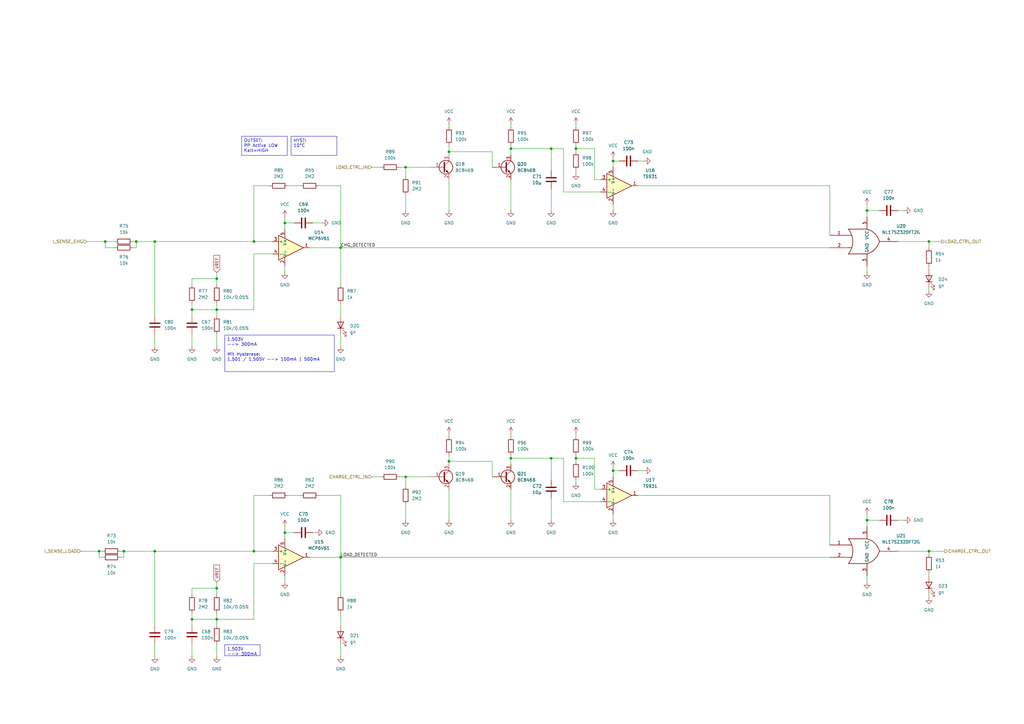
<source format=kicad_sch>
(kicad_sch
	(version 20231120)
	(generator "eeschema")
	(generator_version "8.0")
	(uuid "ae0b96a2-4831-417f-834b-5ffc35c52390")
	(paper "A3")
	(lib_symbols
		(symbol "74xGxx:74AHC1G32"
			(exclude_from_sim no)
			(in_bom yes)
			(on_board yes)
			(property "Reference" "U"
				(at -2.54 3.81 0)
				(effects
					(font
						(size 1.27 1.27)
					)
				)
			)
			(property "Value" "74AHC1G32"
				(at 0 -3.81 0)
				(effects
					(font
						(size 1.27 1.27)
					)
				)
			)
			(property "Footprint" ""
				(at 0 0 0)
				(effects
					(font
						(size 1.27 1.27)
					)
					(hide yes)
				)
			)
			(property "Datasheet" "http://www.ti.com/lit/sg/scyt129e/scyt129e.pdf"
				(at 0 0 0)
				(effects
					(font
						(size 1.27 1.27)
					)
					(hide yes)
				)
			)
			(property "Description" "Single OR Gate, Low-Voltage CMOS"
				(at 0 0 0)
				(effects
					(font
						(size 1.27 1.27)
					)
					(hide yes)
				)
			)
			(property "ki_keywords" "Single Gate OR LVC CMOS"
				(at 0 0 0)
				(effects
					(font
						(size 1.27 1.27)
					)
					(hide yes)
				)
			)
			(property "ki_fp_filters" "SOT* SG-*"
				(at 0 0 0)
				(effects
					(font
						(size 1.27 1.27)
					)
					(hide yes)
				)
			)
			(symbol "74AHC1G32_0_1"
				(arc
					(start -7.62 -5.08)
					(mid -5.838 0)
					(end -7.62 5.08)
					(stroke
						(width 0.254)
						(type default)
					)
					(fill
						(type none)
					)
				)
				(arc
					(start 0 -5.08)
					(mid 3.1986 -3.2054)
					(end 5.08 0)
					(stroke
						(width 0.254)
						(type default)
					)
					(fill
						(type none)
					)
				)
				(polyline
					(pts
						(xy -7.62 -2.54) (xy -6.35 -2.54)
					)
					(stroke
						(width 0.254)
						(type default)
					)
					(fill
						(type background)
					)
				)
				(polyline
					(pts
						(xy -7.62 2.54) (xy -6.35 2.54)
					)
					(stroke
						(width 0.254)
						(type default)
					)
					(fill
						(type background)
					)
				)
				(polyline
					(pts
						(xy 0 -5.08) (xy -7.62 -5.08)
					)
					(stroke
						(width 0.254)
						(type default)
					)
					(fill
						(type background)
					)
				)
				(polyline
					(pts
						(xy 0 5.08) (xy -7.62 5.08)
					)
					(stroke
						(width 0.254)
						(type default)
					)
					(fill
						(type background)
					)
				)
				(arc
					(start 5.08 0)
					(mid 3.2238 3.2304)
					(end 0 5.08)
					(stroke
						(width 0.254)
						(type default)
					)
					(fill
						(type none)
					)
				)
			)
			(symbol "74AHC1G32_1_1"
				(pin input line
					(at -15.24 2.54 0)
					(length 7.62)
					(name "~"
						(effects
							(font
								(size 1.27 1.27)
							)
						)
					)
					(number "1"
						(effects
							(font
								(size 1.27 1.27)
							)
						)
					)
				)
				(pin input line
					(at -15.24 -2.54 0)
					(length 7.62)
					(name "~"
						(effects
							(font
								(size 1.27 1.27)
							)
						)
					)
					(number "2"
						(effects
							(font
								(size 1.27 1.27)
							)
						)
					)
				)
				(pin power_in line
					(at 0 -10.16 90)
					(length 5.08)
					(name "GND"
						(effects
							(font
								(size 1.27 1.27)
							)
						)
					)
					(number "3"
						(effects
							(font
								(size 1.27 1.27)
							)
						)
					)
				)
				(pin output line
					(at 12.7 0 180)
					(length 7.62)
					(name "~"
						(effects
							(font
								(size 1.27 1.27)
							)
						)
					)
					(number "4"
						(effects
							(font
								(size 1.27 1.27)
							)
						)
					)
				)
				(pin power_in line
					(at 0 10.16 270)
					(length 5.08)
					(name "VCC"
						(effects
							(font
								(size 1.27 1.27)
							)
						)
					)
					(number "5"
						(effects
							(font
								(size 1.27 1.27)
							)
						)
					)
				)
			)
		)
		(symbol "Amplifier_Operational:MCP6001-OT"
			(pin_names
				(offset 0.127)
			)
			(exclude_from_sim no)
			(in_bom yes)
			(on_board yes)
			(property "Reference" "U"
				(at -1.27 6.35 0)
				(effects
					(font
						(size 1.27 1.27)
					)
					(justify left)
				)
			)
			(property "Value" "MCP6001-OT"
				(at -1.27 3.81 0)
				(effects
					(font
						(size 1.27 1.27)
					)
					(justify left)
				)
			)
			(property "Footprint" "Package_TO_SOT_SMD:SOT-23-5"
				(at -2.54 -5.08 0)
				(effects
					(font
						(size 1.27 1.27)
					)
					(justify left)
					(hide yes)
				)
			)
			(property "Datasheet" "https://ww1.microchip.com/downloads/en/DeviceDoc/MCP6001-1R-1U-2-4-1-MHz-Low-Power-Op-Amp-DS20001733L.pdf"
				(at 0 5.08 0)
				(effects
					(font
						(size 1.27 1.27)
					)
					(hide yes)
				)
			)
			(property "Description" "1MHz, Low-Power Op Amp, SOT-23-5"
				(at 0 0 0)
				(effects
					(font
						(size 1.27 1.27)
					)
					(hide yes)
				)
			)
			(property "ki_keywords" "single opamp"
				(at 0 0 0)
				(effects
					(font
						(size 1.27 1.27)
					)
					(hide yes)
				)
			)
			(property "ki_fp_filters" "SOT?23*"
				(at 0 0 0)
				(effects
					(font
						(size 1.27 1.27)
					)
					(hide yes)
				)
			)
			(symbol "MCP6001-OT_0_1"
				(polyline
					(pts
						(xy -5.08 5.08) (xy 5.08 0) (xy -5.08 -5.08) (xy -5.08 5.08)
					)
					(stroke
						(width 0.254)
						(type default)
					)
					(fill
						(type background)
					)
				)
				(pin power_in line
					(at -2.54 -7.62 90)
					(length 3.81)
					(name "V-"
						(effects
							(font
								(size 1.27 1.27)
							)
						)
					)
					(number "2"
						(effects
							(font
								(size 1.27 1.27)
							)
						)
					)
				)
				(pin power_in line
					(at -2.54 7.62 270)
					(length 3.81)
					(name "V+"
						(effects
							(font
								(size 1.27 1.27)
							)
						)
					)
					(number "5"
						(effects
							(font
								(size 1.27 1.27)
							)
						)
					)
				)
			)
			(symbol "MCP6001-OT_1_1"
				(pin output line
					(at 7.62 0 180)
					(length 2.54)
					(name "~"
						(effects
							(font
								(size 1.27 1.27)
							)
						)
					)
					(number "1"
						(effects
							(font
								(size 1.27 1.27)
							)
						)
					)
				)
				(pin input line
					(at -7.62 2.54 0)
					(length 2.54)
					(name "+"
						(effects
							(font
								(size 1.27 1.27)
							)
						)
					)
					(number "3"
						(effects
							(font
								(size 1.27 1.27)
							)
						)
					)
				)
				(pin input line
					(at -7.62 -2.54 0)
					(length 2.54)
					(name "-"
						(effects
							(font
								(size 1.27 1.27)
							)
						)
					)
					(number "4"
						(effects
							(font
								(size 1.27 1.27)
							)
						)
					)
				)
			)
		)
		(symbol "Amplifier_Operational:TLV9301xDBV"
			(pin_names
				(offset 0.127)
			)
			(exclude_from_sim no)
			(in_bom yes)
			(on_board yes)
			(property "Reference" "U"
				(at -1.27 6.35 0)
				(effects
					(font
						(size 1.27 1.27)
					)
					(justify left)
				)
			)
			(property "Value" "TLV9301xDBV"
				(at -1.27 3.81 0)
				(effects
					(font
						(size 1.27 1.27)
					)
					(justify left)
				)
			)
			(property "Footprint" "Package_TO_SOT_SMD:SOT-23-5"
				(at -2.54 -5.08 0)
				(effects
					(font
						(size 1.27 1.27)
					)
					(justify left)
					(hide yes)
				)
			)
			(property "Datasheet" "https://www.ti.com/lit/ds/symlink/tlv9301.pdf"
				(at 0 5.08 0)
				(effects
					(font
						(size 1.27 1.27)
					)
					(hide yes)
				)
			)
			(property "Description" "40-V, 1-MHz, RRO Operational Amplifiers for Cost-Sensitive Systems, SOT-23-5"
				(at 0 0 0)
				(effects
					(font
						(size 1.27 1.27)
					)
					(hide yes)
				)
			)
			(property "ki_keywords" "single opamp 40V rail to rail output"
				(at 0 0 0)
				(effects
					(font
						(size 1.27 1.27)
					)
					(hide yes)
				)
			)
			(property "ki_fp_filters" "SOT?23*"
				(at 0 0 0)
				(effects
					(font
						(size 1.27 1.27)
					)
					(hide yes)
				)
			)
			(symbol "TLV9301xDBV_0_1"
				(polyline
					(pts
						(xy -5.08 5.08) (xy 5.08 0) (xy -5.08 -5.08) (xy -5.08 5.08)
					)
					(stroke
						(width 0.254)
						(type default)
					)
					(fill
						(type background)
					)
				)
				(pin power_in line
					(at -2.54 -7.62 90)
					(length 3.81)
					(name "V-"
						(effects
							(font
								(size 1.27 1.27)
							)
						)
					)
					(number "2"
						(effects
							(font
								(size 1.27 1.27)
							)
						)
					)
				)
				(pin power_in line
					(at -2.54 7.62 270)
					(length 3.81)
					(name "V+"
						(effects
							(font
								(size 1.27 1.27)
							)
						)
					)
					(number "5"
						(effects
							(font
								(size 1.27 1.27)
							)
						)
					)
				)
			)
			(symbol "TLV9301xDBV_1_1"
				(pin output line
					(at 7.62 0 180)
					(length 2.54)
					(name "~"
						(effects
							(font
								(size 1.27 1.27)
							)
						)
					)
					(number "1"
						(effects
							(font
								(size 1.27 1.27)
							)
						)
					)
				)
				(pin input line
					(at -7.62 2.54 0)
					(length 2.54)
					(name "+"
						(effects
							(font
								(size 1.27 1.27)
							)
						)
					)
					(number "3"
						(effects
							(font
								(size 1.27 1.27)
							)
						)
					)
				)
				(pin input line
					(at -7.62 -2.54 0)
					(length 2.54)
					(name "-"
						(effects
							(font
								(size 1.27 1.27)
							)
						)
					)
					(number "4"
						(effects
							(font
								(size 1.27 1.27)
							)
						)
					)
				)
			)
		)
		(symbol "Device:C"
			(pin_numbers hide)
			(pin_names
				(offset 0.254)
			)
			(exclude_from_sim no)
			(in_bom yes)
			(on_board yes)
			(property "Reference" "C"
				(at 0.635 2.54 0)
				(effects
					(font
						(size 1.27 1.27)
					)
					(justify left)
				)
			)
			(property "Value" "C"
				(at 0.635 -2.54 0)
				(effects
					(font
						(size 1.27 1.27)
					)
					(justify left)
				)
			)
			(property "Footprint" ""
				(at 0.9652 -3.81 0)
				(effects
					(font
						(size 1.27 1.27)
					)
					(hide yes)
				)
			)
			(property "Datasheet" "~"
				(at 0 0 0)
				(effects
					(font
						(size 1.27 1.27)
					)
					(hide yes)
				)
			)
			(property "Description" "Unpolarized capacitor"
				(at 0 0 0)
				(effects
					(font
						(size 1.27 1.27)
					)
					(hide yes)
				)
			)
			(property "ki_keywords" "cap capacitor"
				(at 0 0 0)
				(effects
					(font
						(size 1.27 1.27)
					)
					(hide yes)
				)
			)
			(property "ki_fp_filters" "C_*"
				(at 0 0 0)
				(effects
					(font
						(size 1.27 1.27)
					)
					(hide yes)
				)
			)
			(symbol "C_0_1"
				(polyline
					(pts
						(xy -2.032 -0.762) (xy 2.032 -0.762)
					)
					(stroke
						(width 0.508)
						(type default)
					)
					(fill
						(type none)
					)
				)
				(polyline
					(pts
						(xy -2.032 0.762) (xy 2.032 0.762)
					)
					(stroke
						(width 0.508)
						(type default)
					)
					(fill
						(type none)
					)
				)
			)
			(symbol "C_1_1"
				(pin passive line
					(at 0 3.81 270)
					(length 2.794)
					(name "~"
						(effects
							(font
								(size 1.27 1.27)
							)
						)
					)
					(number "1"
						(effects
							(font
								(size 1.27 1.27)
							)
						)
					)
				)
				(pin passive line
					(at 0 -3.81 90)
					(length 2.794)
					(name "~"
						(effects
							(font
								(size 1.27 1.27)
							)
						)
					)
					(number "2"
						(effects
							(font
								(size 1.27 1.27)
							)
						)
					)
				)
			)
		)
		(symbol "Device:LED"
			(pin_numbers hide)
			(pin_names
				(offset 1.016) hide)
			(exclude_from_sim no)
			(in_bom yes)
			(on_board yes)
			(property "Reference" "D"
				(at 0 2.54 0)
				(effects
					(font
						(size 1.27 1.27)
					)
				)
			)
			(property "Value" "LED"
				(at 0 -2.54 0)
				(effects
					(font
						(size 1.27 1.27)
					)
				)
			)
			(property "Footprint" ""
				(at 0 0 0)
				(effects
					(font
						(size 1.27 1.27)
					)
					(hide yes)
				)
			)
			(property "Datasheet" "~"
				(at 0 0 0)
				(effects
					(font
						(size 1.27 1.27)
					)
					(hide yes)
				)
			)
			(property "Description" "Light emitting diode"
				(at 0 0 0)
				(effects
					(font
						(size 1.27 1.27)
					)
					(hide yes)
				)
			)
			(property "ki_keywords" "LED diode"
				(at 0 0 0)
				(effects
					(font
						(size 1.27 1.27)
					)
					(hide yes)
				)
			)
			(property "ki_fp_filters" "LED* LED_SMD:* LED_THT:*"
				(at 0 0 0)
				(effects
					(font
						(size 1.27 1.27)
					)
					(hide yes)
				)
			)
			(symbol "LED_0_1"
				(polyline
					(pts
						(xy -1.27 -1.27) (xy -1.27 1.27)
					)
					(stroke
						(width 0.254)
						(type default)
					)
					(fill
						(type none)
					)
				)
				(polyline
					(pts
						(xy -1.27 0) (xy 1.27 0)
					)
					(stroke
						(width 0)
						(type default)
					)
					(fill
						(type none)
					)
				)
				(polyline
					(pts
						(xy 1.27 -1.27) (xy 1.27 1.27) (xy -1.27 0) (xy 1.27 -1.27)
					)
					(stroke
						(width 0.254)
						(type default)
					)
					(fill
						(type none)
					)
				)
				(polyline
					(pts
						(xy -3.048 -0.762) (xy -4.572 -2.286) (xy -3.81 -2.286) (xy -4.572 -2.286) (xy -4.572 -1.524)
					)
					(stroke
						(width 0)
						(type default)
					)
					(fill
						(type none)
					)
				)
				(polyline
					(pts
						(xy -1.778 -0.762) (xy -3.302 -2.286) (xy -2.54 -2.286) (xy -3.302 -2.286) (xy -3.302 -1.524)
					)
					(stroke
						(width 0)
						(type default)
					)
					(fill
						(type none)
					)
				)
			)
			(symbol "LED_1_1"
				(pin passive line
					(at -3.81 0 0)
					(length 2.54)
					(name "K"
						(effects
							(font
								(size 1.27 1.27)
							)
						)
					)
					(number "1"
						(effects
							(font
								(size 1.27 1.27)
							)
						)
					)
				)
				(pin passive line
					(at 3.81 0 180)
					(length 2.54)
					(name "A"
						(effects
							(font
								(size 1.27 1.27)
							)
						)
					)
					(number "2"
						(effects
							(font
								(size 1.27 1.27)
							)
						)
					)
				)
			)
		)
		(symbol "Device:Q_NPN_BEC"
			(pin_names
				(offset 0) hide)
			(exclude_from_sim no)
			(in_bom yes)
			(on_board yes)
			(property "Reference" "Q"
				(at 5.08 1.27 0)
				(effects
					(font
						(size 1.27 1.27)
					)
					(justify left)
				)
			)
			(property "Value" "Q_NPN_BEC"
				(at 5.08 -1.27 0)
				(effects
					(font
						(size 1.27 1.27)
					)
					(justify left)
				)
			)
			(property "Footprint" ""
				(at 5.08 2.54 0)
				(effects
					(font
						(size 1.27 1.27)
					)
					(hide yes)
				)
			)
			(property "Datasheet" "~"
				(at 0 0 0)
				(effects
					(font
						(size 1.27 1.27)
					)
					(hide yes)
				)
			)
			(property "Description" "NPN transistor, base/emitter/collector"
				(at 0 0 0)
				(effects
					(font
						(size 1.27 1.27)
					)
					(hide yes)
				)
			)
			(property "ki_keywords" "transistor NPN"
				(at 0 0 0)
				(effects
					(font
						(size 1.27 1.27)
					)
					(hide yes)
				)
			)
			(symbol "Q_NPN_BEC_0_1"
				(polyline
					(pts
						(xy 0.635 0.635) (xy 2.54 2.54)
					)
					(stroke
						(width 0)
						(type default)
					)
					(fill
						(type none)
					)
				)
				(polyline
					(pts
						(xy 0.635 -0.635) (xy 2.54 -2.54) (xy 2.54 -2.54)
					)
					(stroke
						(width 0)
						(type default)
					)
					(fill
						(type none)
					)
				)
				(polyline
					(pts
						(xy 0.635 1.905) (xy 0.635 -1.905) (xy 0.635 -1.905)
					)
					(stroke
						(width 0.508)
						(type default)
					)
					(fill
						(type none)
					)
				)
				(polyline
					(pts
						(xy 1.27 -1.778) (xy 1.778 -1.27) (xy 2.286 -2.286) (xy 1.27 -1.778) (xy 1.27 -1.778)
					)
					(stroke
						(width 0)
						(type default)
					)
					(fill
						(type outline)
					)
				)
				(circle
					(center 1.27 0)
					(radius 2.8194)
					(stroke
						(width 0.254)
						(type default)
					)
					(fill
						(type none)
					)
				)
			)
			(symbol "Q_NPN_BEC_1_1"
				(pin input line
					(at -5.08 0 0)
					(length 5.715)
					(name "B"
						(effects
							(font
								(size 1.27 1.27)
							)
						)
					)
					(number "1"
						(effects
							(font
								(size 1.27 1.27)
							)
						)
					)
				)
				(pin passive line
					(at 2.54 -5.08 90)
					(length 2.54)
					(name "E"
						(effects
							(font
								(size 1.27 1.27)
							)
						)
					)
					(number "2"
						(effects
							(font
								(size 1.27 1.27)
							)
						)
					)
				)
				(pin passive line
					(at 2.54 5.08 270)
					(length 2.54)
					(name "C"
						(effects
							(font
								(size 1.27 1.27)
							)
						)
					)
					(number "3"
						(effects
							(font
								(size 1.27 1.27)
							)
						)
					)
				)
			)
		)
		(symbol "Device:R"
			(pin_numbers hide)
			(pin_names
				(offset 0)
			)
			(exclude_from_sim no)
			(in_bom yes)
			(on_board yes)
			(property "Reference" "R"
				(at 2.032 0 90)
				(effects
					(font
						(size 1.27 1.27)
					)
				)
			)
			(property "Value" "R"
				(at 0 0 90)
				(effects
					(font
						(size 1.27 1.27)
					)
				)
			)
			(property "Footprint" ""
				(at -1.778 0 90)
				(effects
					(font
						(size 1.27 1.27)
					)
					(hide yes)
				)
			)
			(property "Datasheet" "~"
				(at 0 0 0)
				(effects
					(font
						(size 1.27 1.27)
					)
					(hide yes)
				)
			)
			(property "Description" "Resistor"
				(at 0 0 0)
				(effects
					(font
						(size 1.27 1.27)
					)
					(hide yes)
				)
			)
			(property "ki_keywords" "R res resistor"
				(at 0 0 0)
				(effects
					(font
						(size 1.27 1.27)
					)
					(hide yes)
				)
			)
			(property "ki_fp_filters" "R_*"
				(at 0 0 0)
				(effects
					(font
						(size 1.27 1.27)
					)
					(hide yes)
				)
			)
			(symbol "R_0_1"
				(rectangle
					(start -1.016 -2.54)
					(end 1.016 2.54)
					(stroke
						(width 0.254)
						(type default)
					)
					(fill
						(type none)
					)
				)
			)
			(symbol "R_1_1"
				(pin passive line
					(at 0 3.81 270)
					(length 1.27)
					(name "~"
						(effects
							(font
								(size 1.27 1.27)
							)
						)
					)
					(number "1"
						(effects
							(font
								(size 1.27 1.27)
							)
						)
					)
				)
				(pin passive line
					(at 0 -3.81 90)
					(length 1.27)
					(name "~"
						(effects
							(font
								(size 1.27 1.27)
							)
						)
					)
					(number "2"
						(effects
							(font
								(size 1.27 1.27)
							)
						)
					)
				)
			)
		)
		(symbol "power:GND"
			(power)
			(pin_numbers hide)
			(pin_names
				(offset 0) hide)
			(exclude_from_sim no)
			(in_bom yes)
			(on_board yes)
			(property "Reference" "#PWR"
				(at 0 -6.35 0)
				(effects
					(font
						(size 1.27 1.27)
					)
					(hide yes)
				)
			)
			(property "Value" "GND"
				(at 0 -3.81 0)
				(effects
					(font
						(size 1.27 1.27)
					)
				)
			)
			(property "Footprint" ""
				(at 0 0 0)
				(effects
					(font
						(size 1.27 1.27)
					)
					(hide yes)
				)
			)
			(property "Datasheet" ""
				(at 0 0 0)
				(effects
					(font
						(size 1.27 1.27)
					)
					(hide yes)
				)
			)
			(property "Description" "Power symbol creates a global label with name \"GND\" , ground"
				(at 0 0 0)
				(effects
					(font
						(size 1.27 1.27)
					)
					(hide yes)
				)
			)
			(property "ki_keywords" "global power"
				(at 0 0 0)
				(effects
					(font
						(size 1.27 1.27)
					)
					(hide yes)
				)
			)
			(symbol "GND_0_1"
				(polyline
					(pts
						(xy 0 0) (xy 0 -1.27) (xy 1.27 -1.27) (xy 0 -2.54) (xy -1.27 -1.27) (xy 0 -1.27)
					)
					(stroke
						(width 0)
						(type default)
					)
					(fill
						(type none)
					)
				)
			)
			(symbol "GND_1_1"
				(pin power_in line
					(at 0 0 270)
					(length 0)
					(name "~"
						(effects
							(font
								(size 1.27 1.27)
							)
						)
					)
					(number "1"
						(effects
							(font
								(size 1.27 1.27)
							)
						)
					)
				)
			)
		)
		(symbol "power:VCC"
			(power)
			(pin_numbers hide)
			(pin_names
				(offset 0) hide)
			(exclude_from_sim no)
			(in_bom yes)
			(on_board yes)
			(property "Reference" "#PWR"
				(at 0 -3.81 0)
				(effects
					(font
						(size 1.27 1.27)
					)
					(hide yes)
				)
			)
			(property "Value" "VCC"
				(at 0 3.556 0)
				(effects
					(font
						(size 1.27 1.27)
					)
				)
			)
			(property "Footprint" ""
				(at 0 0 0)
				(effects
					(font
						(size 1.27 1.27)
					)
					(hide yes)
				)
			)
			(property "Datasheet" ""
				(at 0 0 0)
				(effects
					(font
						(size 1.27 1.27)
					)
					(hide yes)
				)
			)
			(property "Description" "Power symbol creates a global label with name \"VCC\""
				(at 0 0 0)
				(effects
					(font
						(size 1.27 1.27)
					)
					(hide yes)
				)
			)
			(property "ki_keywords" "global power"
				(at 0 0 0)
				(effects
					(font
						(size 1.27 1.27)
					)
					(hide yes)
				)
			)
			(symbol "VCC_0_1"
				(polyline
					(pts
						(xy -0.762 1.27) (xy 0 2.54)
					)
					(stroke
						(width 0)
						(type default)
					)
					(fill
						(type none)
					)
				)
				(polyline
					(pts
						(xy 0 0) (xy 0 2.54)
					)
					(stroke
						(width 0)
						(type default)
					)
					(fill
						(type none)
					)
				)
				(polyline
					(pts
						(xy 0 2.54) (xy 0.762 1.27)
					)
					(stroke
						(width 0)
						(type default)
					)
					(fill
						(type none)
					)
				)
			)
			(symbol "VCC_1_1"
				(pin power_in line
					(at 0 0 90)
					(length 0)
					(name "~"
						(effects
							(font
								(size 1.27 1.27)
							)
						)
					)
					(number "1"
						(effects
							(font
								(size 1.27 1.27)
							)
						)
					)
				)
			)
		)
	)
	(junction
		(at 104.14 226.06)
		(diameter 0)
		(color 0 0 0 0)
		(uuid "1443f2fb-276d-4160-8cb5-42c4046c23e7")
	)
	(junction
		(at 381 99.06)
		(diameter 0)
		(color 0 0 0 0)
		(uuid "1abf1acd-c959-48e1-aa35-de82a5af04c8")
	)
	(junction
		(at 139.7 101.6)
		(diameter 0)
		(color 0 0 0 0)
		(uuid "1d376c80-4fbd-46d6-807a-85a7ed83df36")
	)
	(junction
		(at 63.5 226.06)
		(diameter 0)
		(color 0 0 0 0)
		(uuid "21f6ca15-61c2-49f7-b31b-be162d6ca8ba")
	)
	(junction
		(at 236.22 187.96)
		(diameter 0)
		(color 0 0 0 0)
		(uuid "28eeb6f8-b447-4679-96a6-72e030dc1eb8")
	)
	(junction
		(at 40.64 226.06)
		(diameter 0)
		(color 0 0 0 0)
		(uuid "2df122f2-6237-46c8-bf84-5be1e91717e6")
	)
	(junction
		(at 116.84 218.44)
		(diameter 0)
		(color 0 0 0 0)
		(uuid "37fde800-3f04-47a6-879e-cf26a6aacab5")
	)
	(junction
		(at 55.88 99.06)
		(diameter 0)
		(color 0 0 0 0)
		(uuid "46770d2d-a3d7-4687-8fbd-a80193657f00")
	)
	(junction
		(at 226.06 60.96)
		(diameter 0)
		(color 0 0 0 0)
		(uuid "56586eea-f4e8-4976-a58f-2e11029f8df3")
	)
	(junction
		(at 43.18 99.06)
		(diameter 0)
		(color 0 0 0 0)
		(uuid "5ded7af6-ec18-4c3a-b5af-71b4b0d82500")
	)
	(junction
		(at 381 226.06)
		(diameter 0)
		(color 0 0 0 0)
		(uuid "5ec85c3a-498f-4f12-a634-d96be0a714a4")
	)
	(junction
		(at 251.46 193.04)
		(diameter 0)
		(color 0 0 0 0)
		(uuid "629f7ab9-5230-4038-9efe-cf9b7ea0ce86")
	)
	(junction
		(at 88.9 254)
		(diameter 0)
		(color 0 0 0 0)
		(uuid "6a785adb-4784-43c1-9945-c0e24b9e60fe")
	)
	(junction
		(at 104.14 99.06)
		(diameter 0)
		(color 0 0 0 0)
		(uuid "7cc24e9b-6fe3-4b6a-9568-0db1c93a8ca9")
	)
	(junction
		(at 116.84 91.44)
		(diameter 0)
		(color 0 0 0 0)
		(uuid "7d40be78-b872-4a18-bc5c-9c1f9acb8804")
	)
	(junction
		(at 88.9 114.3)
		(diameter 0)
		(color 0 0 0 0)
		(uuid "8fecf762-75db-4001-9057-d55f17e43dc9")
	)
	(junction
		(at 88.9 241.3)
		(diameter 0)
		(color 0 0 0 0)
		(uuid "9eec9dae-9c2e-4be4-9a4c-1a18402c0a71")
	)
	(junction
		(at 78.74 127)
		(diameter 0)
		(color 0 0 0 0)
		(uuid "a8859905-a96b-4195-aa4b-aa0a4ca6ceab")
	)
	(junction
		(at 166.37 195.58)
		(diameter 0)
		(color 0 0 0 0)
		(uuid "b16f951f-bc22-41fc-b722-0725bf78cded")
	)
	(junction
		(at 166.37 68.58)
		(diameter 0)
		(color 0 0 0 0)
		(uuid "b36f7d83-9a1b-4853-bf8d-22334c4354a1")
	)
	(junction
		(at 63.5 99.06)
		(diameter 0)
		(color 0 0 0 0)
		(uuid "b3de9284-4c54-43b0-a5d5-97526ca9cd48")
	)
	(junction
		(at 355.6 213.36)
		(diameter 0)
		(color 0 0 0 0)
		(uuid "b7bbf467-f288-4c5c-a8bf-4b31eb74294a")
	)
	(junction
		(at 251.46 66.04)
		(diameter 0)
		(color 0 0 0 0)
		(uuid "bab15166-ee8d-4880-acef-d21db043bb58")
	)
	(junction
		(at 139.7 228.6)
		(diameter 0)
		(color 0 0 0 0)
		(uuid "bf2cff2c-d037-4505-a888-bc32c98c4605")
	)
	(junction
		(at 50.8 226.06)
		(diameter 0)
		(color 0 0 0 0)
		(uuid "c837934a-f6ee-4ad4-9a5f-26a525b0b31a")
	)
	(junction
		(at 355.6 86.36)
		(diameter 0)
		(color 0 0 0 0)
		(uuid "c9f6b5b5-1398-4135-b327-ae1ef2dc0de2")
	)
	(junction
		(at 78.74 254)
		(diameter 0)
		(color 0 0 0 0)
		(uuid "d2faf626-39f9-4a12-95ed-67e9f80897da")
	)
	(junction
		(at 236.22 60.96)
		(diameter 0)
		(color 0 0 0 0)
		(uuid "dbc21cdc-e4e4-4efa-9d18-b19500bafc17")
	)
	(junction
		(at 184.15 62.23)
		(diameter 0)
		(color 0 0 0 0)
		(uuid "e337c27f-72ef-4d5f-8f95-87488c482464")
	)
	(junction
		(at 226.06 187.96)
		(diameter 0)
		(color 0 0 0 0)
		(uuid "ebd2c900-f3fc-435b-bbe8-e16f20d9dbb4")
	)
	(junction
		(at 209.55 60.96)
		(diameter 0)
		(color 0 0 0 0)
		(uuid "eece6246-b557-4c5c-bdb9-f71705a86c63")
	)
	(junction
		(at 184.15 189.23)
		(diameter 0)
		(color 0 0 0 0)
		(uuid "f727216d-135f-447d-a0dd-2e56c442bec1")
	)
	(junction
		(at 88.9 127)
		(diameter 0)
		(color 0 0 0 0)
		(uuid "f91bf71f-d4fb-45d5-8005-4d52b749056f")
	)
	(junction
		(at 209.55 187.96)
		(diameter 0)
		(color 0 0 0 0)
		(uuid "f924d590-acb7-49c8-911b-3fa975aa0a9f")
	)
	(wire
		(pts
			(xy 209.55 187.96) (xy 226.06 187.96)
		)
		(stroke
			(width 0)
			(type default)
		)
		(uuid "028f9144-f8a7-4e68-8f84-0330e5c5cce4")
	)
	(wire
		(pts
			(xy 49.53 226.06) (xy 50.8 226.06)
		)
		(stroke
			(width 0)
			(type default)
		)
		(uuid "033a39db-2970-4864-8a82-0cbd56d44a41")
	)
	(wire
		(pts
			(xy 236.22 60.96) (xy 243.84 60.96)
		)
		(stroke
			(width 0)
			(type default)
		)
		(uuid "0587bbfc-29e8-449e-8313-d1387c6c6aab")
	)
	(wire
		(pts
			(xy 184.15 189.23) (xy 184.15 190.5)
		)
		(stroke
			(width 0)
			(type default)
		)
		(uuid "06e3fb12-93ff-46ba-bfe8-919209e7affc")
	)
	(wire
		(pts
			(xy 176.53 68.58) (xy 166.37 68.58)
		)
		(stroke
			(width 0)
			(type default)
		)
		(uuid "08d2b74d-59bf-47c7-b32b-50096cb07289")
	)
	(wire
		(pts
			(xy 55.88 99.06) (xy 63.5 99.06)
		)
		(stroke
			(width 0)
			(type default)
		)
		(uuid "098f26a0-a3bf-46b8-bc18-56800eb15330")
	)
	(wire
		(pts
			(xy 184.15 73.66) (xy 184.15 86.36)
		)
		(stroke
			(width 0)
			(type default)
		)
		(uuid "0a2e090f-c726-4da6-be9d-8e4e7c01ae47")
	)
	(wire
		(pts
			(xy 209.55 177.8) (xy 209.55 179.07)
		)
		(stroke
			(width 0)
			(type default)
		)
		(uuid "0b2ad358-8fb2-4905-b19b-6c7fa3b10087")
	)
	(wire
		(pts
			(xy 163.83 195.58) (xy 166.37 195.58)
		)
		(stroke
			(width 0)
			(type default)
		)
		(uuid "0daa941e-c358-4205-9388-d38a74ef9ae6")
	)
	(wire
		(pts
			(xy 54.61 99.06) (xy 55.88 99.06)
		)
		(stroke
			(width 0)
			(type default)
		)
		(uuid "0e4882ae-73f5-4985-a265-a6ba9b7acd42")
	)
	(wire
		(pts
			(xy 368.3 86.36) (xy 370.84 86.36)
		)
		(stroke
			(width 0)
			(type default)
		)
		(uuid "110ac005-641d-4682-b858-84fdb317c8d7")
	)
	(wire
		(pts
			(xy 226.06 196.85) (xy 226.06 187.96)
		)
		(stroke
			(width 0)
			(type default)
		)
		(uuid "1283d4a2-8b0a-4f02-bc60-8aa8423697b3")
	)
	(wire
		(pts
			(xy 231.14 60.96) (xy 231.14 78.74)
		)
		(stroke
			(width 0)
			(type default)
		)
		(uuid "148b18ce-9e0b-4968-9390-542ce10d0580")
	)
	(wire
		(pts
			(xy 43.18 99.06) (xy 46.99 99.06)
		)
		(stroke
			(width 0)
			(type default)
		)
		(uuid "17f9cf23-092a-4c47-916a-2f69770aca0c")
	)
	(wire
		(pts
			(xy 104.14 254) (xy 104.14 231.14)
		)
		(stroke
			(width 0)
			(type default)
		)
		(uuid "19ea89c1-a34e-42ea-bf33-51f68800e5d5")
	)
	(wire
		(pts
			(xy 116.84 220.98) (xy 116.84 218.44)
		)
		(stroke
			(width 0)
			(type default)
		)
		(uuid "1dbd5dab-5b28-4b9e-936d-9730d6b2612d")
	)
	(wire
		(pts
			(xy 35.56 99.06) (xy 43.18 99.06)
		)
		(stroke
			(width 0)
			(type default)
		)
		(uuid "1de5659d-10fd-42c4-bda4-8803721b2e9e")
	)
	(wire
		(pts
			(xy 128.27 91.44) (xy 132.08 91.44)
		)
		(stroke
			(width 0)
			(type default)
		)
		(uuid "1dfb27d2-e10e-449a-beff-7e9c1e8b68ea")
	)
	(wire
		(pts
			(xy 88.9 114.3) (xy 88.9 116.84)
		)
		(stroke
			(width 0)
			(type default)
		)
		(uuid "1ea0d333-8388-4619-ad08-ab1ca2f039c0")
	)
	(wire
		(pts
			(xy 139.7 264.16) (xy 139.7 269.24)
		)
		(stroke
			(width 0)
			(type default)
		)
		(uuid "1f619fe2-4903-44c2-bf2c-e406a980caa6")
	)
	(wire
		(pts
			(xy 261.62 203.2) (xy 340.36 203.2)
		)
		(stroke
			(width 0)
			(type default)
		)
		(uuid "1fefb5a2-0fbf-421c-82e5-62d356c8d613")
	)
	(wire
		(pts
			(xy 261.62 66.04) (xy 264.16 66.04)
		)
		(stroke
			(width 0)
			(type default)
		)
		(uuid "215d3f9f-b743-48dd-ac8f-4133a8e73578")
	)
	(wire
		(pts
			(xy 355.6 215.9) (xy 355.6 213.36)
		)
		(stroke
			(width 0)
			(type default)
		)
		(uuid "2265bfc2-c3fd-4813-90a9-6df1a69b6393")
	)
	(wire
		(pts
			(xy 118.11 203.2) (xy 123.19 203.2)
		)
		(stroke
			(width 0)
			(type default)
		)
		(uuid "228ab80c-6b6d-4775-9435-535a62a3b118")
	)
	(wire
		(pts
			(xy 209.55 186.69) (xy 209.55 187.96)
		)
		(stroke
			(width 0)
			(type default)
		)
		(uuid "23542c33-cc3e-4ee0-86b8-00820c12bac8")
	)
	(wire
		(pts
			(xy 163.83 68.58) (xy 166.37 68.58)
		)
		(stroke
			(width 0)
			(type default)
		)
		(uuid "23dc4c89-c2b1-4765-a5fd-45152f436b4f")
	)
	(wire
		(pts
			(xy 50.8 228.6) (xy 50.8 226.06)
		)
		(stroke
			(width 0)
			(type default)
		)
		(uuid "2608d304-4e71-454f-8e4e-c796fc6ce861")
	)
	(wire
		(pts
			(xy 201.93 62.23) (xy 201.93 68.58)
		)
		(stroke
			(width 0)
			(type default)
		)
		(uuid "2c245386-7525-43d8-ab4f-246e72e35ef2")
	)
	(wire
		(pts
			(xy 139.7 203.2) (xy 139.7 228.6)
		)
		(stroke
			(width 0)
			(type default)
		)
		(uuid "2ff7426f-5dec-4ad6-85b7-002dcb2d9264")
	)
	(wire
		(pts
			(xy 139.7 228.6) (xy 340.36 228.6)
		)
		(stroke
			(width 0)
			(type default)
		)
		(uuid "33fa46bd-b2a9-492c-8d98-05e755764798")
	)
	(wire
		(pts
			(xy 120.65 218.44) (xy 116.84 218.44)
		)
		(stroke
			(width 0)
			(type default)
		)
		(uuid "35861de3-c069-4915-8c29-bf0d873c42ca")
	)
	(wire
		(pts
			(xy 381 243.84) (xy 381 245.11)
		)
		(stroke
			(width 0)
			(type default)
		)
		(uuid "3754a9ab-e8b6-4297-b9dd-66bb7ecd9ae4")
	)
	(wire
		(pts
			(xy 104.14 104.14) (xy 111.76 104.14)
		)
		(stroke
			(width 0)
			(type default)
		)
		(uuid "38b6cecd-3232-4b90-8dca-e10aaa32a8d4")
	)
	(wire
		(pts
			(xy 355.6 88.9) (xy 355.6 86.36)
		)
		(stroke
			(width 0)
			(type default)
		)
		(uuid "3b54f5e0-33dd-413c-a797-7f6ee8a84f55")
	)
	(wire
		(pts
			(xy 236.22 177.8) (xy 236.22 179.07)
		)
		(stroke
			(width 0)
			(type default)
		)
		(uuid "3b611b67-10f2-408b-aa63-6d914daf899a")
	)
	(wire
		(pts
			(xy 130.81 76.2) (xy 139.7 76.2)
		)
		(stroke
			(width 0)
			(type default)
		)
		(uuid "3c1b4671-4ed0-4184-8a1d-90fc90c0d3b4")
	)
	(wire
		(pts
			(xy 381 99.06) (xy 381 101.6)
		)
		(stroke
			(width 0)
			(type default)
		)
		(uuid "3c4fbf27-8e4f-4d76-93ea-990dcdcce9eb")
	)
	(wire
		(pts
			(xy 88.9 241.3) (xy 88.9 243.84)
		)
		(stroke
			(width 0)
			(type default)
		)
		(uuid "3c797d75-71f0-4239-8c1c-d3096c5d0c87")
	)
	(wire
		(pts
			(xy 139.7 101.6) (xy 127 101.6)
		)
		(stroke
			(width 0)
			(type default)
		)
		(uuid "428c8b77-0bc7-46c0-a58e-e7d31e51d192")
	)
	(wire
		(pts
			(xy 139.7 137.16) (xy 139.7 142.24)
		)
		(stroke
			(width 0)
			(type default)
		)
		(uuid "457901bc-9471-4a5b-b04c-c25ee767118c")
	)
	(wire
		(pts
			(xy 88.9 127) (xy 104.14 127)
		)
		(stroke
			(width 0)
			(type default)
		)
		(uuid "47d57da5-44dd-41e0-897b-a4dc91698354")
	)
	(wire
		(pts
			(xy 63.5 226.06) (xy 104.14 226.06)
		)
		(stroke
			(width 0)
			(type default)
		)
		(uuid "47f8e843-03ef-46b7-aa5f-705661710a97")
	)
	(wire
		(pts
			(xy 116.84 111.76) (xy 116.84 109.22)
		)
		(stroke
			(width 0)
			(type default)
		)
		(uuid "4a257fb9-9401-49c2-9adc-4bbb54eaeef7")
	)
	(wire
		(pts
			(xy 120.65 91.44) (xy 116.84 91.44)
		)
		(stroke
			(width 0)
			(type default)
		)
		(uuid "4d92c2be-64dc-4af5-bb37-b337ac38de24")
	)
	(wire
		(pts
			(xy 41.91 228.6) (xy 40.64 228.6)
		)
		(stroke
			(width 0)
			(type default)
		)
		(uuid "4df785b4-f11e-45e9-8fbe-3feb5f677445")
	)
	(wire
		(pts
			(xy 78.74 251.46) (xy 78.74 254)
		)
		(stroke
			(width 0)
			(type default)
		)
		(uuid "4e6cd83c-f1ba-4df2-b4bb-36fc5f6b7cd5")
	)
	(wire
		(pts
			(xy 251.46 66.04) (xy 251.46 68.58)
		)
		(stroke
			(width 0)
			(type default)
		)
		(uuid "52c1d495-1b43-4890-9018-70031bc1aad7")
	)
	(wire
		(pts
			(xy 78.74 254) (xy 78.74 256.54)
		)
		(stroke
			(width 0)
			(type default)
		)
		(uuid "52e207bd-8c7d-4676-ba1c-d801556b4313")
	)
	(wire
		(pts
			(xy 49.53 228.6) (xy 50.8 228.6)
		)
		(stroke
			(width 0)
			(type default)
		)
		(uuid "55848b1c-1681-4791-a46f-ba9c82c537d0")
	)
	(wire
		(pts
			(xy 33.02 226.06) (xy 40.64 226.06)
		)
		(stroke
			(width 0)
			(type default)
		)
		(uuid "55b95d90-ed94-4bc6-b00a-1617e99fa407")
	)
	(wire
		(pts
			(xy 368.3 226.06) (xy 381 226.06)
		)
		(stroke
			(width 0)
			(type default)
		)
		(uuid "55c9b8b5-e4d8-47f7-8600-ba3ffcde17ad")
	)
	(wire
		(pts
			(xy 139.7 228.6) (xy 127 228.6)
		)
		(stroke
			(width 0)
			(type default)
		)
		(uuid "55e0af07-6fa4-411e-ae3a-0ed68ff22282")
	)
	(wire
		(pts
			(xy 54.61 101.6) (xy 55.88 101.6)
		)
		(stroke
			(width 0)
			(type default)
		)
		(uuid "5bdc6b84-fb7f-4454-affe-8c0286aaedb5")
	)
	(wire
		(pts
			(xy 231.14 78.74) (xy 246.38 78.74)
		)
		(stroke
			(width 0)
			(type default)
		)
		(uuid "5e92b618-97a9-4ba8-80a0-88068d628da4")
	)
	(wire
		(pts
			(xy 261.62 76.2) (xy 340.36 76.2)
		)
		(stroke
			(width 0)
			(type default)
		)
		(uuid "605d7d53-6c7a-467c-92ed-f450c64e90a1")
	)
	(wire
		(pts
			(xy 209.55 60.96) (xy 226.06 60.96)
		)
		(stroke
			(width 0)
			(type default)
		)
		(uuid "60bcea5f-5d54-4a02-b017-7ea1c4fabb05")
	)
	(wire
		(pts
			(xy 139.7 76.2) (xy 139.7 101.6)
		)
		(stroke
			(width 0)
			(type default)
		)
		(uuid "61790986-342c-497d-9ae4-a0dbe940819e")
	)
	(wire
		(pts
			(xy 236.22 69.85) (xy 236.22 71.12)
		)
		(stroke
			(width 0)
			(type default)
		)
		(uuid "62272906-9af5-4b6e-9d3d-10c1e3c99c0d")
	)
	(wire
		(pts
			(xy 88.9 129.54) (xy 88.9 127)
		)
		(stroke
			(width 0)
			(type default)
		)
		(uuid "62cd92ce-2ae4-4ba5-8114-37facf4e7ab5")
	)
	(wire
		(pts
			(xy 261.62 193.04) (xy 264.16 193.04)
		)
		(stroke
			(width 0)
			(type default)
		)
		(uuid "63168197-983a-4bf4-ada6-6bef232bd34b")
	)
	(wire
		(pts
			(xy 251.46 193.04) (xy 254 193.04)
		)
		(stroke
			(width 0)
			(type default)
		)
		(uuid "64009ee0-4602-42c3-a6eb-c4d55c1cd412")
	)
	(wire
		(pts
			(xy 63.5 99.06) (xy 104.14 99.06)
		)
		(stroke
			(width 0)
			(type default)
		)
		(uuid "6503532e-c1db-4ffa-a31d-7907354cae38")
	)
	(wire
		(pts
			(xy 243.84 200.66) (xy 246.38 200.66)
		)
		(stroke
			(width 0)
			(type default)
		)
		(uuid "683c099f-8dc6-45da-b112-228065f5881d")
	)
	(wire
		(pts
			(xy 104.14 99.06) (xy 111.76 99.06)
		)
		(stroke
			(width 0)
			(type default)
		)
		(uuid "6c75dbe0-46f4-43dd-aa57-08a4d51cf200")
	)
	(wire
		(pts
			(xy 78.74 241.3) (xy 88.9 241.3)
		)
		(stroke
			(width 0)
			(type default)
		)
		(uuid "6ce24a1d-ecdb-43c2-87ce-794bbf116818")
	)
	(wire
		(pts
			(xy 251.46 83.82) (xy 251.46 86.36)
		)
		(stroke
			(width 0)
			(type default)
		)
		(uuid "6cf91a71-a610-447d-9221-d095f7cd231f")
	)
	(wire
		(pts
			(xy 78.74 114.3) (xy 88.9 114.3)
		)
		(stroke
			(width 0)
			(type default)
		)
		(uuid "6e15bed4-decc-4a7a-8478-646bb5bd38ca")
	)
	(wire
		(pts
			(xy 55.88 101.6) (xy 55.88 99.06)
		)
		(stroke
			(width 0)
			(type default)
		)
		(uuid "6e7384f6-eea5-4457-bcf2-9e5595e2baef")
	)
	(wire
		(pts
			(xy 251.46 193.04) (xy 251.46 195.58)
		)
		(stroke
			(width 0)
			(type default)
		)
		(uuid "6fc9b7d9-27fd-428c-ad71-193e3a3e90d6")
	)
	(wire
		(pts
			(xy 355.6 213.36) (xy 355.6 210.82)
		)
		(stroke
			(width 0)
			(type default)
		)
		(uuid "70aef669-560b-4d5d-99a4-7c2cd5d33a22")
	)
	(wire
		(pts
			(xy 243.84 187.96) (xy 243.84 200.66)
		)
		(stroke
			(width 0)
			(type default)
		)
		(uuid "731c4cd9-2bca-42ce-896a-d3aa3215dac0")
	)
	(wire
		(pts
			(xy 236.22 50.8) (xy 236.22 52.07)
		)
		(stroke
			(width 0)
			(type default)
		)
		(uuid "74393d24-c2fc-4912-b674-f8643a8a81b6")
	)
	(wire
		(pts
			(xy 116.84 238.76) (xy 116.84 236.22)
		)
		(stroke
			(width 0)
			(type default)
		)
		(uuid "74911077-23eb-4044-a81e-779b58937239")
	)
	(wire
		(pts
			(xy 184.15 59.69) (xy 184.15 62.23)
		)
		(stroke
			(width 0)
			(type default)
		)
		(uuid "76253f97-9905-42ac-8c36-b4a7eee6ec5a")
	)
	(wire
		(pts
			(xy 110.49 76.2) (xy 104.14 76.2)
		)
		(stroke
			(width 0)
			(type default)
		)
		(uuid "783031f2-803e-42e2-96d7-69dc8d5a3ec6")
	)
	(wire
		(pts
			(xy 251.46 210.82) (xy 251.46 213.36)
		)
		(stroke
			(width 0)
			(type default)
		)
		(uuid "7a75324c-8bb3-49a7-ac8b-02ee4d0ae6a0")
	)
	(wire
		(pts
			(xy 43.18 101.6) (xy 43.18 99.06)
		)
		(stroke
			(width 0)
			(type default)
		)
		(uuid "7aa1318e-5cfa-4e02-976d-3459647029bc")
	)
	(wire
		(pts
			(xy 88.9 142.24) (xy 88.9 137.16)
		)
		(stroke
			(width 0)
			(type default)
		)
		(uuid "7b2a1877-ce14-4654-bd76-1a9cf03e2b90")
	)
	(wire
		(pts
			(xy 209.55 200.66) (xy 209.55 213.36)
		)
		(stroke
			(width 0)
			(type default)
		)
		(uuid "7baf66a6-7ddd-417c-92a4-1f19186b8743")
	)
	(wire
		(pts
			(xy 209.55 59.69) (xy 209.55 60.96)
		)
		(stroke
			(width 0)
			(type default)
		)
		(uuid "7c72d72f-38d1-45a5-8361-f444da01c302")
	)
	(wire
		(pts
			(xy 139.7 129.54) (xy 139.7 124.46)
		)
		(stroke
			(width 0)
			(type default)
		)
		(uuid "7dfdfd52-e423-451a-aaf9-404ab563bd89")
	)
	(wire
		(pts
			(xy 46.99 101.6) (xy 43.18 101.6)
		)
		(stroke
			(width 0)
			(type default)
		)
		(uuid "7f79c401-b836-4b38-bf9a-e21ae6240981")
	)
	(wire
		(pts
			(xy 251.46 191.77) (xy 251.46 193.04)
		)
		(stroke
			(width 0)
			(type default)
		)
		(uuid "833d7749-5dbb-4bf6-847d-4f393e3af0cf")
	)
	(wire
		(pts
			(xy 116.84 91.44) (xy 116.84 88.9)
		)
		(stroke
			(width 0)
			(type default)
		)
		(uuid "835900b2-33fc-4065-8851-9e16f94a6fe2")
	)
	(wire
		(pts
			(xy 88.9 254) (xy 88.9 251.46)
		)
		(stroke
			(width 0)
			(type default)
		)
		(uuid "839375c8-b138-486e-9c40-401d25867c09")
	)
	(wire
		(pts
			(xy 231.14 187.96) (xy 231.14 205.74)
		)
		(stroke
			(width 0)
			(type default)
		)
		(uuid "83962734-e8e5-41f1-9ab6-86424ea8ab88")
	)
	(wire
		(pts
			(xy 88.9 127) (xy 88.9 124.46)
		)
		(stroke
			(width 0)
			(type default)
		)
		(uuid "83d4fda5-7684-4980-9bb2-a0c048566e17")
	)
	(wire
		(pts
			(xy 78.74 243.84) (xy 78.74 241.3)
		)
		(stroke
			(width 0)
			(type default)
		)
		(uuid "853e4f03-7196-4750-a817-37f3f624576d")
	)
	(wire
		(pts
			(xy 104.14 231.14) (xy 111.76 231.14)
		)
		(stroke
			(width 0)
			(type default)
		)
		(uuid "89afca63-863e-4b3b-93a2-0a4b2185a669")
	)
	(wire
		(pts
			(xy 139.7 116.84) (xy 139.7 101.6)
		)
		(stroke
			(width 0)
			(type default)
		)
		(uuid "8a53d80a-6bed-4a82-9bee-39638426b325")
	)
	(wire
		(pts
			(xy 152.4 68.58) (xy 156.21 68.58)
		)
		(stroke
			(width 0)
			(type default)
		)
		(uuid "8a88365b-b433-4361-a388-833374bf653e")
	)
	(wire
		(pts
			(xy 209.55 187.96) (xy 209.55 190.5)
		)
		(stroke
			(width 0)
			(type default)
		)
		(uuid "8b981866-cf5d-49f3-8c22-35bfb9a7d7fc")
	)
	(wire
		(pts
			(xy 110.49 203.2) (xy 104.14 203.2)
		)
		(stroke
			(width 0)
			(type default)
		)
		(uuid "8f36b862-e975-4c33-8e0b-2c7b5835c89f")
	)
	(wire
		(pts
			(xy 251.46 66.04) (xy 254 66.04)
		)
		(stroke
			(width 0)
			(type default)
		)
		(uuid "8f9affae-a4e3-49e1-8559-14df7c5692d0")
	)
	(wire
		(pts
			(xy 176.53 195.58) (xy 166.37 195.58)
		)
		(stroke
			(width 0)
			(type default)
		)
		(uuid "91dad071-234d-4e33-85d6-9a184485337e")
	)
	(wire
		(pts
			(xy 78.74 127) (xy 88.9 127)
		)
		(stroke
			(width 0)
			(type default)
		)
		(uuid "926c3cdf-3a92-4b26-9258-1352b10085e1")
	)
	(wire
		(pts
			(xy 88.9 238.76) (xy 88.9 241.3)
		)
		(stroke
			(width 0)
			(type default)
		)
		(uuid "92dc6c25-c684-4625-9271-cdb2a0d96529")
	)
	(wire
		(pts
			(xy 236.22 186.69) (xy 236.22 187.96)
		)
		(stroke
			(width 0)
			(type default)
		)
		(uuid "94105a6b-fb5d-4e9e-9f23-d5362a154ddf")
	)
	(wire
		(pts
			(xy 166.37 80.01) (xy 166.37 86.36)
		)
		(stroke
			(width 0)
			(type default)
		)
		(uuid "94755331-4870-4665-9498-0e1c0ef9bad6")
	)
	(wire
		(pts
			(xy 63.5 99.06) (xy 63.5 129.54)
		)
		(stroke
			(width 0)
			(type default)
		)
		(uuid "983eb1ed-55d0-40b7-8446-43be1a012016")
	)
	(wire
		(pts
			(xy 381 226.06) (xy 387.35 226.06)
		)
		(stroke
			(width 0)
			(type default)
		)
		(uuid "9a01ca9d-0612-40bb-b532-d94401f24ec1")
	)
	(wire
		(pts
			(xy 40.64 226.06) (xy 41.91 226.06)
		)
		(stroke
			(width 0)
			(type default)
		)
		(uuid "9d0044aa-6f76-48d7-9492-c892a49e43ba")
	)
	(wire
		(pts
			(xy 40.64 228.6) (xy 40.64 226.06)
		)
		(stroke
			(width 0)
			(type default)
		)
		(uuid "9f090e51-cfa3-49c9-ab8f-22a9a287bb51")
	)
	(wire
		(pts
			(xy 116.84 93.98) (xy 116.84 91.44)
		)
		(stroke
			(width 0)
			(type default)
		)
		(uuid "9f5c7051-dd2a-4264-b1a2-a65de21afbcc")
	)
	(wire
		(pts
			(xy 355.6 238.76) (xy 355.6 236.22)
		)
		(stroke
			(width 0)
			(type default)
		)
		(uuid "a0cb055a-c5c2-40d7-83f2-0f89d324e77d")
	)
	(wire
		(pts
			(xy 78.74 124.46) (xy 78.74 127)
		)
		(stroke
			(width 0)
			(type default)
		)
		(uuid "a18ada25-93eb-407c-a8dc-65778217e866")
	)
	(wire
		(pts
			(xy 226.06 86.36) (xy 226.06 77.47)
		)
		(stroke
			(width 0)
			(type default)
		)
		(uuid "a29e5515-7cfc-4116-9267-5fc2e94a1ae0")
	)
	(wire
		(pts
			(xy 184.15 189.23) (xy 201.93 189.23)
		)
		(stroke
			(width 0)
			(type default)
		)
		(uuid "a35f021e-fda9-4e7b-a7d5-2a4ebe888499")
	)
	(wire
		(pts
			(xy 236.22 187.96) (xy 236.22 189.23)
		)
		(stroke
			(width 0)
			(type default)
		)
		(uuid "a4dc0b15-f491-43ee-8bb2-67f183de1e16")
	)
	(wire
		(pts
			(xy 381 110.49) (xy 381 109.22)
		)
		(stroke
			(width 0)
			(type default)
		)
		(uuid "a990da7a-3310-4786-9fe6-07fbfc816783")
	)
	(wire
		(pts
			(xy 184.15 177.8) (xy 184.15 179.07)
		)
		(stroke
			(width 0)
			(type default)
		)
		(uuid "aa01a528-f922-4cc1-b148-e3fd66045090")
	)
	(wire
		(pts
			(xy 166.37 195.58) (xy 166.37 199.39)
		)
		(stroke
			(width 0)
			(type default)
		)
		(uuid "ab2e4e84-655c-4db2-80ea-7157d7e469f0")
	)
	(wire
		(pts
			(xy 104.14 203.2) (xy 104.14 226.06)
		)
		(stroke
			(width 0)
			(type default)
		)
		(uuid "abd27e4e-a4ed-4012-84c9-40e64f6c8ae5")
	)
	(wire
		(pts
			(xy 78.74 254) (xy 88.9 254)
		)
		(stroke
			(width 0)
			(type default)
		)
		(uuid "abf0536c-61b2-41c6-bf9a-3c8a8280c2c3")
	)
	(wire
		(pts
			(xy 88.9 269.24) (xy 88.9 264.16)
		)
		(stroke
			(width 0)
			(type default)
		)
		(uuid "ac2aba8b-e7a8-4799-bd48-f04a12f1b009")
	)
	(wire
		(pts
			(xy 139.7 256.54) (xy 139.7 251.46)
		)
		(stroke
			(width 0)
			(type default)
		)
		(uuid "ae56cab4-9207-45b0-8634-5b1baa79aee1")
	)
	(wire
		(pts
			(xy 381 118.11) (xy 381 119.38)
		)
		(stroke
			(width 0)
			(type default)
		)
		(uuid "afbc4c05-c0e1-40eb-98de-26915d4281c2")
	)
	(wire
		(pts
			(xy 63.5 264.16) (xy 63.5 269.24)
		)
		(stroke
			(width 0)
			(type default)
		)
		(uuid "afbcfb08-219b-4936-9f12-33f5fd9110f1")
	)
	(wire
		(pts
			(xy 152.4 195.58) (xy 156.21 195.58)
		)
		(stroke
			(width 0)
			(type default)
		)
		(uuid "b2478306-f763-401d-91b3-a9a920cd3806")
	)
	(wire
		(pts
			(xy 360.68 86.36) (xy 355.6 86.36)
		)
		(stroke
			(width 0)
			(type default)
		)
		(uuid "b3ee30f8-8362-4b97-b82b-31cb9a29c539")
	)
	(wire
		(pts
			(xy 78.74 142.24) (xy 78.74 137.16)
		)
		(stroke
			(width 0)
			(type default)
		)
		(uuid "b9fc5fb5-9d48-4e4d-aecd-b28386aebf46")
	)
	(wire
		(pts
			(xy 104.14 76.2) (xy 104.14 99.06)
		)
		(stroke
			(width 0)
			(type default)
		)
		(uuid "baee4044-ba0a-42f1-bd3e-ecf6268bb6c5")
	)
	(wire
		(pts
			(xy 78.74 116.84) (xy 78.74 114.3)
		)
		(stroke
			(width 0)
			(type default)
		)
		(uuid "bb675904-070a-44fa-86ff-6f507d0bfe96")
	)
	(wire
		(pts
			(xy 226.06 213.36) (xy 226.06 204.47)
		)
		(stroke
			(width 0)
			(type default)
		)
		(uuid "bd76547d-d4be-47ce-80e2-248bfb822acb")
	)
	(wire
		(pts
			(xy 381 99.06) (xy 386.08 99.06)
		)
		(stroke
			(width 0)
			(type default)
		)
		(uuid "beedebcb-311e-48ea-b263-2a52078c16df")
	)
	(wire
		(pts
			(xy 209.55 73.66) (xy 209.55 86.36)
		)
		(stroke
			(width 0)
			(type default)
		)
		(uuid "bf331b17-3408-459a-9adc-76686cac4233")
	)
	(wire
		(pts
			(xy 340.36 76.2) (xy 340.36 96.52)
		)
		(stroke
			(width 0)
			(type default)
		)
		(uuid "bfccff47-4de5-4336-86e5-6bb7cf661414")
	)
	(wire
		(pts
			(xy 236.22 60.96) (xy 236.22 62.23)
		)
		(stroke
			(width 0)
			(type default)
		)
		(uuid "c126e344-7314-4173-b4b9-5fd6acec1f66")
	)
	(wire
		(pts
			(xy 226.06 187.96) (xy 231.14 187.96)
		)
		(stroke
			(width 0)
			(type default)
		)
		(uuid "c2921639-f947-42e5-9cbf-a0480be30b2e")
	)
	(wire
		(pts
			(xy 243.84 73.66) (xy 246.38 73.66)
		)
		(stroke
			(width 0)
			(type default)
		)
		(uuid "c2ee05cf-c8dc-4dbd-82e8-57e48bfb03cb")
	)
	(wire
		(pts
			(xy 236.22 59.69) (xy 236.22 60.96)
		)
		(stroke
			(width 0)
			(type default)
		)
		(uuid "c2f0daae-d053-4955-91c3-571d0753cffc")
	)
	(wire
		(pts
			(xy 104.14 127) (xy 104.14 104.14)
		)
		(stroke
			(width 0)
			(type default)
		)
		(uuid "c46a4d2b-1d5a-42ca-b9cb-4e8029747787")
	)
	(wire
		(pts
			(xy 63.5 137.16) (xy 63.5 142.24)
		)
		(stroke
			(width 0)
			(type default)
		)
		(uuid "c4a744ca-8ba0-49e2-bd62-d7afa6127dd7")
	)
	(wire
		(pts
			(xy 251.46 64.77) (xy 251.46 66.04)
		)
		(stroke
			(width 0)
			(type default)
		)
		(uuid "c512add2-3683-4fdc-a089-44ae19150ed5")
	)
	(wire
		(pts
			(xy 236.22 187.96) (xy 243.84 187.96)
		)
		(stroke
			(width 0)
			(type default)
		)
		(uuid "c7a37bd5-d8f4-42a9-b795-59ce1d27dbe1")
	)
	(wire
		(pts
			(xy 184.15 62.23) (xy 201.93 62.23)
		)
		(stroke
			(width 0)
			(type default)
		)
		(uuid "c85058bb-c397-4e99-aa55-1dfda132889f")
	)
	(wire
		(pts
			(xy 360.68 213.36) (xy 355.6 213.36)
		)
		(stroke
			(width 0)
			(type default)
		)
		(uuid "c984bbee-9095-4b26-8efc-d3cc720cb203")
	)
	(wire
		(pts
			(xy 104.14 226.06) (xy 111.76 226.06)
		)
		(stroke
			(width 0)
			(type default)
		)
		(uuid "ca2eb5dd-24cd-4b0b-94f3-f5c0e2bfc669")
	)
	(wire
		(pts
			(xy 78.74 127) (xy 78.74 129.54)
		)
		(stroke
			(width 0)
			(type default)
		)
		(uuid "ca976134-e8dc-4d57-88c9-9a87968a7f4d")
	)
	(wire
		(pts
			(xy 226.06 69.85) (xy 226.06 60.96)
		)
		(stroke
			(width 0)
			(type default)
		)
		(uuid "cbbea687-c77d-4da5-af51-f9a096ef2742")
	)
	(wire
		(pts
			(xy 184.15 186.69) (xy 184.15 189.23)
		)
		(stroke
			(width 0)
			(type default)
		)
		(uuid "cebf51f3-2eca-4750-b14f-9136e7d6b70c")
	)
	(wire
		(pts
			(xy 381 226.06) (xy 381 227.33)
		)
		(stroke
			(width 0)
			(type default)
		)
		(uuid "d4a43936-788f-4720-b7a2-7786522ee246")
	)
	(wire
		(pts
			(xy 118.11 76.2) (xy 123.19 76.2)
		)
		(stroke
			(width 0)
			(type default)
		)
		(uuid "d5dc3e45-1a9f-4ebc-b11a-360588b380e5")
	)
	(wire
		(pts
			(xy 368.3 213.36) (xy 370.84 213.36)
		)
		(stroke
			(width 0)
			(type default)
		)
		(uuid "d6122c1b-cf5a-45f9-91c0-ce5d8d482313")
	)
	(wire
		(pts
			(xy 166.37 68.58) (xy 166.37 72.39)
		)
		(stroke
			(width 0)
			(type default)
		)
		(uuid "d66a1402-a3fa-41fc-8a5a-f06dca1abee4")
	)
	(wire
		(pts
			(xy 88.9 254) (xy 104.14 254)
		)
		(stroke
			(width 0)
			(type default)
		)
		(uuid "d802e350-a625-4c51-8738-0910a5cb7af2")
	)
	(wire
		(pts
			(xy 184.15 50.8) (xy 184.15 52.07)
		)
		(stroke
			(width 0)
			(type default)
		)
		(uuid "d9618074-5478-4818-913c-c44d45458a6c")
	)
	(wire
		(pts
			(xy 88.9 111.76) (xy 88.9 114.3)
		)
		(stroke
			(width 0)
			(type default)
		)
		(uuid "d97f0e0a-1148-4bef-a4ef-d3875ae7cd6f")
	)
	(wire
		(pts
			(xy 139.7 243.84) (xy 139.7 228.6)
		)
		(stroke
			(width 0)
			(type default)
		)
		(uuid "dc6dc7a2-26c9-47c9-ade5-21bbe2f6464c")
	)
	(wire
		(pts
			(xy 63.5 226.06) (xy 63.5 256.54)
		)
		(stroke
			(width 0)
			(type default)
		)
		(uuid "dcdb9644-3d23-4ba8-a9ba-95a2666fb6a6")
	)
	(wire
		(pts
			(xy 355.6 86.36) (xy 355.6 83.82)
		)
		(stroke
			(width 0)
			(type default)
		)
		(uuid "dd34a36f-f5cf-4852-936f-8361a1cbef58")
	)
	(wire
		(pts
			(xy 340.36 203.2) (xy 340.36 223.52)
		)
		(stroke
			(width 0)
			(type default)
		)
		(uuid "df9efb33-8ca1-44d0-a8d0-514aab25b29f")
	)
	(wire
		(pts
			(xy 50.8 226.06) (xy 63.5 226.06)
		)
		(stroke
			(width 0)
			(type default)
		)
		(uuid "dfe94cc9-8ebc-4849-a4ae-fba1657ddbdd")
	)
	(wire
		(pts
			(xy 209.55 50.8) (xy 209.55 52.07)
		)
		(stroke
			(width 0)
			(type default)
		)
		(uuid "e037d041-c385-4eab-8868-a8e8263dbc45")
	)
	(wire
		(pts
			(xy 381 236.22) (xy 381 234.95)
		)
		(stroke
			(width 0)
			(type default)
		)
		(uuid "e343d7b6-685c-4c02-a1eb-a7acc0cdec18")
	)
	(wire
		(pts
			(xy 184.15 200.66) (xy 184.15 213.36)
		)
		(stroke
			(width 0)
			(type default)
		)
		(uuid "e3fb835f-f1db-4a50-bd36-f9f40250b3b5")
	)
	(wire
		(pts
			(xy 166.37 207.01) (xy 166.37 213.36)
		)
		(stroke
			(width 0)
			(type default)
		)
		(uuid "e47df74e-aa9e-41fd-a4b2-04128b0514b2")
	)
	(wire
		(pts
			(xy 116.84 218.44) (xy 116.84 215.9)
		)
		(stroke
			(width 0)
			(type default)
		)
		(uuid "e4f37ea6-3081-4af9-a405-bf7fd41cae75")
	)
	(wire
		(pts
			(xy 226.06 60.96) (xy 231.14 60.96)
		)
		(stroke
			(width 0)
			(type default)
		)
		(uuid "e5fc9b9b-55c9-47a1-802e-81b681bf1285")
	)
	(wire
		(pts
			(xy 209.55 60.96) (xy 209.55 63.5)
		)
		(stroke
			(width 0)
			(type default)
		)
		(uuid "e61c883a-af4f-4f65-b896-2508b04f2f71")
	)
	(wire
		(pts
			(xy 78.74 269.24) (xy 78.74 264.16)
		)
		(stroke
			(width 0)
			(type default)
		)
		(uuid "e66878c4-4f78-4e62-9a65-94aacdb6bbbf")
	)
	(wire
		(pts
			(xy 201.93 189.23) (xy 201.93 195.58)
		)
		(stroke
			(width 0)
			(type default)
		)
		(uuid "e6fda16e-5579-4341-abe2-d64099e84430")
	)
	(wire
		(pts
			(xy 243.84 60.96) (xy 243.84 73.66)
		)
		(stroke
			(width 0)
			(type default)
		)
		(uuid "e7b2106c-fde8-4947-be33-2ca74df62946")
	)
	(wire
		(pts
			(xy 88.9 256.54) (xy 88.9 254)
		)
		(stroke
			(width 0)
			(type default)
		)
		(uuid "eb038a7e-3ab8-4dcb-bc21-e55add5f1a30")
	)
	(wire
		(pts
			(xy 184.15 62.23) (xy 184.15 63.5)
		)
		(stroke
			(width 0)
			(type default)
		)
		(uuid "ed2bf5f2-7221-4574-b6d8-f36b882fc43a")
	)
	(wire
		(pts
			(xy 236.22 196.85) (xy 236.22 198.12)
		)
		(stroke
			(width 0)
			(type default)
		)
		(uuid "f0262918-6cf4-47b0-8d9f-bb49a57ebfb2")
	)
	(wire
		(pts
			(xy 128.27 218.44) (xy 129.54 218.44)
		)
		(stroke
			(width 0)
			(type default)
		)
		(uuid "f370567c-63d0-48fe-b8a0-bda006202747")
	)
	(wire
		(pts
			(xy 130.81 203.2) (xy 139.7 203.2)
		)
		(stroke
			(width 0)
			(type default)
		)
		(uuid "f4bc0315-8e27-42c0-96e5-500c53284f99")
	)
	(wire
		(pts
			(xy 139.7 101.6) (xy 340.36 101.6)
		)
		(stroke
			(width 0)
			(type default)
		)
		(uuid "fb5a9666-e030-4678-a4cb-1de59f61face")
	)
	(wire
		(pts
			(xy 355.6 111.76) (xy 355.6 109.22)
		)
		(stroke
			(width 0)
			(type default)
		)
		(uuid "fb8874d4-7351-459c-b5f7-63f92d3135ca")
	)
	(wire
		(pts
			(xy 231.14 205.74) (xy 246.38 205.74)
		)
		(stroke
			(width 0)
			(type default)
		)
		(uuid "fd45ff20-52a2-41ce-9c76-f75cb38dea81")
	)
	(wire
		(pts
			(xy 368.3 99.06) (xy 381 99.06)
		)
		(stroke
			(width 0)
			(type default)
		)
		(uuid "fe8f5225-97e8-46fe-92b5-92caf572974f")
	)
	(text_box "OUTSET:\nPP Active LOW\nKalt=HIGH"
		(exclude_from_sim no)
		(at 99.06 55.88 0)
		(size 18.796 7.874)
		(stroke
			(width 0)
			(type default)
		)
		(fill
			(type none)
		)
		(effects
			(font
				(size 1.27 1.27)
			)
			(justify left top)
		)
		(uuid "23c0376c-20c5-4c21-a50d-c70cdc630faa")
	)
	(text_box "1,503V\n--> 300mA "
		(exclude_from_sim no)
		(at 92.202 264.414 0)
		(size 14.478 4.572)
		(stroke
			(width 0)
			(type default)
		)
		(fill
			(type none)
		)
		(effects
			(font
				(size 1.27 1.27)
			)
			(justify left top)
		)
		(uuid "40d17b50-3300-4ed2-b864-e10d0d3e4940")
	)
	(text_box "1,503V\n--> 300mA \n\nMit Hysterese:\n1,501 / 1,505V --> 100mA | 500mA"
		(exclude_from_sim no)
		(at 92.202 137.414 0)
		(size 44.958 14.986)
		(stroke
			(width 0)
			(type default)
		)
		(fill
			(type none)
		)
		(effects
			(font
				(size 1.27 1.27)
			)
			(justify left top)
		)
		(uuid "42d7c6c2-ea5c-4ba8-8f23-71f7f7ae87b0")
	)
	(text_box "HYST: \n10°C"
		(exclude_from_sim no)
		(at 119.38 55.88 0)
		(size 18.796 7.874)
		(stroke
			(width 0)
			(type default)
		)
		(fill
			(type none)
		)
		(effects
			(font
				(size 1.27 1.27)
			)
			(justify left top)
		)
		(uuid "5e7ffb97-80e2-4881-8764-e863b951be1b")
	)
	(label "CHG_DETECTED"
		(at 139.7 101.6 0)
		(fields_autoplaced yes)
		(effects
			(font
				(size 1.27 1.27)
			)
			(justify left bottom)
		)
		(uuid "5690ee78-79e0-4e26-b4ee-3c7baa68bd23")
	)
	(label "LOAD_DETECTED"
		(at 139.7 228.6 0)
		(fields_autoplaced yes)
		(effects
			(font
				(size 1.27 1.27)
			)
			(justify left bottom)
		)
		(uuid "ec0f2cea-e510-4043-8e06-74891ebd2ec7")
	)
	(global_label "VREF"
		(shape input)
		(at 88.9 111.76 90)
		(fields_autoplaced yes)
		(effects
			(font
				(size 1.27 1.27)
			)
			(justify left)
		)
		(uuid "9dfcd1cd-bff1-47fa-9194-688e60369cef")
		(property "Intersheetrefs" "${INTERSHEET_REFS}"
			(at 88.9 104.1786 90)
			(effects
				(font
					(size 1.27 1.27)
				)
				(justify left)
				(hide yes)
			)
		)
	)
	(global_label "VREF"
		(shape input)
		(at 88.9 238.76 90)
		(fields_autoplaced yes)
		(effects
			(font
				(size 1.27 1.27)
			)
			(justify left)
		)
		(uuid "f97201c1-d430-4472-8895-f435c97ba8c7")
		(property "Intersheetrefs" "${INTERSHEET_REFS}"
			(at 88.9 231.1786 90)
			(effects
				(font
					(size 1.27 1.27)
				)
				(justify left)
				(hide yes)
			)
		)
	)
	(hierarchical_label "CHARGE_CTRL_IN"
		(shape input)
		(at 152.4 195.58 180)
		(fields_autoplaced yes)
		(effects
			(font
				(size 1.27 1.27)
			)
			(justify right)
		)
		(uuid "1de8b531-7daa-4bb1-99e3-4085cf3758d6")
	)
	(hierarchical_label "I_SENSE_CHG"
		(shape input)
		(at 35.56 99.06 180)
		(fields_autoplaced yes)
		(effects
			(font
				(size 1.27 1.27)
			)
			(justify right)
		)
		(uuid "59325649-9875-49e4-bf34-b6710e1d4f99")
	)
	(hierarchical_label "LOAD_CTRL_OUT"
		(shape output)
		(at 386.08 99.06 0)
		(fields_autoplaced yes)
		(effects
			(font
				(size 1.27 1.27)
			)
			(justify left)
		)
		(uuid "830b53bb-e382-4e36-a7b9-99f711865e28")
	)
	(hierarchical_label "I_SENSE_LOAD"
		(shape input)
		(at 33.02 226.06 180)
		(fields_autoplaced yes)
		(effects
			(font
				(size 1.27 1.27)
			)
			(justify right)
		)
		(uuid "a3bbb524-7a38-49da-8b01-acd6d3c9ebe5")
	)
	(hierarchical_label "CHARGE_CTRL_OUT"
		(shape output)
		(at 387.35 226.06 0)
		(fields_autoplaced yes)
		(effects
			(font
				(size 1.27 1.27)
			)
			(justify left)
		)
		(uuid "a82455a4-672d-4c00-8e16-46aa659baa1d")
	)
	(hierarchical_label "LOAD_CTRL_IN"
		(shape input)
		(at 152.4 68.58 180)
		(fields_autoplaced yes)
		(effects
			(font
				(size 1.27 1.27)
			)
			(justify right)
		)
		(uuid "a9e76210-09d3-4d8b-98e4-7e2271498c16")
	)
	(symbol
		(lib_id "Device:LED")
		(at 381 114.3 90)
		(unit 1)
		(exclude_from_sim no)
		(in_bom yes)
		(on_board yes)
		(dnp no)
		(fields_autoplaced yes)
		(uuid "019a958f-a5a7-4e79-a11d-d3d3916b29e4")
		(property "Reference" "D24"
			(at 384.81 114.6174 90)
			(effects
				(font
					(size 1.27 1.27)
				)
				(justify right)
			)
		)
		(property "Value" "gn"
			(at 384.81 117.1574 90)
			(effects
				(font
					(size 1.27 1.27)
				)
				(justify right)
			)
		)
		(property "Footprint" "LED_SMD:LED_0603_1608Metric"
			(at 381 114.3 0)
			(effects
				(font
					(size 1.27 1.27)
				)
				(hide yes)
			)
		)
		(property "Datasheet" "~"
			(at 381 114.3 0)
			(effects
				(font
					(size 1.27 1.27)
				)
				(hide yes)
			)
		)
		(property "Description" "150060VS75000 LED GRÜN 40MCD 2V 20MA 0603 SMD"
			(at 381 114.3 0)
			(effects
				(font
					(size 1.27 1.27)
				)
				(hide yes)
			)
		)
		(property "Field-1" ""
			(at 381 114.3 0)
			(effects
				(font
					(size 1.27 1.27)
				)
				(hide yes)
			)
		)
		(property "Sim.Device" ""
			(at 381 114.3 0)
			(effects
				(font
					(size 1.27 1.27)
				)
				(hide yes)
			)
		)
		(property "Sim.Pins" ""
			(at 381 114.3 0)
			(effects
				(font
					(size 1.27 1.27)
				)
				(hide yes)
			)
		)
		(property "ECS Art#" "D185"
			(at 381 114.3 0)
			(effects
				(font
					(size 1.27 1.27)
				)
				(hide yes)
			)
		)
		(property "HAN" "150 060 VS7 500 0"
			(at 381 114.3 0)
			(effects
				(font
					(size 1.27 1.27)
				)
				(hide yes)
			)
		)
		(property "Hersteller" "Würth"
			(at 381 114.3 0)
			(effects
				(font
					(size 1.27 1.27)
				)
				(hide yes)
			)
		)
		(pin "1"
			(uuid "2c0a4058-7b9a-4d8d-98cf-ce708b0bcce2")
		)
		(pin "2"
			(uuid "d99744c3-2cc9-4b22-9780-e845a9ad172e")
		)
		(instances
			(project "greenSmartSwitch"
				(path "/bf1f8167-8e29-49cc-a467-dd9cc2c77246/81d06683-0ac5-4428-9aba-04cf8d65750e"
					(reference "D24")
					(unit 1)
				)
			)
		)
	)
	(symbol
		(lib_id "Device:Q_NPN_BEC")
		(at 207.01 195.58 0)
		(unit 1)
		(exclude_from_sim no)
		(in_bom yes)
		(on_board yes)
		(dnp no)
		(fields_autoplaced yes)
		(uuid "0de62f54-62c9-470e-99f5-91f68e442813")
		(property "Reference" "Q21"
			(at 212.09 194.3099 0)
			(effects
				(font
					(size 1.27 1.27)
				)
				(justify left)
			)
		)
		(property "Value" "BC846B"
			(at 212.09 196.8499 0)
			(effects
				(font
					(size 1.27 1.27)
				)
				(justify left)
			)
		)
		(property "Footprint" "Package_TO_SOT_SMD:SOT-23"
			(at 212.09 193.04 0)
			(effects
				(font
					(size 1.27 1.27)
				)
				(hide yes)
			)
		)
		(property "Datasheet" "https://services.taiwansemi.com/storage/resources/datasheet/BC846A%20SERIES_I2001.pdf"
			(at 207.01 195.58 0)
			(effects
				(font
					(size 1.27 1.27)
				)
				(hide yes)
			)
		)
		(property "Description" "BC846B NPN SMALL SIGNAL TRANSISTOR SOT23  65V 0,1A"
			(at 207.01 195.58 0)
			(effects
				(font
					(size 1.27 1.27)
				)
				(hide yes)
			)
		)
		(property "ECS Art#" "T045"
			(at 207.01 195.58 0)
			(effects
				(font
					(size 1.27 1.27)
				)
				(hide yes)
			)
		)
		(property "HAN" "BC846B"
			(at 207.01 195.58 0)
			(effects
				(font
					(size 1.27 1.27)
				)
				(hide yes)
			)
		)
		(property "Voltage" ""
			(at 207.01 195.58 0)
			(effects
				(font
					(size 1.27 1.27)
				)
				(hide yes)
			)
		)
		(property "Toleranz" ""
			(at 207.01 195.58 0)
			(effects
				(font
					(size 1.27 1.27)
				)
				(hide yes)
			)
		)
		(property "Hersteller" "TSC"
			(at 207.01 195.58 0)
			(effects
				(font
					(size 1.27 1.27)
				)
				(hide yes)
			)
		)
		(property "Field-1" ""
			(at 207.01 195.58 0)
			(effects
				(font
					(size 1.27 1.27)
				)
				(hide yes)
			)
		)
		(property "Sim.Device" ""
			(at 207.01 195.58 0)
			(effects
				(font
					(size 1.27 1.27)
				)
				(hide yes)
			)
		)
		(property "Sim.Pins" ""
			(at 207.01 195.58 0)
			(effects
				(font
					(size 1.27 1.27)
				)
				(hide yes)
			)
		)
		(pin "2"
			(uuid "27863fa3-7257-43cc-93e8-733234f5d86a")
		)
		(pin "1"
			(uuid "f031dcb6-820a-4ed1-9bb2-899438b231de")
		)
		(pin "3"
			(uuid "1d7b619d-2f97-45af-8e78-ffa8a5ce915b")
		)
		(instances
			(project "greenSmartSwitch"
				(path "/bf1f8167-8e29-49cc-a467-dd9cc2c77246/81d06683-0ac5-4428-9aba-04cf8d65750e"
					(reference "Q21")
					(unit 1)
				)
			)
		)
	)
	(symbol
		(lib_id "Device:R")
		(at 381 231.14 180)
		(unit 1)
		(exclude_from_sim no)
		(in_bom yes)
		(on_board yes)
		(dnp no)
		(fields_autoplaced yes)
		(uuid "0fb6f72c-d9ae-4f0a-820c-61c56c68c024")
		(property "Reference" "R53"
			(at 383.54 229.8699 0)
			(effects
				(font
					(size 1.27 1.27)
				)
				(justify right)
			)
		)
		(property "Value" "1k"
			(at 383.54 232.4099 0)
			(effects
				(font
					(size 1.27 1.27)
				)
				(justify right)
			)
		)
		(property "Footprint" "Resistor_SMD:R_0603_1608Metric"
			(at 382.778 231.14 90)
			(effects
				(font
					(size 1.27 1.27)
				)
				(hide yes)
			)
		)
		(property "Datasheet" "~"
			(at 381 231.14 0)
			(effects
				(font
					(size 1.27 1.27)
				)
				(hide yes)
			)
		)
		(property "Description" "1k00 0,1W 1% 0603 SMD"
			(at 381 231.14 0)
			(effects
				(font
					(size 1.27 1.27)
				)
				(hide yes)
			)
		)
		(property "Field-1" ""
			(at 381 231.14 0)
			(effects
				(font
					(size 1.27 1.27)
				)
				(hide yes)
			)
		)
		(property "Sim.Device" ""
			(at 381 231.14 0)
			(effects
				(font
					(size 1.27 1.27)
				)
				(hide yes)
			)
		)
		(property "Sim.Pins" ""
			(at 381 231.14 0)
			(effects
				(font
					(size 1.27 1.27)
				)
				(hide yes)
			)
		)
		(property "ECS Art#" "R197"
			(at 381 231.14 0)
			(effects
				(font
					(size 1.27 1.27)
				)
				(hide yes)
			)
		)
		(property "HAN" "RC0603FR-071KL"
			(at 381 231.14 0)
			(effects
				(font
					(size 1.27 1.27)
				)
				(hide yes)
			)
		)
		(property "Hersteller" "YAGEO"
			(at 381 231.14 0)
			(effects
				(font
					(size 1.27 1.27)
				)
				(hide yes)
			)
		)
		(pin "2"
			(uuid "ee139e5d-d9a0-4c69-9ef9-36fa2db4f278")
		)
		(pin "1"
			(uuid "a9579b76-3ecb-44ef-b743-748b203f6c1d")
		)
		(instances
			(project "greenSmartSwitch"
				(path "/bf1f8167-8e29-49cc-a467-dd9cc2c77246/81d06683-0ac5-4428-9aba-04cf8d65750e"
					(reference "R53")
					(unit 1)
				)
			)
		)
	)
	(symbol
		(lib_id "Device:R")
		(at 184.15 55.88 0)
		(unit 1)
		(exclude_from_sim no)
		(in_bom yes)
		(on_board yes)
		(dnp no)
		(fields_autoplaced yes)
		(uuid "155d84cc-46b2-4f73-8a35-b8f2625bfcee")
		(property "Reference" "R93"
			(at 186.69 54.6099 0)
			(effects
				(font
					(size 1.27 1.27)
				)
				(justify left)
			)
		)
		(property "Value" "100k"
			(at 186.69 57.1499 0)
			(effects
				(font
					(size 1.27 1.27)
				)
				(justify left)
			)
		)
		(property "Footprint" "Resistor_SMD:R_0603_1608Metric"
			(at 182.372 55.88 90)
			(effects
				(font
					(size 1.27 1.27)
				)
				(hide yes)
			)
		)
		(property "Datasheet" "~"
			(at 184.15 55.88 0)
			(effects
				(font
					(size 1.27 1.27)
				)
				(hide yes)
			)
		)
		(property "Description" "100k0 0,1W 1% 0603 SMD"
			(at 184.15 55.88 0)
			(effects
				(font
					(size 1.27 1.27)
				)
				(hide yes)
			)
		)
		(property "Field-1" ""
			(at 184.15 55.88 0)
			(effects
				(font
					(size 1.27 1.27)
				)
				(hide yes)
			)
		)
		(property "Sim.Device" ""
			(at 184.15 55.88 0)
			(effects
				(font
					(size 1.27 1.27)
				)
				(hide yes)
			)
		)
		(property "Sim.Pins" ""
			(at 184.15 55.88 0)
			(effects
				(font
					(size 1.27 1.27)
				)
				(hide yes)
			)
		)
		(property "ECS Art#" "R245"
			(at 184.15 55.88 0)
			(effects
				(font
					(size 1.27 1.27)
				)
				(hide yes)
			)
		)
		(property "HAN" "RC0603FR-07100KL"
			(at 184.15 55.88 0)
			(effects
				(font
					(size 1.27 1.27)
				)
				(hide yes)
			)
		)
		(property "Hersteller" "YAGEO"
			(at 184.15 55.88 0)
			(effects
				(font
					(size 1.27 1.27)
				)
				(hide yes)
			)
		)
		(pin "2"
			(uuid "f2b143f3-0caa-4573-ab4f-ebc0bb87cbbf")
		)
		(pin "1"
			(uuid "aee0f6bf-a57f-4a15-95a1-87031650027d")
		)
		(instances
			(project "greenSmartSwitch"
				(path "/bf1f8167-8e29-49cc-a467-dd9cc2c77246/81d06683-0ac5-4428-9aba-04cf8d65750e"
					(reference "R93")
					(unit 1)
				)
			)
		)
	)
	(symbol
		(lib_id "Device:LED")
		(at 381 240.03 90)
		(unit 1)
		(exclude_from_sim no)
		(in_bom yes)
		(on_board yes)
		(dnp no)
		(fields_autoplaced yes)
		(uuid "15fbe937-2091-4c1a-bcb7-130ab6cac851")
		(property "Reference" "D23"
			(at 384.81 240.3474 90)
			(effects
				(font
					(size 1.27 1.27)
				)
				(justify right)
			)
		)
		(property "Value" "gn"
			(at 384.81 242.8874 90)
			(effects
				(font
					(size 1.27 1.27)
				)
				(justify right)
			)
		)
		(property "Footprint" "LED_SMD:LED_0603_1608Metric"
			(at 381 240.03 0)
			(effects
				(font
					(size 1.27 1.27)
				)
				(hide yes)
			)
		)
		(property "Datasheet" "~"
			(at 381 240.03 0)
			(effects
				(font
					(size 1.27 1.27)
				)
				(hide yes)
			)
		)
		(property "Description" "150060VS75000 LED GRÜN 40MCD 2V 20MA 0603 SMD"
			(at 381 240.03 0)
			(effects
				(font
					(size 1.27 1.27)
				)
				(hide yes)
			)
		)
		(property "Field-1" ""
			(at 381 240.03 0)
			(effects
				(font
					(size 1.27 1.27)
				)
				(hide yes)
			)
		)
		(property "Sim.Device" ""
			(at 381 240.03 0)
			(effects
				(font
					(size 1.27 1.27)
				)
				(hide yes)
			)
		)
		(property "Sim.Pins" ""
			(at 381 240.03 0)
			(effects
				(font
					(size 1.27 1.27)
				)
				(hide yes)
			)
		)
		(property "ECS Art#" "D185"
			(at 381 240.03 0)
			(effects
				(font
					(size 1.27 1.27)
				)
				(hide yes)
			)
		)
		(property "HAN" "150 060 VS7 500 0"
			(at 381 240.03 0)
			(effects
				(font
					(size 1.27 1.27)
				)
				(hide yes)
			)
		)
		(property "Hersteller" "Würth"
			(at 381 240.03 0)
			(effects
				(font
					(size 1.27 1.27)
				)
				(hide yes)
			)
		)
		(pin "1"
			(uuid "9a307679-6c08-471b-b4e7-88a3560f7233")
		)
		(pin "2"
			(uuid "98011787-186b-4c11-bd5b-d757e932706e")
		)
		(instances
			(project "greenSmartSwitch"
				(path "/bf1f8167-8e29-49cc-a467-dd9cc2c77246/81d06683-0ac5-4428-9aba-04cf8d65750e"
					(reference "D23")
					(unit 1)
				)
			)
		)
	)
	(symbol
		(lib_id "Device:R")
		(at 88.9 133.35 180)
		(unit 1)
		(exclude_from_sim no)
		(in_bom yes)
		(on_board yes)
		(dnp no)
		(fields_autoplaced yes)
		(uuid "162ac097-b6e9-41ef-a929-c2bb6af61655")
		(property "Reference" "R81"
			(at 91.44 132.0799 0)
			(effects
				(font
					(size 1.27 1.27)
				)
				(justify right)
			)
		)
		(property "Value" "10k/0,05%"
			(at 91.44 134.6199 0)
			(effects
				(font
					(size 1.27 1.27)
				)
				(justify right)
			)
		)
		(property "Footprint" "Resistor_SMD:R_0603_1608Metric"
			(at 90.678 133.35 90)
			(effects
				(font
					(size 1.27 1.27)
				)
				(hide yes)
			)
		)
		(property "Datasheet" "~"
			(at 88.9 133.35 0)
			(effects
				(font
					(size 1.27 1.27)
				)
				(hide yes)
			)
		)
		(property "Description" "10K0 0,1W 0,05% 10ppm 0603 SMD"
			(at 88.9 133.35 0)
			(effects
				(font
					(size 1.27 1.27)
				)
				(hide yes)
			)
		)
		(property "Field-1" ""
			(at 88.9 133.35 0)
			(effects
				(font
					(size 1.27 1.27)
				)
				(hide yes)
			)
		)
		(property "Sim.Device" ""
			(at 88.9 133.35 0)
			(effects
				(font
					(size 1.27 1.27)
				)
				(hide yes)
			)
		)
		(property "Sim.Pins" ""
			(at 88.9 133.35 0)
			(effects
				(font
					(size 1.27 1.27)
				)
				(hide yes)
			)
		)
		(property "ECS Art#" "R869"
			(at 88.9 133.35 0)
			(effects
				(font
					(size 1.27 1.27)
				)
				(hide yes)
			)
		)
		(property "HAN" "RG1608N-103-W-T1 "
			(at 88.9 133.35 0)
			(effects
				(font
					(size 1.27 1.27)
				)
				(hide yes)
			)
		)
		(property "Hersteller" "Susumu"
			(at 88.9 133.35 0)
			(effects
				(font
					(size 1.27 1.27)
				)
				(hide yes)
			)
		)
		(pin "2"
			(uuid "20d4aa26-5587-4ddf-8347-9444b53b3868")
		)
		(pin "1"
			(uuid "36489cd0-b780-46bc-b3d1-b5539cbaa799")
		)
		(instances
			(project "greenSmartSwitch"
				(path "/bf1f8167-8e29-49cc-a467-dd9cc2c77246/81d06683-0ac5-4428-9aba-04cf8d65750e"
					(reference "R81")
					(unit 1)
				)
			)
		)
	)
	(symbol
		(lib_id "Device:R")
		(at 166.37 76.2 0)
		(unit 1)
		(exclude_from_sim no)
		(in_bom yes)
		(on_board yes)
		(dnp no)
		(fields_autoplaced yes)
		(uuid "17422543-0b20-4b89-9121-31573f4ad9fa")
		(property "Reference" "R91"
			(at 168.91 74.9299 0)
			(effects
				(font
					(size 1.27 1.27)
				)
				(justify left)
			)
		)
		(property "Value" "2M2"
			(at 168.91 77.4699 0)
			(effects
				(font
					(size 1.27 1.27)
				)
				(justify left)
			)
		)
		(property "Footprint" "Resistor_SMD:R_0603_1608Metric"
			(at 164.592 76.2 90)
			(effects
				(font
					(size 1.27 1.27)
				)
				(hide yes)
			)
		)
		(property "Datasheet" "~"
			(at 166.37 76.2 0)
			(effects
				(font
					(size 1.27 1.27)
				)
				(hide yes)
			)
		)
		(property "Description" "2M20 0,1W 1% 0603 SMD"
			(at 166.37 76.2 0)
			(effects
				(font
					(size 1.27 1.27)
				)
				(hide yes)
			)
		)
		(property "Field-1" ""
			(at 166.37 76.2 0)
			(effects
				(font
					(size 1.27 1.27)
				)
				(hide yes)
			)
		)
		(property "Sim.Device" ""
			(at 166.37 76.2 0)
			(effects
				(font
					(size 1.27 1.27)
				)
				(hide yes)
			)
		)
		(property "Sim.Pins" ""
			(at 166.37 76.2 0)
			(effects
				(font
					(size 1.27 1.27)
				)
				(hide yes)
			)
		)
		(property "ECS Art#" "R277"
			(at 166.37 76.2 0)
			(effects
				(font
					(size 1.27 1.27)
				)
				(hide yes)
			)
		)
		(property "HAN" "RC0603FR-072M2L"
			(at 166.37 76.2 0)
			(effects
				(font
					(size 1.27 1.27)
				)
				(hide yes)
			)
		)
		(property "Hersteller" "YAGEO"
			(at 166.37 76.2 0)
			(effects
				(font
					(size 1.27 1.27)
				)
				(hide yes)
			)
		)
		(pin "2"
			(uuid "6942a05c-4b16-4893-8f0b-28f84ca6488e")
		)
		(pin "1"
			(uuid "5bfe63ab-ba13-4c22-9f44-cf24a15e5f3d")
		)
		(instances
			(project "greenSmartSwitch"
				(path "/bf1f8167-8e29-49cc-a467-dd9cc2c77246/81d06683-0ac5-4428-9aba-04cf8d65750e"
					(reference "R91")
					(unit 1)
				)
			)
		)
	)
	(symbol
		(lib_id "Device:R")
		(at 166.37 203.2 0)
		(unit 1)
		(exclude_from_sim no)
		(in_bom yes)
		(on_board yes)
		(dnp no)
		(fields_autoplaced yes)
		(uuid "186ba171-4b56-4a4e-92d0-569c0ed57f1d")
		(property "Reference" "R92"
			(at 168.91 201.9299 0)
			(effects
				(font
					(size 1.27 1.27)
				)
				(justify left)
			)
		)
		(property "Value" "2M2"
			(at 168.91 204.4699 0)
			(effects
				(font
					(size 1.27 1.27)
				)
				(justify left)
			)
		)
		(property "Footprint" "Resistor_SMD:R_0603_1608Metric"
			(at 164.592 203.2 90)
			(effects
				(font
					(size 1.27 1.27)
				)
				(hide yes)
			)
		)
		(property "Datasheet" "~"
			(at 166.37 203.2 0)
			(effects
				(font
					(size 1.27 1.27)
				)
				(hide yes)
			)
		)
		(property "Description" "2M20 0,1W 1% 0603 SMD"
			(at 166.37 203.2 0)
			(effects
				(font
					(size 1.27 1.27)
				)
				(hide yes)
			)
		)
		(property "Field-1" ""
			(at 166.37 203.2 0)
			(effects
				(font
					(size 1.27 1.27)
				)
				(hide yes)
			)
		)
		(property "Sim.Device" ""
			(at 166.37 203.2 0)
			(effects
				(font
					(size 1.27 1.27)
				)
				(hide yes)
			)
		)
		(property "Sim.Pins" ""
			(at 166.37 203.2 0)
			(effects
				(font
					(size 1.27 1.27)
				)
				(hide yes)
			)
		)
		(property "ECS Art#" "R277"
			(at 166.37 203.2 0)
			(effects
				(font
					(size 1.27 1.27)
				)
				(hide yes)
			)
		)
		(property "HAN" "RC0603FR-072M2L"
			(at 166.37 203.2 0)
			(effects
				(font
					(size 1.27 1.27)
				)
				(hide yes)
			)
		)
		(property "Hersteller" "YAGEO"
			(at 166.37 203.2 0)
			(effects
				(font
					(size 1.27 1.27)
				)
				(hide yes)
			)
		)
		(pin "2"
			(uuid "593b940a-c333-421c-94b4-35f35b952c20")
		)
		(pin "1"
			(uuid "f1e25adf-976e-4971-8cec-e7218cbd3ae2")
		)
		(instances
			(project "greenSmartSwitch"
				(path "/bf1f8167-8e29-49cc-a467-dd9cc2c77246/81d06683-0ac5-4428-9aba-04cf8d65750e"
					(reference "R92")
					(unit 1)
				)
			)
		)
	)
	(symbol
		(lib_id "power:GND")
		(at 381 245.11 0)
		(unit 1)
		(exclude_from_sim no)
		(in_bom yes)
		(on_board yes)
		(dnp no)
		(fields_autoplaced yes)
		(uuid "19455c50-3ada-4f14-8395-c466683e2e25")
		(property "Reference" "#PWR081"
			(at 381 251.46 0)
			(effects
				(font
					(size 1.27 1.27)
				)
				(hide yes)
			)
		)
		(property "Value" "GND"
			(at 381 250.19 0)
			(effects
				(font
					(size 1.27 1.27)
				)
			)
		)
		(property "Footprint" ""
			(at 381 245.11 0)
			(effects
				(font
					(size 1.27 1.27)
				)
				(hide yes)
			)
		)
		(property "Datasheet" ""
			(at 381 245.11 0)
			(effects
				(font
					(size 1.27 1.27)
				)
				(hide yes)
			)
		)
		(property "Description" "Power symbol creates a global label with name \"GND\" , ground"
			(at 381 245.11 0)
			(effects
				(font
					(size 1.27 1.27)
				)
				(hide yes)
			)
		)
		(pin "1"
			(uuid "1670130f-741e-49ec-a20f-3331d8103022")
		)
		(instances
			(project "greenSmartSwitch"
				(path "/bf1f8167-8e29-49cc-a467-dd9cc2c77246/81d06683-0ac5-4428-9aba-04cf8d65750e"
					(reference "#PWR081")
					(unit 1)
				)
			)
		)
	)
	(symbol
		(lib_id "power:GND")
		(at 139.7 269.24 0)
		(unit 1)
		(exclude_from_sim no)
		(in_bom yes)
		(on_board yes)
		(dnp no)
		(fields_autoplaced yes)
		(uuid "1a097fee-2ecd-4c92-9ba3-2fe43bd96439")
		(property "Reference" "#PWR0147"
			(at 139.7 275.59 0)
			(effects
				(font
					(size 1.27 1.27)
				)
				(hide yes)
			)
		)
		(property "Value" "GND"
			(at 139.7 274.32 0)
			(effects
				(font
					(size 1.27 1.27)
				)
			)
		)
		(property "Footprint" ""
			(at 139.7 269.24 0)
			(effects
				(font
					(size 1.27 1.27)
				)
				(hide yes)
			)
		)
		(property "Datasheet" ""
			(at 139.7 269.24 0)
			(effects
				(font
					(size 1.27 1.27)
				)
				(hide yes)
			)
		)
		(property "Description" "Power symbol creates a global label with name \"GND\" , ground"
			(at 139.7 269.24 0)
			(effects
				(font
					(size 1.27 1.27)
				)
				(hide yes)
			)
		)
		(pin "1"
			(uuid "b94618eb-cd34-404b-9765-70dd6506ecc7")
		)
		(instances
			(project "greenSmartSwitch"
				(path "/bf1f8167-8e29-49cc-a467-dd9cc2c77246/81d06683-0ac5-4428-9aba-04cf8d65750e"
					(reference "#PWR0147")
					(unit 1)
				)
			)
		)
	)
	(symbol
		(lib_id "power:GND")
		(at 264.16 66.04 90)
		(unit 1)
		(exclude_from_sim no)
		(in_bom yes)
		(on_board yes)
		(dnp no)
		(fields_autoplaced yes)
		(uuid "1f2adf4c-984d-4ae6-b752-b0a2cacddf8f")
		(property "Reference" "#PWR0168"
			(at 270.51 66.04 0)
			(effects
				(font
					(size 1.27 1.27)
				)
				(hide yes)
			)
		)
		(property "Value" "GND"
			(at 265.43 62.23 90)
			(effects
				(font
					(size 1.27 1.27)
				)
			)
		)
		(property "Footprint" ""
			(at 264.16 66.04 0)
			(effects
				(font
					(size 1.27 1.27)
				)
				(hide yes)
			)
		)
		(property "Datasheet" ""
			(at 264.16 66.04 0)
			(effects
				(font
					(size 1.27 1.27)
				)
				(hide yes)
			)
		)
		(property "Description" "Power symbol creates a global label with name \"GND\" , ground"
			(at 264.16 66.04 0)
			(effects
				(font
					(size 1.27 1.27)
				)
				(hide yes)
			)
		)
		(pin "1"
			(uuid "33537ee4-1551-4fdf-9644-4f509e55ee37")
		)
		(instances
			(project "greenSmartSwitch"
				(path "/bf1f8167-8e29-49cc-a467-dd9cc2c77246/81d06683-0ac5-4428-9aba-04cf8d65750e"
					(reference "#PWR0168")
					(unit 1)
				)
			)
		)
	)
	(symbol
		(lib_id "Device:C")
		(at 63.5 260.35 0)
		(unit 1)
		(exclude_from_sim no)
		(in_bom yes)
		(on_board yes)
		(dnp no)
		(fields_autoplaced yes)
		(uuid "1fb2d5d2-dd6c-438f-9096-3d534d6f079f")
		(property "Reference" "C79"
			(at 67.31 259.0799 0)
			(effects
				(font
					(size 1.27 1.27)
				)
				(justify left)
			)
		)
		(property "Value" "100n"
			(at 67.31 261.6199 0)
			(effects
				(font
					(size 1.27 1.27)
				)
				(justify left)
			)
		)
		(property "Footprint" "Capacitor_SMD:C_0603_1608Metric"
			(at 64.4652 264.16 0)
			(effects
				(font
					(size 1.27 1.27)
				)
				(hide yes)
			)
		)
		(property "Datasheet" "~"
			(at 63.5 260.35 0)
			(effects
				(font
					(size 1.27 1.27)
				)
				(hide yes)
			)
		)
		(property "Description" "100n 10% 50V X7R 0603 SMD"
			(at 63.5 260.35 0)
			(effects
				(font
					(size 1.27 1.27)
				)
				(hide yes)
			)
		)
		(property "ECS Art#" "C067"
			(at 63.5 260.35 0)
			(effects
				(font
					(size 1.27 1.27)
				)
				(hide yes)
			)
		)
		(property "HAN" "CL10B104KB8NNNC"
			(at 63.5 260.35 0)
			(effects
				(font
					(size 1.27 1.27)
				)
				(hide yes)
			)
		)
		(property "Voltage" "50V"
			(at 63.5 260.35 0)
			(effects
				(font
					(size 1.27 1.27)
				)
				(hide yes)
			)
		)
		(property "Toleranz" ""
			(at 63.5 260.35 0)
			(effects
				(font
					(size 1.27 1.27)
				)
				(hide yes)
			)
		)
		(property "Hersteller" "SAMSUNG"
			(at 63.5 260.35 0)
			(effects
				(font
					(size 1.27 1.27)
				)
				(hide yes)
			)
		)
		(property "Field-1" ""
			(at 63.5 260.35 0)
			(effects
				(font
					(size 1.27 1.27)
				)
				(hide yes)
			)
		)
		(property "Sim.Device" ""
			(at 63.5 260.35 0)
			(effects
				(font
					(size 1.27 1.27)
				)
				(hide yes)
			)
		)
		(property "Sim.Pins" ""
			(at 63.5 260.35 0)
			(effects
				(font
					(size 1.27 1.27)
				)
				(hide yes)
			)
		)
		(pin "2"
			(uuid "4146260a-b41f-422e-94fa-635c787662fe")
		)
		(pin "1"
			(uuid "a82d5e76-294a-40b7-8fdf-df649ef09a47")
		)
		(instances
			(project "greenSmartSwitch"
				(path "/bf1f8167-8e29-49cc-a467-dd9cc2c77246/81d06683-0ac5-4428-9aba-04cf8d65750e"
					(reference "C79")
					(unit 1)
				)
			)
		)
	)
	(symbol
		(lib_id "Amplifier_Operational:MCP6001-OT")
		(at 119.38 101.6 0)
		(unit 1)
		(exclude_from_sim no)
		(in_bom yes)
		(on_board yes)
		(dnp no)
		(fields_autoplaced yes)
		(uuid "21b90331-7f41-4a0f-8fb4-7c715579d490")
		(property "Reference" "U14"
			(at 130.81 95.2814 0)
			(effects
				(font
					(size 1.27 1.27)
				)
			)
		)
		(property "Value" "MCP6V61"
			(at 130.81 97.8214 0)
			(effects
				(font
					(size 1.27 1.27)
				)
			)
		)
		(property "Footprint" "Package_TO_SOT_SMD:SOT-23-5"
			(at 116.84 106.68 0)
			(effects
				(font
					(size 1.27 1.27)
				)
				(justify left)
				(hide yes)
			)
		)
		(property "Datasheet" "https://ww1.microchip.com/downloads/aemDocuments/documents/OTH/ProductDocuments/DataSheets/20005367B.pdf"
			(at 119.38 96.52 0)
			(effects
				(font
					(size 1.27 1.27)
				)
				(hide yes)
			)
		)
		(property "Description" "MCP6V61 OP-VERSTÄRKER 80µA 1Mhz Zero-Drift 1,8 bis 5,5V OFFSET_MAX=0,008mV SOT23-5"
			(at 119.38 101.6 0)
			(effects
				(font
					(size 1.27 1.27)
				)
				(hide yes)
			)
		)
		(property "Field-1" ""
			(at 119.38 101.6 0)
			(effects
				(font
					(size 1.27 1.27)
				)
				(hide yes)
			)
		)
		(property "Sim.Device" ""
			(at 119.38 101.6 0)
			(effects
				(font
					(size 1.27 1.27)
				)
				(hide yes)
			)
		)
		(property "Sim.Pins" ""
			(at 119.38 101.6 0)
			(effects
				(font
					(size 1.27 1.27)
				)
				(hide yes)
			)
		)
		(property "ECS Art#" "IC389"
			(at 119.38 101.6 0)
			(effects
				(font
					(size 1.27 1.27)
				)
				(hide yes)
			)
		)
		(property "HAN" "MCP6V61T-E/OT"
			(at 119.38 101.6 0)
			(effects
				(font
					(size 1.27 1.27)
				)
				(hide yes)
			)
		)
		(property "Hersteller" "MICROCHIP"
			(at 119.38 101.6 0)
			(effects
				(font
					(size 1.27 1.27)
				)
				(hide yes)
			)
		)
		(pin "3"
			(uuid "f4d84a8c-6799-4976-bd87-edbad3bd62a2")
		)
		(pin "5"
			(uuid "9f787b11-95ff-404f-af37-b9684943cc80")
		)
		(pin "2"
			(uuid "e520b51e-3ab9-4362-8981-e132343fc852")
		)
		(pin "1"
			(uuid "b98d101a-0561-4894-a2f3-a3be6aec0fd0")
		)
		(pin "4"
			(uuid "879c2037-ccbf-408a-bdd2-e929137c1802")
		)
		(instances
			(project ""
				(path "/bf1f8167-8e29-49cc-a467-dd9cc2c77246/81d06683-0ac5-4428-9aba-04cf8d65750e"
					(reference "U14")
					(unit 1)
				)
			)
		)
	)
	(symbol
		(lib_id "Device:R")
		(at 45.72 226.06 270)
		(unit 1)
		(exclude_from_sim no)
		(in_bom yes)
		(on_board yes)
		(dnp no)
		(fields_autoplaced yes)
		(uuid "24afc1af-5014-4eb2-a23a-7d0e5029c6fb")
		(property "Reference" "R73"
			(at 45.72 219.71 90)
			(effects
				(font
					(size 1.27 1.27)
				)
			)
		)
		(property "Value" "10k"
			(at 45.72 222.25 90)
			(effects
				(font
					(size 1.27 1.27)
				)
			)
		)
		(property "Footprint" "Resistor_SMD:R_0603_1608Metric"
			(at 45.72 224.282 90)
			(effects
				(font
					(size 1.27 1.27)
				)
				(hide yes)
			)
		)
		(property "Datasheet" "~"
			(at 45.72 226.06 0)
			(effects
				(font
					(size 1.27 1.27)
				)
				(hide yes)
			)
		)
		(property "Description" "10k0 0,1W 1% 0603 SMD"
			(at 45.72 226.06 0)
			(effects
				(font
					(size 1.27 1.27)
				)
				(hide yes)
			)
		)
		(property "Field-1" ""
			(at 45.72 226.06 0)
			(effects
				(font
					(size 1.27 1.27)
				)
				(hide yes)
			)
		)
		(property "Sim.Device" ""
			(at 45.72 226.06 0)
			(effects
				(font
					(size 1.27 1.27)
				)
				(hide yes)
			)
		)
		(property "Sim.Pins" ""
			(at 45.72 226.06 0)
			(effects
				(font
					(size 1.27 1.27)
				)
				(hide yes)
			)
		)
		(property "ECS Art#" "R221"
			(at 45.72 226.06 0)
			(effects
				(font
					(size 1.27 1.27)
				)
				(hide yes)
			)
		)
		(property "HAN" "RC0603FR-0710KL"
			(at 45.72 226.06 0)
			(effects
				(font
					(size 1.27 1.27)
				)
				(hide yes)
			)
		)
		(property "Hersteller" "YAGEO"
			(at 45.72 226.06 0)
			(effects
				(font
					(size 1.27 1.27)
				)
				(hide yes)
			)
		)
		(pin "2"
			(uuid "e7ce059f-23ad-4239-9733-77b2c3a2c08d")
		)
		(pin "1"
			(uuid "717e1a07-453e-4a6e-80f4-d2cc6ef4f16f")
		)
		(instances
			(project "greenSmartSwitch"
				(path "/bf1f8167-8e29-49cc-a467-dd9cc2c77246/81d06683-0ac5-4428-9aba-04cf8d65750e"
					(reference "R73")
					(unit 1)
				)
			)
		)
	)
	(symbol
		(lib_id "74xGxx:74AHC1G32")
		(at 355.6 99.06 0)
		(unit 1)
		(exclude_from_sim no)
		(in_bom yes)
		(on_board yes)
		(dnp no)
		(fields_autoplaced yes)
		(uuid "2633ca4a-2686-498e-bb1a-14251bf51227")
		(property "Reference" "U20"
			(at 369.57 92.7414 0)
			(effects
				(font
					(size 1.27 1.27)
				)
			)
		)
		(property "Value" "NL17SZ32DFT2G"
			(at 369.57 95.2814 0)
			(effects
				(font
					(size 1.27 1.27)
				)
			)
		)
		(property "Footprint" "Package_TO_SOT_SMD:SOT-353_SC-70-5"
			(at 355.6 99.06 0)
			(effects
				(font
					(size 1.27 1.27)
				)
				(hide yes)
			)
		)
		(property "Datasheet" "http://www.ti.com/lit/sg/scyt129e/scyt129e.pdf"
			(at 355.6 99.06 0)
			(effects
				(font
					(size 1.27 1.27)
				)
				(hide yes)
			)
		)
		(property "Description" "NL17SZ32DFT2G OR GATTER SINGLE 5,5V 2-IN SMD SOT353"
			(at 355.6 99.06 0)
			(effects
				(font
					(size 1.27 1.27)
				)
				(hide yes)
			)
		)
		(property "Field-1" ""
			(at 355.6 99.06 0)
			(effects
				(font
					(size 1.27 1.27)
				)
				(hide yes)
			)
		)
		(property "Sim.Device" ""
			(at 355.6 99.06 0)
			(effects
				(font
					(size 1.27 1.27)
				)
				(hide yes)
			)
		)
		(property "Sim.Pins" ""
			(at 355.6 99.06 0)
			(effects
				(font
					(size 1.27 1.27)
				)
				(hide yes)
			)
		)
		(property "ECS Art#" "IC217"
			(at 355.6 99.06 0)
			(effects
				(font
					(size 1.27 1.27)
				)
				(hide yes)
			)
		)
		(property "HAN" "NL17SZ32DFT2G"
			(at 355.6 99.06 0)
			(effects
				(font
					(size 1.27 1.27)
				)
				(hide yes)
			)
		)
		(property "Hersteller" "ONSEMI"
			(at 355.6 99.06 0)
			(effects
				(font
					(size 1.27 1.27)
				)
				(hide yes)
			)
		)
		(pin "1"
			(uuid "958a977e-c416-475d-beb6-ca18aa0565af")
		)
		(pin "3"
			(uuid "1c075743-ef02-4db4-9aca-b2094dddaf37")
		)
		(pin "4"
			(uuid "21e0ab58-9059-47df-b6e0-651fae854544")
		)
		(pin "2"
			(uuid "d1d5df53-af7a-40ee-9ee1-98a7ded426f9")
		)
		(pin "5"
			(uuid "4d7f8074-2946-4189-881b-d4a6b8e30439")
		)
		(instances
			(project ""
				(path "/bf1f8167-8e29-49cc-a467-dd9cc2c77246/81d06683-0ac5-4428-9aba-04cf8d65750e"
					(reference "U20")
					(unit 1)
				)
			)
		)
	)
	(symbol
		(lib_id "Device:R")
		(at 50.8 101.6 270)
		(unit 1)
		(exclude_from_sim no)
		(in_bom yes)
		(on_board yes)
		(dnp no)
		(fields_autoplaced yes)
		(uuid "26d2cf1b-1e57-422f-827d-7d0fa37859f5")
		(property "Reference" "R76"
			(at 50.8 105.41 90)
			(effects
				(font
					(size 1.27 1.27)
				)
			)
		)
		(property "Value" "10k"
			(at 50.8 107.95 90)
			(effects
				(font
					(size 1.27 1.27)
				)
			)
		)
		(property "Footprint" "Resistor_SMD:R_0603_1608Metric"
			(at 50.8 99.822 90)
			(effects
				(font
					(size 1.27 1.27)
				)
				(hide yes)
			)
		)
		(property "Datasheet" "~"
			(at 50.8 101.6 0)
			(effects
				(font
					(size 1.27 1.27)
				)
				(hide yes)
			)
		)
		(property "Description" "10k0 0,1W 1% 0603 SMD"
			(at 50.8 101.6 0)
			(effects
				(font
					(size 1.27 1.27)
				)
				(hide yes)
			)
		)
		(property "Field-1" ""
			(at 50.8 101.6 0)
			(effects
				(font
					(size 1.27 1.27)
				)
				(hide yes)
			)
		)
		(property "Sim.Device" ""
			(at 50.8 101.6 0)
			(effects
				(font
					(size 1.27 1.27)
				)
				(hide yes)
			)
		)
		(property "Sim.Pins" ""
			(at 50.8 101.6 0)
			(effects
				(font
					(size 1.27 1.27)
				)
				(hide yes)
			)
		)
		(property "ECS Art#" "R221"
			(at 50.8 101.6 0)
			(effects
				(font
					(size 1.27 1.27)
				)
				(hide yes)
			)
		)
		(property "HAN" "RC0603FR-0710KL"
			(at 50.8 101.6 0)
			(effects
				(font
					(size 1.27 1.27)
				)
				(hide yes)
			)
		)
		(property "Hersteller" "YAGEO"
			(at 50.8 101.6 0)
			(effects
				(font
					(size 1.27 1.27)
				)
				(hide yes)
			)
		)
		(pin "2"
			(uuid "0cd047ea-61dc-4e57-b2b8-a7cc51bd2ed2")
		)
		(pin "1"
			(uuid "54ef0cef-7066-458d-b0d6-6d0a7328382f")
		)
		(instances
			(project "greenSmartSwitch"
				(path "/bf1f8167-8e29-49cc-a467-dd9cc2c77246/81d06683-0ac5-4428-9aba-04cf8d65750e"
					(reference "R76")
					(unit 1)
				)
			)
		)
	)
	(symbol
		(lib_id "Device:C")
		(at 78.74 133.35 0)
		(unit 1)
		(exclude_from_sim no)
		(in_bom yes)
		(on_board yes)
		(dnp no)
		(fields_autoplaced yes)
		(uuid "27626a9c-af0d-4238-99f1-b1475c4842b7")
		(property "Reference" "C67"
			(at 82.55 132.0799 0)
			(effects
				(font
					(size 1.27 1.27)
				)
				(justify left)
			)
		)
		(property "Value" "100n"
			(at 82.55 134.6199 0)
			(effects
				(font
					(size 1.27 1.27)
				)
				(justify left)
			)
		)
		(property "Footprint" "Capacitor_SMD:C_0603_1608Metric"
			(at 79.7052 137.16 0)
			(effects
				(font
					(size 1.27 1.27)
				)
				(hide yes)
			)
		)
		(property "Datasheet" "~"
			(at 78.74 133.35 0)
			(effects
				(font
					(size 1.27 1.27)
				)
				(hide yes)
			)
		)
		(property "Description" "100n 10% 50V X7R 0603 SMD"
			(at 78.74 133.35 0)
			(effects
				(font
					(size 1.27 1.27)
				)
				(hide yes)
			)
		)
		(property "ECS Art#" "C067"
			(at 78.74 133.35 0)
			(effects
				(font
					(size 1.27 1.27)
				)
				(hide yes)
			)
		)
		(property "HAN" "CL10B104KB8NNNC"
			(at 78.74 133.35 0)
			(effects
				(font
					(size 1.27 1.27)
				)
				(hide yes)
			)
		)
		(property "Voltage" "50V"
			(at 78.74 133.35 0)
			(effects
				(font
					(size 1.27 1.27)
				)
				(hide yes)
			)
		)
		(property "Toleranz" ""
			(at 78.74 133.35 0)
			(effects
				(font
					(size 1.27 1.27)
				)
				(hide yes)
			)
		)
		(property "Hersteller" "SAMSUNG"
			(at 78.74 133.35 0)
			(effects
				(font
					(size 1.27 1.27)
				)
				(hide yes)
			)
		)
		(property "Field-1" ""
			(at 78.74 133.35 0)
			(effects
				(font
					(size 1.27 1.27)
				)
				(hide yes)
			)
		)
		(property "Sim.Device" ""
			(at 78.74 133.35 0)
			(effects
				(font
					(size 1.27 1.27)
				)
				(hide yes)
			)
		)
		(property "Sim.Pins" ""
			(at 78.74 133.35 0)
			(effects
				(font
					(size 1.27 1.27)
				)
				(hide yes)
			)
		)
		(pin "2"
			(uuid "0ba59ec7-ca74-4bfd-98e6-f8ba631b5ad3")
		)
		(pin "1"
			(uuid "4068e4d1-adb8-4529-9a8d-39ff1589622e")
		)
		(instances
			(project ""
				(path "/bf1f8167-8e29-49cc-a467-dd9cc2c77246/81d06683-0ac5-4428-9aba-04cf8d65750e"
					(reference "C67")
					(unit 1)
				)
			)
		)
	)
	(symbol
		(lib_id "Device:R")
		(at 45.72 228.6 270)
		(unit 1)
		(exclude_from_sim no)
		(in_bom yes)
		(on_board yes)
		(dnp no)
		(fields_autoplaced yes)
		(uuid "34592376-d8a1-4361-8e03-5338f0a0bb9c")
		(property "Reference" "R74"
			(at 45.72 232.41 90)
			(effects
				(font
					(size 1.27 1.27)
				)
			)
		)
		(property "Value" "10k"
			(at 45.72 234.95 90)
			(effects
				(font
					(size 1.27 1.27)
				)
			)
		)
		(property "Footprint" "Resistor_SMD:R_0603_1608Metric"
			(at 45.72 226.822 90)
			(effects
				(font
					(size 1.27 1.27)
				)
				(hide yes)
			)
		)
		(property "Datasheet" "~"
			(at 45.72 228.6 0)
			(effects
				(font
					(size 1.27 1.27)
				)
				(hide yes)
			)
		)
		(property "Description" "10k0 0,1W 1% 0603 SMD"
			(at 45.72 228.6 0)
			(effects
				(font
					(size 1.27 1.27)
				)
				(hide yes)
			)
		)
		(property "Field-1" ""
			(at 45.72 228.6 0)
			(effects
				(font
					(size 1.27 1.27)
				)
				(hide yes)
			)
		)
		(property "Sim.Device" ""
			(at 45.72 228.6 0)
			(effects
				(font
					(size 1.27 1.27)
				)
				(hide yes)
			)
		)
		(property "Sim.Pins" ""
			(at 45.72 228.6 0)
			(effects
				(font
					(size 1.27 1.27)
				)
				(hide yes)
			)
		)
		(property "ECS Art#" "R221"
			(at 45.72 228.6 0)
			(effects
				(font
					(size 1.27 1.27)
				)
				(hide yes)
			)
		)
		(property "HAN" "RC0603FR-0710KL"
			(at 45.72 228.6 0)
			(effects
				(font
					(size 1.27 1.27)
				)
				(hide yes)
			)
		)
		(property "Hersteller" "YAGEO"
			(at 45.72 228.6 0)
			(effects
				(font
					(size 1.27 1.27)
				)
				(hide yes)
			)
		)
		(pin "2"
			(uuid "498e38c0-4303-4145-81eb-2fc7d1319e05")
		)
		(pin "1"
			(uuid "1f35042b-7111-460f-8b5c-ec2377aae40e")
		)
		(instances
			(project "greenSmartSwitch"
				(path "/bf1f8167-8e29-49cc-a467-dd9cc2c77246/81d06683-0ac5-4428-9aba-04cf8d65750e"
					(reference "R74")
					(unit 1)
				)
			)
		)
	)
	(symbol
		(lib_id "Device:Q_NPN_BEC")
		(at 207.01 68.58 0)
		(unit 1)
		(exclude_from_sim no)
		(in_bom yes)
		(on_board yes)
		(dnp no)
		(fields_autoplaced yes)
		(uuid "352163b4-5867-46ae-bbb6-c33e4a634093")
		(property "Reference" "Q20"
			(at 212.09 67.3099 0)
			(effects
				(font
					(size 1.27 1.27)
				)
				(justify left)
			)
		)
		(property "Value" "BC846B"
			(at 212.09 69.8499 0)
			(effects
				(font
					(size 1.27 1.27)
				)
				(justify left)
			)
		)
		(property "Footprint" "Package_TO_SOT_SMD:SOT-23"
			(at 212.09 66.04 0)
			(effects
				(font
					(size 1.27 1.27)
				)
				(hide yes)
			)
		)
		(property "Datasheet" "https://services.taiwansemi.com/storage/resources/datasheet/BC846A%20SERIES_I2001.pdf"
			(at 207.01 68.58 0)
			(effects
				(font
					(size 1.27 1.27)
				)
				(hide yes)
			)
		)
		(property "Description" "BC846B NPN SMALL SIGNAL TRANSISTOR SOT23  65V 0,1A"
			(at 207.01 68.58 0)
			(effects
				(font
					(size 1.27 1.27)
				)
				(hide yes)
			)
		)
		(property "ECS Art#" "T045"
			(at 207.01 68.58 0)
			(effects
				(font
					(size 1.27 1.27)
				)
				(hide yes)
			)
		)
		(property "HAN" "BC846B"
			(at 207.01 68.58 0)
			(effects
				(font
					(size 1.27 1.27)
				)
				(hide yes)
			)
		)
		(property "Voltage" ""
			(at 207.01 68.58 0)
			(effects
				(font
					(size 1.27 1.27)
				)
				(hide yes)
			)
		)
		(property "Toleranz" ""
			(at 207.01 68.58 0)
			(effects
				(font
					(size 1.27 1.27)
				)
				(hide yes)
			)
		)
		(property "Hersteller" "TSC"
			(at 207.01 68.58 0)
			(effects
				(font
					(size 1.27 1.27)
				)
				(hide yes)
			)
		)
		(property "Field-1" ""
			(at 207.01 68.58 0)
			(effects
				(font
					(size 1.27 1.27)
				)
				(hide yes)
			)
		)
		(property "Sim.Device" ""
			(at 207.01 68.58 0)
			(effects
				(font
					(size 1.27 1.27)
				)
				(hide yes)
			)
		)
		(property "Sim.Pins" ""
			(at 207.01 68.58 0)
			(effects
				(font
					(size 1.27 1.27)
				)
				(hide yes)
			)
		)
		(pin "2"
			(uuid "d69447a0-187e-4ce7-97a5-b7bdd866a7dd")
		)
		(pin "1"
			(uuid "7be60b36-1e57-40e1-bf2e-22abc1bd9fc7")
		)
		(pin "3"
			(uuid "f7bac077-2870-42b4-8a8e-bb895c538763")
		)
		(instances
			(project "greenSmartSwitch"
				(path "/bf1f8167-8e29-49cc-a467-dd9cc2c77246/81d06683-0ac5-4428-9aba-04cf8d65750e"
					(reference "Q20")
					(unit 1)
				)
			)
		)
	)
	(symbol
		(lib_id "Device:R")
		(at 236.22 193.04 0)
		(unit 1)
		(exclude_from_sim no)
		(in_bom yes)
		(on_board yes)
		(dnp no)
		(fields_autoplaced yes)
		(uuid "3789ddba-ca2b-4069-b189-0ffe9faca29b")
		(property "Reference" "R100"
			(at 238.76 191.7699 0)
			(effects
				(font
					(size 1.27 1.27)
				)
				(justify left)
			)
		)
		(property "Value" "100k"
			(at 238.76 194.3099 0)
			(effects
				(font
					(size 1.27 1.27)
				)
				(justify left)
			)
		)
		(property "Footprint" "Resistor_SMD:R_0603_1608Metric"
			(at 234.442 193.04 90)
			(effects
				(font
					(size 1.27 1.27)
				)
				(hide yes)
			)
		)
		(property "Datasheet" "~"
			(at 236.22 193.04 0)
			(effects
				(font
					(size 1.27 1.27)
				)
				(hide yes)
			)
		)
		(property "Description" "100k0 0,1W 1% 0603 SMD"
			(at 236.22 193.04 0)
			(effects
				(font
					(size 1.27 1.27)
				)
				(hide yes)
			)
		)
		(property "Field-1" ""
			(at 236.22 193.04 0)
			(effects
				(font
					(size 1.27 1.27)
				)
				(hide yes)
			)
		)
		(property "Sim.Device" ""
			(at 236.22 193.04 0)
			(effects
				(font
					(size 1.27 1.27)
				)
				(hide yes)
			)
		)
		(property "Sim.Pins" ""
			(at 236.22 193.04 0)
			(effects
				(font
					(size 1.27 1.27)
				)
				(hide yes)
			)
		)
		(property "ECS Art#" "R245"
			(at 236.22 193.04 0)
			(effects
				(font
					(size 1.27 1.27)
				)
				(hide yes)
			)
		)
		(property "HAN" "RC0603FR-07100KL"
			(at 236.22 193.04 0)
			(effects
				(font
					(size 1.27 1.27)
				)
				(hide yes)
			)
		)
		(property "Hersteller" "YAGEO"
			(at 236.22 193.04 0)
			(effects
				(font
					(size 1.27 1.27)
				)
				(hide yes)
			)
		)
		(pin "2"
			(uuid "9e8997e8-228a-4226-bdd3-5220864c4c3c")
		)
		(pin "1"
			(uuid "f3be76e1-65d8-437f-9a64-06187ba41d9f")
		)
		(instances
			(project "greenSmartSwitch"
				(path "/bf1f8167-8e29-49cc-a467-dd9cc2c77246/81d06683-0ac5-4428-9aba-04cf8d65750e"
					(reference "R100")
					(unit 1)
				)
			)
		)
	)
	(symbol
		(lib_id "power:GND")
		(at 236.22 198.12 0)
		(unit 1)
		(exclude_from_sim no)
		(in_bom yes)
		(on_board yes)
		(dnp no)
		(fields_autoplaced yes)
		(uuid "3a512b9d-4bd2-4178-8a9f-414322d46b48")
		(property "Reference" "#PWR0163"
			(at 236.22 204.47 0)
			(effects
				(font
					(size 1.27 1.27)
				)
				(hide yes)
			)
		)
		(property "Value" "GND"
			(at 236.22 203.2 0)
			(effects
				(font
					(size 1.27 1.27)
				)
			)
		)
		(property "Footprint" ""
			(at 236.22 198.12 0)
			(effects
				(font
					(size 1.27 1.27)
				)
				(hide yes)
			)
		)
		(property "Datasheet" ""
			(at 236.22 198.12 0)
			(effects
				(font
					(size 1.27 1.27)
				)
				(hide yes)
			)
		)
		(property "Description" "Power symbol creates a global label with name \"GND\" , ground"
			(at 236.22 198.12 0)
			(effects
				(font
					(size 1.27 1.27)
				)
				(hide yes)
			)
		)
		(pin "1"
			(uuid "12a74bc3-5e74-47fc-a5d8-8533fe304267")
		)
		(instances
			(project "greenSmartSwitch"
				(path "/bf1f8167-8e29-49cc-a467-dd9cc2c77246/81d06683-0ac5-4428-9aba-04cf8d65750e"
					(reference "#PWR0163")
					(unit 1)
				)
			)
		)
	)
	(symbol
		(lib_id "Device:R")
		(at 160.02 195.58 270)
		(unit 1)
		(exclude_from_sim no)
		(in_bom yes)
		(on_board yes)
		(dnp no)
		(fields_autoplaced yes)
		(uuid "3bf75b41-f655-4d73-8c6a-0b8e19008938")
		(property "Reference" "R90"
			(at 160.02 189.23 90)
			(effects
				(font
					(size 1.27 1.27)
				)
			)
		)
		(property "Value" "100k"
			(at 160.02 191.77 90)
			(effects
				(font
					(size 1.27 1.27)
				)
			)
		)
		(property "Footprint" "Resistor_SMD:R_0603_1608Metric"
			(at 160.02 193.802 90)
			(effects
				(font
					(size 1.27 1.27)
				)
				(hide yes)
			)
		)
		(property "Datasheet" "~"
			(at 160.02 195.58 0)
			(effects
				(font
					(size 1.27 1.27)
				)
				(hide yes)
			)
		)
		(property "Description" "100k0 0,1W 1% 0603 SMD"
			(at 160.02 195.58 0)
			(effects
				(font
					(size 1.27 1.27)
				)
				(hide yes)
			)
		)
		(property "Field-1" ""
			(at 160.02 195.58 0)
			(effects
				(font
					(size 1.27 1.27)
				)
				(hide yes)
			)
		)
		(property "Sim.Device" ""
			(at 160.02 195.58 0)
			(effects
				(font
					(size 1.27 1.27)
				)
				(hide yes)
			)
		)
		(property "Sim.Pins" ""
			(at 160.02 195.58 0)
			(effects
				(font
					(size 1.27 1.27)
				)
				(hide yes)
			)
		)
		(property "ECS Art#" "R245"
			(at 160.02 195.58 0)
			(effects
				(font
					(size 1.27 1.27)
				)
				(hide yes)
			)
		)
		(property "HAN" "RC0603FR-07100KL"
			(at 160.02 195.58 0)
			(effects
				(font
					(size 1.27 1.27)
				)
				(hide yes)
			)
		)
		(property "Hersteller" "YAGEO"
			(at 160.02 195.58 0)
			(effects
				(font
					(size 1.27 1.27)
				)
				(hide yes)
			)
		)
		(pin "2"
			(uuid "de8c223c-81b7-4d47-bc75-2c226b20e514")
		)
		(pin "1"
			(uuid "728becf6-b39d-49de-a887-6233ea0ad309")
		)
		(instances
			(project "greenSmartSwitch"
				(path "/bf1f8167-8e29-49cc-a467-dd9cc2c77246/81d06683-0ac5-4428-9aba-04cf8d65750e"
					(reference "R90")
					(unit 1)
				)
			)
		)
	)
	(symbol
		(lib_id "power:GND")
		(at 63.5 142.24 0)
		(unit 1)
		(exclude_from_sim no)
		(in_bom yes)
		(on_board yes)
		(dnp no)
		(fields_autoplaced yes)
		(uuid "3efedf61-bebe-4f2f-9787-d3744e8a28c6")
		(property "Reference" "#PWR0139"
			(at 63.5 148.59 0)
			(effects
				(font
					(size 1.27 1.27)
				)
				(hide yes)
			)
		)
		(property "Value" "GND"
			(at 63.5 147.32 0)
			(effects
				(font
					(size 1.27 1.27)
				)
			)
		)
		(property "Footprint" ""
			(at 63.5 142.24 0)
			(effects
				(font
					(size 1.27 1.27)
				)
				(hide yes)
			)
		)
		(property "Datasheet" ""
			(at 63.5 142.24 0)
			(effects
				(font
					(size 1.27 1.27)
				)
				(hide yes)
			)
		)
		(property "Description" "Power symbol creates a global label with name \"GND\" , ground"
			(at 63.5 142.24 0)
			(effects
				(font
					(size 1.27 1.27)
				)
				(hide yes)
			)
		)
		(pin "1"
			(uuid "3496ba3d-3fef-48d0-a029-af14886a8154")
		)
		(instances
			(project "greenSmartSwitch"
				(path "/bf1f8167-8e29-49cc-a467-dd9cc2c77246/81d06683-0ac5-4428-9aba-04cf8d65750e"
					(reference "#PWR0139")
					(unit 1)
				)
			)
		)
	)
	(symbol
		(lib_id "power:GND")
		(at 226.06 86.36 0)
		(unit 1)
		(exclude_from_sim no)
		(in_bom yes)
		(on_board yes)
		(dnp no)
		(fields_autoplaced yes)
		(uuid "411bcdec-f4dc-4492-9ac2-f270a8fd453a")
		(property "Reference" "#PWR0158"
			(at 226.06 92.71 0)
			(effects
				(font
					(size 1.27 1.27)
				)
				(hide yes)
			)
		)
		(property "Value" "GND"
			(at 226.06 91.44 0)
			(effects
				(font
					(size 1.27 1.27)
				)
			)
		)
		(property "Footprint" ""
			(at 226.06 86.36 0)
			(effects
				(font
					(size 1.27 1.27)
				)
				(hide yes)
			)
		)
		(property "Datasheet" ""
			(at 226.06 86.36 0)
			(effects
				(font
					(size 1.27 1.27)
				)
				(hide yes)
			)
		)
		(property "Description" "Power symbol creates a global label with name \"GND\" , ground"
			(at 226.06 86.36 0)
			(effects
				(font
					(size 1.27 1.27)
				)
				(hide yes)
			)
		)
		(pin "1"
			(uuid "bcb338e4-d0b7-4af9-9ba7-7d5af31ae301")
		)
		(instances
			(project "greenSmartSwitch"
				(path "/bf1f8167-8e29-49cc-a467-dd9cc2c77246/81d06683-0ac5-4428-9aba-04cf8d65750e"
					(reference "#PWR0158")
					(unit 1)
				)
			)
		)
	)
	(symbol
		(lib_id "Device:C")
		(at 257.81 66.04 90)
		(unit 1)
		(exclude_from_sim no)
		(in_bom yes)
		(on_board yes)
		(dnp no)
		(fields_autoplaced yes)
		(uuid "47d50f00-1131-44d9-9259-b9eb81c6bdff")
		(property "Reference" "C73"
			(at 257.81 58.42 90)
			(effects
				(font
					(size 1.27 1.27)
				)
			)
		)
		(property "Value" "100n"
			(at 257.81 60.96 90)
			(effects
				(font
					(size 1.27 1.27)
				)
			)
		)
		(property "Footprint" "Capacitor_SMD:C_0603_1608Metric"
			(at 261.62 65.0748 0)
			(effects
				(font
					(size 1.27 1.27)
				)
				(hide yes)
			)
		)
		(property "Datasheet" "~"
			(at 257.81 66.04 0)
			(effects
				(font
					(size 1.27 1.27)
				)
				(hide yes)
			)
		)
		(property "Description" "100n 10% 50V X7R 0603 SMD"
			(at 257.81 66.04 0)
			(effects
				(font
					(size 1.27 1.27)
				)
				(hide yes)
			)
		)
		(property "ECS Art#" "C067"
			(at 257.81 66.04 0)
			(effects
				(font
					(size 1.27 1.27)
				)
				(hide yes)
			)
		)
		(property "Field-1" ""
			(at 257.81 66.04 0)
			(effects
				(font
					(size 1.27 1.27)
				)
				(hide yes)
			)
		)
		(property "HAN" "CL10B104KB8NNNC"
			(at 257.81 66.04 0)
			(effects
				(font
					(size 1.27 1.27)
				)
				(hide yes)
			)
		)
		(property "Hersteller" "SAMSUNG"
			(at 257.81 66.04 0)
			(effects
				(font
					(size 1.27 1.27)
				)
				(hide yes)
			)
		)
		(property "Voltage" "50V"
			(at 257.81 66.04 0)
			(effects
				(font
					(size 1.27 1.27)
				)
				(hide yes)
			)
		)
		(property "Sim.Device" ""
			(at 257.81 66.04 0)
			(effects
				(font
					(size 1.27 1.27)
				)
				(hide yes)
			)
		)
		(property "Sim.Pins" ""
			(at 257.81 66.04 0)
			(effects
				(font
					(size 1.27 1.27)
				)
				(hide yes)
			)
		)
		(pin "1"
			(uuid "b419f178-87b7-4206-8ab6-916a4ae8037c")
		)
		(pin "2"
			(uuid "747b4eba-5bcd-424c-9440-1e22519ca8ba")
		)
		(instances
			(project "greenSmartSwitch"
				(path "/bf1f8167-8e29-49cc-a467-dd9cc2c77246/81d06683-0ac5-4428-9aba-04cf8d65750e"
					(reference "C73")
					(unit 1)
				)
			)
		)
	)
	(symbol
		(lib_id "power:VCC")
		(at 184.15 177.8 0)
		(unit 1)
		(exclude_from_sim no)
		(in_bom yes)
		(on_board yes)
		(dnp no)
		(fields_autoplaced yes)
		(uuid "497b2668-bf7c-426e-8c51-d27d8722da66")
		(property "Reference" "#PWR0152"
			(at 184.15 181.61 0)
			(effects
				(font
					(size 1.27 1.27)
				)
				(hide yes)
			)
		)
		(property "Value" "VCC"
			(at 184.15 172.72 0)
			(effects
				(font
					(size 1.27 1.27)
				)
			)
		)
		(property "Footprint" ""
			(at 184.15 177.8 0)
			(effects
				(font
					(size 1.27 1.27)
				)
				(hide yes)
			)
		)
		(property "Datasheet" ""
			(at 184.15 177.8 0)
			(effects
				(font
					(size 1.27 1.27)
				)
				(hide yes)
			)
		)
		(property "Description" "Power symbol creates a global label with name \"VCC\""
			(at 184.15 177.8 0)
			(effects
				(font
					(size 1.27 1.27)
				)
				(hide yes)
			)
		)
		(pin "1"
			(uuid "bfe64b1f-2990-4dbe-b155-9eff7b4c3ec5")
		)
		(instances
			(project "greenSmartSwitch"
				(path "/bf1f8167-8e29-49cc-a467-dd9cc2c77246/81d06683-0ac5-4428-9aba-04cf8d65750e"
					(reference "#PWR0152")
					(unit 1)
				)
			)
		)
	)
	(symbol
		(lib_id "Device:C")
		(at 364.49 86.36 90)
		(unit 1)
		(exclude_from_sim no)
		(in_bom yes)
		(on_board yes)
		(dnp no)
		(fields_autoplaced yes)
		(uuid "4c8f842d-f247-4905-bb39-8f35a53c8f74")
		(property "Reference" "C77"
			(at 364.49 78.74 90)
			(effects
				(font
					(size 1.27 1.27)
				)
			)
		)
		(property "Value" "100n"
			(at 364.49 81.28 90)
			(effects
				(font
					(size 1.27 1.27)
				)
			)
		)
		(property "Footprint" "Capacitor_SMD:C_0603_1608Metric"
			(at 368.3 85.3948 0)
			(effects
				(font
					(size 1.27 1.27)
				)
				(hide yes)
			)
		)
		(property "Datasheet" "~"
			(at 364.49 86.36 0)
			(effects
				(font
					(size 1.27 1.27)
				)
				(hide yes)
			)
		)
		(property "Description" "100n 10% 50V X7R 0603 SMD"
			(at 364.49 86.36 0)
			(effects
				(font
					(size 1.27 1.27)
				)
				(hide yes)
			)
		)
		(property "ECS Art#" "C067"
			(at 364.49 86.36 0)
			(effects
				(font
					(size 1.27 1.27)
				)
				(hide yes)
			)
		)
		(property "Field-1" ""
			(at 364.49 86.36 0)
			(effects
				(font
					(size 1.27 1.27)
				)
				(hide yes)
			)
		)
		(property "HAN" "CL10B104KB8NNNC"
			(at 364.49 86.36 0)
			(effects
				(font
					(size 1.27 1.27)
				)
				(hide yes)
			)
		)
		(property "Hersteller" "SAMSUNG"
			(at 364.49 86.36 0)
			(effects
				(font
					(size 1.27 1.27)
				)
				(hide yes)
			)
		)
		(property "Voltage" "50V"
			(at 364.49 86.36 0)
			(effects
				(font
					(size 1.27 1.27)
				)
				(hide yes)
			)
		)
		(property "Sim.Device" ""
			(at 364.49 86.36 0)
			(effects
				(font
					(size 1.27 1.27)
				)
				(hide yes)
			)
		)
		(property "Sim.Pins" ""
			(at 364.49 86.36 0)
			(effects
				(font
					(size 1.27 1.27)
				)
				(hide yes)
			)
		)
		(pin "1"
			(uuid "0f6976aa-2d66-4cb0-a696-b23a79057eca")
		)
		(pin "2"
			(uuid "6dce4f81-fae2-447e-9aa8-dc21b259481b")
		)
		(instances
			(project "greenSmartSwitch"
				(path "/bf1f8167-8e29-49cc-a467-dd9cc2c77246/81d06683-0ac5-4428-9aba-04cf8d65750e"
					(reference "C77")
					(unit 1)
				)
			)
		)
	)
	(symbol
		(lib_id "power:GND")
		(at 132.08 91.44 90)
		(unit 1)
		(exclude_from_sim no)
		(in_bom yes)
		(on_board yes)
		(dnp no)
		(fields_autoplaced yes)
		(uuid "535f45bd-0716-4e6e-9510-02f9cb5dd9eb")
		(property "Reference" "#PWR0145"
			(at 138.43 91.44 0)
			(effects
				(font
					(size 1.27 1.27)
				)
				(hide yes)
			)
		)
		(property "Value" "GND"
			(at 135.89 91.4399 90)
			(effects
				(font
					(size 1.27 1.27)
				)
				(justify right)
			)
		)
		(property "Footprint" ""
			(at 132.08 91.44 0)
			(effects
				(font
					(size 1.27 1.27)
				)
				(hide yes)
			)
		)
		(property "Datasheet" ""
			(at 132.08 91.44 0)
			(effects
				(font
					(size 1.27 1.27)
				)
				(hide yes)
			)
		)
		(property "Description" "Power symbol creates a global label with name \"GND\" , ground"
			(at 132.08 91.44 0)
			(effects
				(font
					(size 1.27 1.27)
				)
				(hide yes)
			)
		)
		(pin "1"
			(uuid "a5eac87f-1c53-4247-9e8c-2d2e223ffa52")
		)
		(instances
			(project "greenSmartSwitch"
				(path "/bf1f8167-8e29-49cc-a467-dd9cc2c77246/81d06683-0ac5-4428-9aba-04cf8d65750e"
					(reference "#PWR0145")
					(unit 1)
				)
			)
		)
	)
	(symbol
		(lib_id "power:GND")
		(at 226.06 213.36 0)
		(unit 1)
		(exclude_from_sim no)
		(in_bom yes)
		(on_board yes)
		(dnp no)
		(fields_autoplaced yes)
		(uuid "56877b13-0143-4e1b-91d1-bc0997522e50")
		(property "Reference" "#PWR0159"
			(at 226.06 219.71 0)
			(effects
				(font
					(size 1.27 1.27)
				)
				(hide yes)
			)
		)
		(property "Value" "GND"
			(at 226.06 218.44 0)
			(effects
				(font
					(size 1.27 1.27)
				)
			)
		)
		(property "Footprint" ""
			(at 226.06 213.36 0)
			(effects
				(font
					(size 1.27 1.27)
				)
				(hide yes)
			)
		)
		(property "Datasheet" ""
			(at 226.06 213.36 0)
			(effects
				(font
					(size 1.27 1.27)
				)
				(hide yes)
			)
		)
		(property "Description" "Power symbol creates a global label with name \"GND\" , ground"
			(at 226.06 213.36 0)
			(effects
				(font
					(size 1.27 1.27)
				)
				(hide yes)
			)
		)
		(pin "1"
			(uuid "732a3fd7-466f-4e96-a96d-02081ff876f9")
		)
		(instances
			(project "greenSmartSwitch"
				(path "/bf1f8167-8e29-49cc-a467-dd9cc2c77246/81d06683-0ac5-4428-9aba-04cf8d65750e"
					(reference "#PWR0159")
					(unit 1)
				)
			)
		)
	)
	(symbol
		(lib_id "Device:R")
		(at 184.15 182.88 0)
		(unit 1)
		(exclude_from_sim no)
		(in_bom yes)
		(on_board yes)
		(dnp no)
		(fields_autoplaced yes)
		(uuid "5d7f71ed-1272-4342-a652-26d7d47e69e3")
		(property "Reference" "R94"
			(at 186.69 181.6099 0)
			(effects
				(font
					(size 1.27 1.27)
				)
				(justify left)
			)
		)
		(property "Value" "100k"
			(at 186.69 184.1499 0)
			(effects
				(font
					(size 1.27 1.27)
				)
				(justify left)
			)
		)
		(property "Footprint" "Resistor_SMD:R_0603_1608Metric"
			(at 182.372 182.88 90)
			(effects
				(font
					(size 1.27 1.27)
				)
				(hide yes)
			)
		)
		(property "Datasheet" "~"
			(at 184.15 182.88 0)
			(effects
				(font
					(size 1.27 1.27)
				)
				(hide yes)
			)
		)
		(property "Description" "100k0 0,1W 1% 0603 SMD"
			(at 184.15 182.88 0)
			(effects
				(font
					(size 1.27 1.27)
				)
				(hide yes)
			)
		)
		(property "Field-1" ""
			(at 184.15 182.88 0)
			(effects
				(font
					(size 1.27 1.27)
				)
				(hide yes)
			)
		)
		(property "Sim.Device" ""
			(at 184.15 182.88 0)
			(effects
				(font
					(size 1.27 1.27)
				)
				(hide yes)
			)
		)
		(property "Sim.Pins" ""
			(at 184.15 182.88 0)
			(effects
				(font
					(size 1.27 1.27)
				)
				(hide yes)
			)
		)
		(property "ECS Art#" "R245"
			(at 184.15 182.88 0)
			(effects
				(font
					(size 1.27 1.27)
				)
				(hide yes)
			)
		)
		(property "HAN" "RC0603FR-07100KL"
			(at 184.15 182.88 0)
			(effects
				(font
					(size 1.27 1.27)
				)
				(hide yes)
			)
		)
		(property "Hersteller" "YAGEO"
			(at 184.15 182.88 0)
			(effects
				(font
					(size 1.27 1.27)
				)
				(hide yes)
			)
		)
		(pin "2"
			(uuid "ba32046f-c5af-4225-9248-ceaa356e5002")
		)
		(pin "1"
			(uuid "92bebbd5-6f43-4719-8dbd-20dd3a1ec9a5")
		)
		(instances
			(project "greenSmartSwitch"
				(path "/bf1f8167-8e29-49cc-a467-dd9cc2c77246/81d06683-0ac5-4428-9aba-04cf8d65750e"
					(reference "R94")
					(unit 1)
				)
			)
		)
	)
	(symbol
		(lib_id "power:GND")
		(at 251.46 86.36 0)
		(unit 1)
		(exclude_from_sim no)
		(in_bom yes)
		(on_board yes)
		(dnp no)
		(fields_autoplaced yes)
		(uuid "5f6dd37d-2bcd-45dc-aa28-e0831d0d4dcd")
		(property "Reference" "#PWR0165"
			(at 251.46 92.71 0)
			(effects
				(font
					(size 1.27 1.27)
				)
				(hide yes)
			)
		)
		(property "Value" "GND"
			(at 251.46 91.44 0)
			(effects
				(font
					(size 1.27 1.27)
				)
			)
		)
		(property "Footprint" ""
			(at 251.46 86.36 0)
			(effects
				(font
					(size 1.27 1.27)
				)
				(hide yes)
			)
		)
		(property "Datasheet" ""
			(at 251.46 86.36 0)
			(effects
				(font
					(size 1.27 1.27)
				)
				(hide yes)
			)
		)
		(property "Description" "Power symbol creates a global label with name \"GND\" , ground"
			(at 251.46 86.36 0)
			(effects
				(font
					(size 1.27 1.27)
				)
				(hide yes)
			)
		)
		(pin "1"
			(uuid "9112fa4d-029c-4be9-a797-f9bf566bcd75")
		)
		(instances
			(project "greenSmartSwitch"
				(path "/bf1f8167-8e29-49cc-a467-dd9cc2c77246/81d06683-0ac5-4428-9aba-04cf8d65750e"
					(reference "#PWR0165")
					(unit 1)
				)
			)
		)
	)
	(symbol
		(lib_id "Device:R")
		(at 127 76.2 270)
		(unit 1)
		(exclude_from_sim no)
		(in_bom yes)
		(on_board yes)
		(dnp no)
		(fields_autoplaced yes)
		(uuid "63649aae-ae2d-471b-816e-80d5b63c9797")
		(property "Reference" "R55"
			(at 127 69.85 90)
			(effects
				(font
					(size 1.27 1.27)
				)
			)
		)
		(property "Value" "2M2"
			(at 127 72.39 90)
			(effects
				(font
					(size 1.27 1.27)
				)
			)
		)
		(property "Footprint" "Resistor_SMD:R_0603_1608Metric"
			(at 127 74.422 90)
			(effects
				(font
					(size 1.27 1.27)
				)
				(hide yes)
			)
		)
		(property "Datasheet" "~"
			(at 127 76.2 0)
			(effects
				(font
					(size 1.27 1.27)
				)
				(hide yes)
			)
		)
		(property "Description" "2M20 0,1W 1% 0603 SMD"
			(at 127 76.2 0)
			(effects
				(font
					(size 1.27 1.27)
				)
				(hide yes)
			)
		)
		(property "Field-1" ""
			(at 127 76.2 0)
			(effects
				(font
					(size 1.27 1.27)
				)
				(hide yes)
			)
		)
		(property "Sim.Device" ""
			(at 127 76.2 0)
			(effects
				(font
					(size 1.27 1.27)
				)
				(hide yes)
			)
		)
		(property "Sim.Pins" ""
			(at 127 76.2 0)
			(effects
				(font
					(size 1.27 1.27)
				)
				(hide yes)
			)
		)
		(property "ECS Art#" "R277"
			(at 127 76.2 0)
			(effects
				(font
					(size 1.27 1.27)
				)
				(hide yes)
			)
		)
		(property "HAN" "RC0603FR-072M2L"
			(at 127 76.2 0)
			(effects
				(font
					(size 1.27 1.27)
				)
				(hide yes)
			)
		)
		(property "Hersteller" "YAGEO"
			(at 127 76.2 0)
			(effects
				(font
					(size 1.27 1.27)
				)
				(hide yes)
			)
		)
		(pin "2"
			(uuid "5764046f-c2dc-4f5a-9301-38443c39cd9d")
		)
		(pin "1"
			(uuid "07e0e135-1c5b-42df-96d1-bf2c874f1b05")
		)
		(instances
			(project "greenSmartSwitch"
				(path "/bf1f8167-8e29-49cc-a467-dd9cc2c77246/81d06683-0ac5-4428-9aba-04cf8d65750e"
					(reference "R55")
					(unit 1)
				)
			)
		)
	)
	(symbol
		(lib_id "Device:R")
		(at 78.74 247.65 180)
		(unit 1)
		(exclude_from_sim no)
		(in_bom yes)
		(on_board yes)
		(dnp no)
		(fields_autoplaced yes)
		(uuid "656413d6-72be-4768-b664-298f1c7538e1")
		(property "Reference" "R78"
			(at 81.28 246.3799 0)
			(effects
				(font
					(size 1.27 1.27)
				)
				(justify right)
			)
		)
		(property "Value" "2M2"
			(at 81.28 248.9199 0)
			(effects
				(font
					(size 1.27 1.27)
				)
				(justify right)
			)
		)
		(property "Footprint" "Resistor_SMD:R_0603_1608Metric"
			(at 80.518 247.65 90)
			(effects
				(font
					(size 1.27 1.27)
				)
				(hide yes)
			)
		)
		(property "Datasheet" "~"
			(at 78.74 247.65 0)
			(effects
				(font
					(size 1.27 1.27)
				)
				(hide yes)
			)
		)
		(property "Description" "2M20 0,1W 1% 0603 SMD"
			(at 78.74 247.65 0)
			(effects
				(font
					(size 1.27 1.27)
				)
				(hide yes)
			)
		)
		(property "Field-1" ""
			(at 78.74 247.65 0)
			(effects
				(font
					(size 1.27 1.27)
				)
				(hide yes)
			)
		)
		(property "Sim.Device" ""
			(at 78.74 247.65 0)
			(effects
				(font
					(size 1.27 1.27)
				)
				(hide yes)
			)
		)
		(property "Sim.Pins" ""
			(at 78.74 247.65 0)
			(effects
				(font
					(size 1.27 1.27)
				)
				(hide yes)
			)
		)
		(property "ECS Art#" "R277"
			(at 78.74 247.65 0)
			(effects
				(font
					(size 1.27 1.27)
				)
				(hide yes)
			)
		)
		(property "HAN" "RC0603FR-072M2L"
			(at 78.74 247.65 0)
			(effects
				(font
					(size 1.27 1.27)
				)
				(hide yes)
			)
		)
		(property "Hersteller" "YAGEO"
			(at 78.74 247.65 0)
			(effects
				(font
					(size 1.27 1.27)
				)
				(hide yes)
			)
		)
		(pin "2"
			(uuid "35f2eea1-9636-4222-a882-3057c4c4f60b")
		)
		(pin "1"
			(uuid "6db83281-2fb9-4407-885f-56e3f2b490bd")
		)
		(instances
			(project "greenSmartSwitch"
				(path "/bf1f8167-8e29-49cc-a467-dd9cc2c77246/81d06683-0ac5-4428-9aba-04cf8d65750e"
					(reference "R78")
					(unit 1)
				)
			)
		)
	)
	(symbol
		(lib_id "Device:C")
		(at 226.06 73.66 0)
		(unit 1)
		(exclude_from_sim no)
		(in_bom yes)
		(on_board yes)
		(dnp no)
		(fields_autoplaced yes)
		(uuid "658a876a-d90f-4d9f-be6c-3663ddbd93af")
		(property "Reference" "C71"
			(at 222.25 72.3899 0)
			(effects
				(font
					(size 1.27 1.27)
				)
				(justify right)
			)
		)
		(property "Value" "10µ"
			(at 222.25 74.9299 0)
			(effects
				(font
					(size 1.27 1.27)
				)
				(justify right)
			)
		)
		(property "Footprint" "Capacitor_SMD:C_1206_3216Metric"
			(at 227.0252 77.47 0)
			(effects
				(font
					(size 1.27 1.27)
				)
				(hide yes)
			)
		)
		(property "Datasheet" "~"
			(at 226.06 73.66 0)
			(effects
				(font
					(size 1.27 1.27)
				)
				(hide yes)
			)
		)
		(property "Description" "10µ0 10% 16V X7R 1206 SMD"
			(at 226.06 73.66 0)
			(effects
				(font
					(size 1.27 1.27)
				)
				(hide yes)
			)
		)
		(property "Field-1" ""
			(at 226.06 73.66 0)
			(effects
				(font
					(size 1.27 1.27)
				)
				(hide yes)
			)
		)
		(property "ECS Art#" "C242"
			(at 226.06 73.66 0)
			(effects
				(font
					(size 1.27 1.27)
				)
				(hide yes)
			)
		)
		(property "HAN" "CL31B106KOHNNNE"
			(at 226.06 73.66 0)
			(effects
				(font
					(size 1.27 1.27)
				)
				(hide yes)
			)
		)
		(property "Hersteller" "SAMSUNG"
			(at 226.06 73.66 0)
			(effects
				(font
					(size 1.27 1.27)
				)
				(hide yes)
			)
		)
		(property "Voltage" "16V"
			(at 226.06 73.66 0)
			(effects
				(font
					(size 1.27 1.27)
				)
				(hide yes)
			)
		)
		(property "Sim.Device" ""
			(at 226.06 73.66 0)
			(effects
				(font
					(size 1.27 1.27)
				)
				(hide yes)
			)
		)
		(property "Sim.Pins" ""
			(at 226.06 73.66 0)
			(effects
				(font
					(size 1.27 1.27)
				)
				(hide yes)
			)
		)
		(pin "1"
			(uuid "ade49aff-04ee-47d1-b366-9492a9a79a88")
		)
		(pin "2"
			(uuid "009d5efb-62fc-4eff-9fb5-84a8c310c7c2")
		)
		(instances
			(project "greenSmartSwitch"
				(path "/bf1f8167-8e29-49cc-a467-dd9cc2c77246/81d06683-0ac5-4428-9aba-04cf8d65750e"
					(reference "C71")
					(unit 1)
				)
			)
		)
	)
	(symbol
		(lib_id "power:VCC")
		(at 209.55 177.8 0)
		(unit 1)
		(exclude_from_sim no)
		(in_bom yes)
		(on_board yes)
		(dnp no)
		(fields_autoplaced yes)
		(uuid "65caee71-db60-4ea7-993e-3c9653b59271")
		(property "Reference" "#PWR0156"
			(at 209.55 181.61 0)
			(effects
				(font
					(size 1.27 1.27)
				)
				(hide yes)
			)
		)
		(property "Value" "VCC"
			(at 209.55 172.72 0)
			(effects
				(font
					(size 1.27 1.27)
				)
			)
		)
		(property "Footprint" ""
			(at 209.55 177.8 0)
			(effects
				(font
					(size 1.27 1.27)
				)
				(hide yes)
			)
		)
		(property "Datasheet" ""
			(at 209.55 177.8 0)
			(effects
				(font
					(size 1.27 1.27)
				)
				(hide yes)
			)
		)
		(property "Description" "Power symbol creates a global label with name \"VCC\""
			(at 209.55 177.8 0)
			(effects
				(font
					(size 1.27 1.27)
				)
				(hide yes)
			)
		)
		(pin "1"
			(uuid "3d5d4dcc-4da0-4afb-977c-fccc343d0c25")
		)
		(instances
			(project "greenSmartSwitch"
				(path "/bf1f8167-8e29-49cc-a467-dd9cc2c77246/81d06683-0ac5-4428-9aba-04cf8d65750e"
					(reference "#PWR0156")
					(unit 1)
				)
			)
		)
	)
	(symbol
		(lib_id "power:GND")
		(at 116.84 238.76 0)
		(unit 1)
		(exclude_from_sim no)
		(in_bom yes)
		(on_board yes)
		(dnp no)
		(fields_autoplaced yes)
		(uuid "678f9eb9-838b-46d2-9ffe-6c70f785e57a")
		(property "Reference" "#PWR0143"
			(at 116.84 245.11 0)
			(effects
				(font
					(size 1.27 1.27)
				)
				(hide yes)
			)
		)
		(property "Value" "GND"
			(at 116.84 243.84 0)
			(effects
				(font
					(size 1.27 1.27)
				)
			)
		)
		(property "Footprint" ""
			(at 116.84 238.76 0)
			(effects
				(font
					(size 1.27 1.27)
				)
				(hide yes)
			)
		)
		(property "Datasheet" ""
			(at 116.84 238.76 0)
			(effects
				(font
					(size 1.27 1.27)
				)
				(hide yes)
			)
		)
		(property "Description" "Power symbol creates a global label with name \"GND\" , ground"
			(at 116.84 238.76 0)
			(effects
				(font
					(size 1.27 1.27)
				)
				(hide yes)
			)
		)
		(pin "1"
			(uuid "c9ee910e-0e8c-4dc8-9a4d-2629c7ff585d")
		)
		(instances
			(project "greenSmartSwitch"
				(path "/bf1f8167-8e29-49cc-a467-dd9cc2c77246/81d06683-0ac5-4428-9aba-04cf8d65750e"
					(reference "#PWR0143")
					(unit 1)
				)
			)
		)
	)
	(symbol
		(lib_id "Device:R")
		(at 114.3 76.2 270)
		(unit 1)
		(exclude_from_sim no)
		(in_bom yes)
		(on_board yes)
		(dnp no)
		(fields_autoplaced yes)
		(uuid "68dda00c-563d-4fb1-9f59-53c93e06d94a")
		(property "Reference" "R85"
			(at 114.3 69.85 90)
			(effects
				(font
					(size 1.27 1.27)
				)
			)
		)
		(property "Value" "2M2"
			(at 114.3 72.39 90)
			(effects
				(font
					(size 1.27 1.27)
				)
			)
		)
		(property "Footprint" "Resistor_SMD:R_0603_1608Metric"
			(at 114.3 74.422 90)
			(effects
				(font
					(size 1.27 1.27)
				)
				(hide yes)
			)
		)
		(property "Datasheet" "~"
			(at 114.3 76.2 0)
			(effects
				(font
					(size 1.27 1.27)
				)
				(hide yes)
			)
		)
		(property "Description" "2M20 0,1W 1% 0603 SMD"
			(at 114.3 76.2 0)
			(effects
				(font
					(size 1.27 1.27)
				)
				(hide yes)
			)
		)
		(property "Field-1" ""
			(at 114.3 76.2 0)
			(effects
				(font
					(size 1.27 1.27)
				)
				(hide yes)
			)
		)
		(property "Sim.Device" ""
			(at 114.3 76.2 0)
			(effects
				(font
					(size 1.27 1.27)
				)
				(hide yes)
			)
		)
		(property "Sim.Pins" ""
			(at 114.3 76.2 0)
			(effects
				(font
					(size 1.27 1.27)
				)
				(hide yes)
			)
		)
		(property "ECS Art#" "R277"
			(at 114.3 76.2 0)
			(effects
				(font
					(size 1.27 1.27)
				)
				(hide yes)
			)
		)
		(property "HAN" "RC0603FR-072M2L"
			(at 114.3 76.2 0)
			(effects
				(font
					(size 1.27 1.27)
				)
				(hide yes)
			)
		)
		(property "Hersteller" "YAGEO"
			(at 114.3 76.2 0)
			(effects
				(font
					(size 1.27 1.27)
				)
				(hide yes)
			)
		)
		(pin "2"
			(uuid "a9f1d46b-e97e-4684-a378-0050a7e59283")
		)
		(pin "1"
			(uuid "c78a3901-b30a-4067-a907-4c1f07fe6719")
		)
		(instances
			(project "greenSmartSwitch"
				(path "/bf1f8167-8e29-49cc-a467-dd9cc2c77246/81d06683-0ac5-4428-9aba-04cf8d65750e"
					(reference "R85")
					(unit 1)
				)
			)
		)
	)
	(symbol
		(lib_id "Device:R")
		(at 236.22 66.04 0)
		(unit 1)
		(exclude_from_sim no)
		(in_bom yes)
		(on_board yes)
		(dnp no)
		(fields_autoplaced yes)
		(uuid "69461426-2f46-49ec-a15c-5d58b4963358")
		(property "Reference" "R98"
			(at 238.76 64.7699 0)
			(effects
				(font
					(size 1.27 1.27)
				)
				(justify left)
			)
		)
		(property "Value" "100k"
			(at 238.76 67.3099 0)
			(effects
				(font
					(size 1.27 1.27)
				)
				(justify left)
			)
		)
		(property "Footprint" "Resistor_SMD:R_0603_1608Metric"
			(at 234.442 66.04 90)
			(effects
				(font
					(size 1.27 1.27)
				)
				(hide yes)
			)
		)
		(property "Datasheet" "~"
			(at 236.22 66.04 0)
			(effects
				(font
					(size 1.27 1.27)
				)
				(hide yes)
			)
		)
		(property "Description" "100k0 0,1W 1% 0603 SMD"
			(at 236.22 66.04 0)
			(effects
				(font
					(size 1.27 1.27)
				)
				(hide yes)
			)
		)
		(property "Field-1" ""
			(at 236.22 66.04 0)
			(effects
				(font
					(size 1.27 1.27)
				)
				(hide yes)
			)
		)
		(property "Sim.Device" ""
			(at 236.22 66.04 0)
			(effects
				(font
					(size 1.27 1.27)
				)
				(hide yes)
			)
		)
		(property "Sim.Pins" ""
			(at 236.22 66.04 0)
			(effects
				(font
					(size 1.27 1.27)
				)
				(hide yes)
			)
		)
		(property "ECS Art#" "R245"
			(at 236.22 66.04 0)
			(effects
				(font
					(size 1.27 1.27)
				)
				(hide yes)
			)
		)
		(property "HAN" "RC0603FR-07100KL"
			(at 236.22 66.04 0)
			(effects
				(font
					(size 1.27 1.27)
				)
				(hide yes)
			)
		)
		(property "Hersteller" "YAGEO"
			(at 236.22 66.04 0)
			(effects
				(font
					(size 1.27 1.27)
				)
				(hide yes)
			)
		)
		(pin "2"
			(uuid "89d7c758-c664-4819-8396-90e2adf46a1c")
		)
		(pin "1"
			(uuid "7c45d391-8154-421c-8fe2-797da4f7e8ce")
		)
		(instances
			(project "greenSmartSwitch"
				(path "/bf1f8167-8e29-49cc-a467-dd9cc2c77246/81d06683-0ac5-4428-9aba-04cf8d65750e"
					(reference "R98")
					(unit 1)
				)
			)
		)
	)
	(symbol
		(lib_id "power:VCC")
		(at 251.46 191.77 0)
		(unit 1)
		(exclude_from_sim no)
		(in_bom yes)
		(on_board yes)
		(dnp no)
		(fields_autoplaced yes)
		(uuid "69ad6b9f-0acb-4a30-9443-b117afb1c9ff")
		(property "Reference" "#PWR0166"
			(at 251.46 195.58 0)
			(effects
				(font
					(size 1.27 1.27)
				)
				(hide yes)
			)
		)
		(property "Value" "VCC"
			(at 251.46 186.69 0)
			(effects
				(font
					(size 1.27 1.27)
				)
			)
		)
		(property "Footprint" ""
			(at 251.46 191.77 0)
			(effects
				(font
					(size 1.27 1.27)
				)
				(hide yes)
			)
		)
		(property "Datasheet" ""
			(at 251.46 191.77 0)
			(effects
				(font
					(size 1.27 1.27)
				)
				(hide yes)
			)
		)
		(property "Description" "Power symbol creates a global label with name \"VCC\""
			(at 251.46 191.77 0)
			(effects
				(font
					(size 1.27 1.27)
				)
				(hide yes)
			)
		)
		(pin "1"
			(uuid "e966b897-763b-4534-a1a3-a8b599143d8c")
		)
		(instances
			(project "greenSmartSwitch"
				(path "/bf1f8167-8e29-49cc-a467-dd9cc2c77246/81d06683-0ac5-4428-9aba-04cf8d65750e"
					(reference "#PWR0166")
					(unit 1)
				)
			)
		)
	)
	(symbol
		(lib_id "power:GND")
		(at 78.74 142.24 0)
		(unit 1)
		(exclude_from_sim no)
		(in_bom yes)
		(on_board yes)
		(dnp no)
		(fields_autoplaced yes)
		(uuid "6ce7c1a3-b7f9-4402-a878-020ccd5130ed")
		(property "Reference" "#PWR0131"
			(at 78.74 148.59 0)
			(effects
				(font
					(size 1.27 1.27)
				)
				(hide yes)
			)
		)
		(property "Value" "GND"
			(at 78.74 147.32 0)
			(effects
				(font
					(size 1.27 1.27)
				)
			)
		)
		(property "Footprint" ""
			(at 78.74 142.24 0)
			(effects
				(font
					(size 1.27 1.27)
				)
				(hide yes)
			)
		)
		(property "Datasheet" ""
			(at 78.74 142.24 0)
			(effects
				(font
					(size 1.27 1.27)
				)
				(hide yes)
			)
		)
		(property "Description" "Power symbol creates a global label with name \"GND\" , ground"
			(at 78.74 142.24 0)
			(effects
				(font
					(size 1.27 1.27)
				)
				(hide yes)
			)
		)
		(pin "1"
			(uuid "7cb2b1ab-5cc6-48fb-9362-61a306f06d65")
		)
		(instances
			(project "greenSmartSwitch"
				(path "/bf1f8167-8e29-49cc-a467-dd9cc2c77246/81d06683-0ac5-4428-9aba-04cf8d65750e"
					(reference "#PWR0131")
					(unit 1)
				)
			)
		)
	)
	(symbol
		(lib_id "Amplifier_Operational:MCP6001-OT")
		(at 119.38 228.6 0)
		(unit 1)
		(exclude_from_sim no)
		(in_bom yes)
		(on_board yes)
		(dnp no)
		(fields_autoplaced yes)
		(uuid "74108b3b-60ef-41fb-b940-5081228d368b")
		(property "Reference" "U15"
			(at 130.81 222.2814 0)
			(effects
				(font
					(size 1.27 1.27)
				)
			)
		)
		(property "Value" "MCP6V61"
			(at 130.81 224.8214 0)
			(effects
				(font
					(size 1.27 1.27)
				)
			)
		)
		(property "Footprint" "Package_TO_SOT_SMD:SOT-23-5"
			(at 116.84 233.68 0)
			(effects
				(font
					(size 1.27 1.27)
				)
				(justify left)
				(hide yes)
			)
		)
		(property "Datasheet" "https://ww1.microchip.com/downloads/aemDocuments/documents/OTH/ProductDocuments/DataSheets/20005367B.pdf"
			(at 119.38 223.52 0)
			(effects
				(font
					(size 1.27 1.27)
				)
				(hide yes)
			)
		)
		(property "Description" "MCP6V61 OP-VERSTÄRKER 80µA 1Mhz Zero-Drift 1,8 bis 5,5V OFFSET_MAX=0,008mV SOT23-5"
			(at 119.38 228.6 0)
			(effects
				(font
					(size 1.27 1.27)
				)
				(hide yes)
			)
		)
		(property "Field-1" ""
			(at 119.38 228.6 0)
			(effects
				(font
					(size 1.27 1.27)
				)
				(hide yes)
			)
		)
		(property "Sim.Device" ""
			(at 119.38 228.6 0)
			(effects
				(font
					(size 1.27 1.27)
				)
				(hide yes)
			)
		)
		(property "Sim.Pins" ""
			(at 119.38 228.6 0)
			(effects
				(font
					(size 1.27 1.27)
				)
				(hide yes)
			)
		)
		(property "ECS Art#" "IC389"
			(at 119.38 228.6 0)
			(effects
				(font
					(size 1.27 1.27)
				)
				(hide yes)
			)
		)
		(property "HAN" "MCP6V61T-E/OT"
			(at 119.38 228.6 0)
			(effects
				(font
					(size 1.27 1.27)
				)
				(hide yes)
			)
		)
		(property "Hersteller" "MICROCHIP"
			(at 119.38 228.6 0)
			(effects
				(font
					(size 1.27 1.27)
				)
				(hide yes)
			)
		)
		(pin "3"
			(uuid "6c469212-9c88-4f71-b0a6-de5e7150f461")
		)
		(pin "5"
			(uuid "42e92468-ea09-47a4-93f3-4b9311ce2348")
		)
		(pin "2"
			(uuid "3668ba76-372d-454c-a638-2688ae276ee2")
		)
		(pin "1"
			(uuid "a298c863-f024-47b2-85cc-760aeab67617")
		)
		(pin "4"
			(uuid "242d76cc-760a-420f-a7e8-e45a7805e4ed")
		)
		(instances
			(project "greenSmartSwitch"
				(path "/bf1f8167-8e29-49cc-a467-dd9cc2c77246/81d06683-0ac5-4428-9aba-04cf8d65750e"
					(reference "U15")
					(unit 1)
				)
			)
		)
	)
	(symbol
		(lib_id "Amplifier_Operational:TLV9301xDBV")
		(at 254 203.2 0)
		(unit 1)
		(exclude_from_sim no)
		(in_bom yes)
		(on_board yes)
		(dnp no)
		(fields_autoplaced yes)
		(uuid "74cfbecb-c7ae-4e2c-b341-a89e93f98a7c")
		(property "Reference" "U17"
			(at 266.7 196.8814 0)
			(effects
				(font
					(size 1.27 1.27)
				)
			)
		)
		(property "Value" "TS931"
			(at 266.7 199.4214 0)
			(effects
				(font
					(size 1.27 1.27)
				)
			)
		)
		(property "Footprint" "Package_TO_SOT_SMD:SOT-23-5"
			(at 251.46 208.28 0)
			(effects
				(font
					(size 1.27 1.27)
				)
				(justify left)
				(hide yes)
			)
		)
		(property "Datasheet" "https://www.st.com/en/amplifiers-and-comparators/ts931.html"
			(at 254 198.12 0)
			(effects
				(font
					(size 1.27 1.27)
				)
				(hide yes)
			)
		)
		(property "Description" "TS931ILT OP-VERSTÄRKER SINGLE OFFSET_MAX=10mV SOT23-5"
			(at 254 203.2 0)
			(effects
				(font
					(size 1.27 1.27)
				)
				(hide yes)
			)
		)
		(property "Field-1" ""
			(at 254 203.2 0)
			(effects
				(font
					(size 1.27 1.27)
				)
				(hide yes)
			)
		)
		(property "Sim.Device" ""
			(at 254 203.2 0)
			(effects
				(font
					(size 1.27 1.27)
				)
				(hide yes)
			)
		)
		(property "Sim.Pins" ""
			(at 254 203.2 0)
			(effects
				(font
					(size 1.27 1.27)
				)
				(hide yes)
			)
		)
		(property "ECS Art#" "IC219"
			(at 254 203.2 0)
			(effects
				(font
					(size 1.27 1.27)
				)
				(hide yes)
			)
		)
		(property "HAN" "TS931ILT "
			(at 254 203.2 0)
			(effects
				(font
					(size 1.27 1.27)
				)
				(hide yes)
			)
		)
		(property "Hersteller" "ST"
			(at 254 203.2 0)
			(effects
				(font
					(size 1.27 1.27)
				)
				(hide yes)
			)
		)
		(pin "5"
			(uuid "cd16b430-257e-4c35-b381-b34b9562c62d")
		)
		(pin "4"
			(uuid "2ad5339a-3843-4c3e-b9f5-b3b4f016b3b6")
		)
		(pin "1"
			(uuid "4250c75a-d36d-4ea4-9188-e0b362dbd28c")
		)
		(pin "2"
			(uuid "9e17c17b-df46-42b8-9ad6-af17c52071d9")
		)
		(pin "3"
			(uuid "3abf433b-b31c-4fba-9b74-e00b11338a57")
		)
		(instances
			(project "greenSmartSwitch"
				(path "/bf1f8167-8e29-49cc-a467-dd9cc2c77246/81d06683-0ac5-4428-9aba-04cf8d65750e"
					(reference "U17")
					(unit 1)
				)
			)
		)
	)
	(symbol
		(lib_id "Device:R")
		(at 160.02 68.58 270)
		(unit 1)
		(exclude_from_sim no)
		(in_bom yes)
		(on_board yes)
		(dnp no)
		(fields_autoplaced yes)
		(uuid "7549a575-2b43-4309-aa5d-103344f38a02")
		(property "Reference" "R89"
			(at 160.02 62.23 90)
			(effects
				(font
					(size 1.27 1.27)
				)
			)
		)
		(property "Value" "100k"
			(at 160.02 64.77 90)
			(effects
				(font
					(size 1.27 1.27)
				)
			)
		)
		(property "Footprint" "Resistor_SMD:R_0603_1608Metric"
			(at 160.02 66.802 90)
			(effects
				(font
					(size 1.27 1.27)
				)
				(hide yes)
			)
		)
		(property "Datasheet" "~"
			(at 160.02 68.58 0)
			(effects
				(font
					(size 1.27 1.27)
				)
				(hide yes)
			)
		)
		(property "Description" "100k0 0,1W 1% 0603 SMD"
			(at 160.02 68.58 0)
			(effects
				(font
					(size 1.27 1.27)
				)
				(hide yes)
			)
		)
		(property "Field-1" ""
			(at 160.02 68.58 0)
			(effects
				(font
					(size 1.27 1.27)
				)
				(hide yes)
			)
		)
		(property "Sim.Device" ""
			(at 160.02 68.58 0)
			(effects
				(font
					(size 1.27 1.27)
				)
				(hide yes)
			)
		)
		(property "Sim.Pins" ""
			(at 160.02 68.58 0)
			(effects
				(font
					(size 1.27 1.27)
				)
				(hide yes)
			)
		)
		(property "ECS Art#" "R245"
			(at 160.02 68.58 0)
			(effects
				(font
					(size 1.27 1.27)
				)
				(hide yes)
			)
		)
		(property "HAN" "RC0603FR-07100KL"
			(at 160.02 68.58 0)
			(effects
				(font
					(size 1.27 1.27)
				)
				(hide yes)
			)
		)
		(property "Hersteller" "YAGEO"
			(at 160.02 68.58 0)
			(effects
				(font
					(size 1.27 1.27)
				)
				(hide yes)
			)
		)
		(pin "2"
			(uuid "fb50a0a4-c632-4f7c-891a-4a766d809877")
		)
		(pin "1"
			(uuid "b177122f-ebe5-42b3-bb7c-c6cde07b37c0")
		)
		(instances
			(project "greenSmartSwitch"
				(path "/bf1f8167-8e29-49cc-a467-dd9cc2c77246/81d06683-0ac5-4428-9aba-04cf8d65750e"
					(reference "R89")
					(unit 1)
				)
			)
		)
	)
	(symbol
		(lib_id "Device:R")
		(at 209.55 55.88 0)
		(unit 1)
		(exclude_from_sim no)
		(in_bom yes)
		(on_board yes)
		(dnp no)
		(fields_autoplaced yes)
		(uuid "75a3e624-3855-4094-9e78-afd62cbf3e3d")
		(property "Reference" "R95"
			(at 212.09 54.6099 0)
			(effects
				(font
					(size 1.27 1.27)
				)
				(justify left)
			)
		)
		(property "Value" "100k"
			(at 212.09 57.1499 0)
			(effects
				(font
					(size 1.27 1.27)
				)
				(justify left)
			)
		)
		(property "Footprint" "Resistor_SMD:R_0603_1608Metric"
			(at 207.772 55.88 90)
			(effects
				(font
					(size 1.27 1.27)
				)
				(hide yes)
			)
		)
		(property "Datasheet" "~"
			(at 209.55 55.88 0)
			(effects
				(font
					(size 1.27 1.27)
				)
				(hide yes)
			)
		)
		(property "Description" "100k0 0,1W 1% 0603 SMD"
			(at 209.55 55.88 0)
			(effects
				(font
					(size 1.27 1.27)
				)
				(hide yes)
			)
		)
		(property "Field-1" ""
			(at 209.55 55.88 0)
			(effects
				(font
					(size 1.27 1.27)
				)
				(hide yes)
			)
		)
		(property "Sim.Device" ""
			(at 209.55 55.88 0)
			(effects
				(font
					(size 1.27 1.27)
				)
				(hide yes)
			)
		)
		(property "Sim.Pins" ""
			(at 209.55 55.88 0)
			(effects
				(font
					(size 1.27 1.27)
				)
				(hide yes)
			)
		)
		(property "ECS Art#" "R245"
			(at 209.55 55.88 0)
			(effects
				(font
					(size 1.27 1.27)
				)
				(hide yes)
			)
		)
		(property "HAN" "RC0603FR-07100KL"
			(at 209.55 55.88 0)
			(effects
				(font
					(size 1.27 1.27)
				)
				(hide yes)
			)
		)
		(property "Hersteller" "YAGEO"
			(at 209.55 55.88 0)
			(effects
				(font
					(size 1.27 1.27)
				)
				(hide yes)
			)
		)
		(pin "2"
			(uuid "45a188ea-4fd1-4d83-ba58-478aaa29d836")
		)
		(pin "1"
			(uuid "965addcb-0671-4c0e-90cb-0295b3574937")
		)
		(instances
			(project "greenSmartSwitch"
				(path "/bf1f8167-8e29-49cc-a467-dd9cc2c77246/81d06683-0ac5-4428-9aba-04cf8d65750e"
					(reference "R95")
					(unit 1)
				)
			)
		)
	)
	(symbol
		(lib_id "power:GND")
		(at 370.84 86.36 90)
		(unit 1)
		(exclude_from_sim no)
		(in_bom yes)
		(on_board yes)
		(dnp no)
		(fields_autoplaced yes)
		(uuid "766b5fbd-8cef-4537-b6f0-37353aeb8099")
		(property "Reference" "#PWR0180"
			(at 377.19 86.36 0)
			(effects
				(font
					(size 1.27 1.27)
				)
				(hide yes)
			)
		)
		(property "Value" "GND"
			(at 374.65 86.3599 90)
			(effects
				(font
					(size 1.27 1.27)
				)
				(justify right)
			)
		)
		(property "Footprint" ""
			(at 370.84 86.36 0)
			(effects
				(font
					(size 1.27 1.27)
				)
				(hide yes)
			)
		)
		(property "Datasheet" ""
			(at 370.84 86.36 0)
			(effects
				(font
					(size 1.27 1.27)
				)
				(hide yes)
			)
		)
		(property "Description" "Power symbol creates a global label with name \"GND\" , ground"
			(at 370.84 86.36 0)
			(effects
				(font
					(size 1.27 1.27)
				)
				(hide yes)
			)
		)
		(pin "1"
			(uuid "3be801b3-8f03-4a45-92d6-dd7d7cbaa36e")
		)
		(instances
			(project "greenSmartSwitch"
				(path "/bf1f8167-8e29-49cc-a467-dd9cc2c77246/81d06683-0ac5-4428-9aba-04cf8d65750e"
					(reference "#PWR0180")
					(unit 1)
				)
			)
		)
	)
	(symbol
		(lib_id "Device:R")
		(at 381 105.41 180)
		(unit 1)
		(exclude_from_sim no)
		(in_bom yes)
		(on_board yes)
		(dnp no)
		(fields_autoplaced yes)
		(uuid "799431a3-8174-440e-b7d1-ced626e90cb1")
		(property "Reference" "R54"
			(at 383.54 104.1399 0)
			(effects
				(font
					(size 1.27 1.27)
				)
				(justify right)
			)
		)
		(property "Value" "1k"
			(at 383.54 106.6799 0)
			(effects
				(font
					(size 1.27 1.27)
				)
				(justify right)
			)
		)
		(property "Footprint" "Resistor_SMD:R_0603_1608Metric"
			(at 382.778 105.41 90)
			(effects
				(font
					(size 1.27 1.27)
				)
				(hide yes)
			)
		)
		(property "Datasheet" "~"
			(at 381 105.41 0)
			(effects
				(font
					(size 1.27 1.27)
				)
				(hide yes)
			)
		)
		(property "Description" "1k00 0,1W 1% 0603 SMD"
			(at 381 105.41 0)
			(effects
				(font
					(size 1.27 1.27)
				)
				(hide yes)
			)
		)
		(property "Field-1" ""
			(at 381 105.41 0)
			(effects
				(font
					(size 1.27 1.27)
				)
				(hide yes)
			)
		)
		(property "Sim.Device" ""
			(at 381 105.41 0)
			(effects
				(font
					(size 1.27 1.27)
				)
				(hide yes)
			)
		)
		(property "Sim.Pins" ""
			(at 381 105.41 0)
			(effects
				(font
					(size 1.27 1.27)
				)
				(hide yes)
			)
		)
		(property "ECS Art#" "R197"
			(at 381 105.41 0)
			(effects
				(font
					(size 1.27 1.27)
				)
				(hide yes)
			)
		)
		(property "HAN" "RC0603FR-071KL"
			(at 381 105.41 0)
			(effects
				(font
					(size 1.27 1.27)
				)
				(hide yes)
			)
		)
		(property "Hersteller" "YAGEO"
			(at 381 105.41 0)
			(effects
				(font
					(size 1.27 1.27)
				)
				(hide yes)
			)
		)
		(pin "2"
			(uuid "8dc847b5-4e2e-46a1-b750-afdb88cce218")
		)
		(pin "1"
			(uuid "30c3b579-6feb-4709-9277-7ec6289272cf")
		)
		(instances
			(project "greenSmartSwitch"
				(path "/bf1f8167-8e29-49cc-a467-dd9cc2c77246/81d06683-0ac5-4428-9aba-04cf8d65750e"
					(reference "R54")
					(unit 1)
				)
			)
		)
	)
	(symbol
		(lib_id "power:GND")
		(at 78.74 269.24 0)
		(unit 1)
		(exclude_from_sim no)
		(in_bom yes)
		(on_board yes)
		(dnp no)
		(fields_autoplaced yes)
		(uuid "7a7eb2d6-e6a2-437f-a223-9c38fa7e0c5e")
		(property "Reference" "#PWR0132"
			(at 78.74 275.59 0)
			(effects
				(font
					(size 1.27 1.27)
				)
				(hide yes)
			)
		)
		(property "Value" "GND"
			(at 78.74 274.32 0)
			(effects
				(font
					(size 1.27 1.27)
				)
			)
		)
		(property "Footprint" ""
			(at 78.74 269.24 0)
			(effects
				(font
					(size 1.27 1.27)
				)
				(hide yes)
			)
		)
		(property "Datasheet" ""
			(at 78.74 269.24 0)
			(effects
				(font
					(size 1.27 1.27)
				)
				(hide yes)
			)
		)
		(property "Description" "Power symbol creates a global label with name \"GND\" , ground"
			(at 78.74 269.24 0)
			(effects
				(font
					(size 1.27 1.27)
				)
				(hide yes)
			)
		)
		(pin "1"
			(uuid "f39c6a64-3962-4133-a5d2-4b62b12d4943")
		)
		(instances
			(project "greenSmartSwitch"
				(path "/bf1f8167-8e29-49cc-a467-dd9cc2c77246/81d06683-0ac5-4428-9aba-04cf8d65750e"
					(reference "#PWR0132")
					(unit 1)
				)
			)
		)
	)
	(symbol
		(lib_id "power:GND")
		(at 116.84 111.76 0)
		(unit 1)
		(exclude_from_sim no)
		(in_bom yes)
		(on_board yes)
		(dnp no)
		(fields_autoplaced yes)
		(uuid "7b1e8604-cb8d-4600-87cd-0caa85bd3a65")
		(property "Reference" "#PWR0141"
			(at 116.84 118.11 0)
			(effects
				(font
					(size 1.27 1.27)
				)
				(hide yes)
			)
		)
		(property "Value" "GND"
			(at 116.84 116.84 0)
			(effects
				(font
					(size 1.27 1.27)
				)
			)
		)
		(property "Footprint" ""
			(at 116.84 111.76 0)
			(effects
				(font
					(size 1.27 1.27)
				)
				(hide yes)
			)
		)
		(property "Datasheet" ""
			(at 116.84 111.76 0)
			(effects
				(font
					(size 1.27 1.27)
				)
				(hide yes)
			)
		)
		(property "Description" "Power symbol creates a global label with name \"GND\" , ground"
			(at 116.84 111.76 0)
			(effects
				(font
					(size 1.27 1.27)
				)
				(hide yes)
			)
		)
		(pin "1"
			(uuid "d3020e5a-72ad-4fef-8824-a2f97adb0fbd")
		)
		(instances
			(project ""
				(path "/bf1f8167-8e29-49cc-a467-dd9cc2c77246/81d06683-0ac5-4428-9aba-04cf8d65750e"
					(reference "#PWR0141")
					(unit 1)
				)
			)
		)
	)
	(symbol
		(lib_id "power:GND")
		(at 236.22 71.12 0)
		(unit 1)
		(exclude_from_sim no)
		(in_bom yes)
		(on_board yes)
		(dnp no)
		(fields_autoplaced yes)
		(uuid "7ea206f5-af74-4d93-bebe-635644f7f909")
		(property "Reference" "#PWR0161"
			(at 236.22 77.47 0)
			(effects
				(font
					(size 1.27 1.27)
				)
				(hide yes)
			)
		)
		(property "Value" "GND"
			(at 236.22 76.2 0)
			(effects
				(font
					(size 1.27 1.27)
				)
			)
		)
		(property "Footprint" ""
			(at 236.22 71.12 0)
			(effects
				(font
					(size 1.27 1.27)
				)
				(hide yes)
			)
		)
		(property "Datasheet" ""
			(at 236.22 71.12 0)
			(effects
				(font
					(size 1.27 1.27)
				)
				(hide yes)
			)
		)
		(property "Description" "Power symbol creates a global label with name \"GND\" , ground"
			(at 236.22 71.12 0)
			(effects
				(font
					(size 1.27 1.27)
				)
				(hide yes)
			)
		)
		(pin "1"
			(uuid "e55b7a09-20ed-45a8-980c-4794e458eef8")
		)
		(instances
			(project "greenSmartSwitch"
				(path "/bf1f8167-8e29-49cc-a467-dd9cc2c77246/81d06683-0ac5-4428-9aba-04cf8d65750e"
					(reference "#PWR0161")
					(unit 1)
				)
			)
		)
	)
	(symbol
		(lib_id "power:GND")
		(at 355.6 111.76 0)
		(unit 1)
		(exclude_from_sim no)
		(in_bom yes)
		(on_board yes)
		(dnp no)
		(fields_autoplaced yes)
		(uuid "7eddd851-177d-49db-98f5-104e42d2dbec")
		(property "Reference" "#PWR0177"
			(at 355.6 118.11 0)
			(effects
				(font
					(size 1.27 1.27)
				)
				(hide yes)
			)
		)
		(property "Value" "GND"
			(at 355.6 116.84 0)
			(effects
				(font
					(size 1.27 1.27)
				)
			)
		)
		(property "Footprint" ""
			(at 355.6 111.76 0)
			(effects
				(font
					(size 1.27 1.27)
				)
				(hide yes)
			)
		)
		(property "Datasheet" ""
			(at 355.6 111.76 0)
			(effects
				(font
					(size 1.27 1.27)
				)
				(hide yes)
			)
		)
		(property "Description" "Power symbol creates a global label with name \"GND\" , ground"
			(at 355.6 111.76 0)
			(effects
				(font
					(size 1.27 1.27)
				)
				(hide yes)
			)
		)
		(pin "1"
			(uuid "c64b6fa3-25cd-49be-9649-ff50009a9b9b")
		)
		(instances
			(project "greenSmartSwitch"
				(path "/bf1f8167-8e29-49cc-a467-dd9cc2c77246/81d06683-0ac5-4428-9aba-04cf8d65750e"
					(reference "#PWR0177")
					(unit 1)
				)
			)
		)
	)
	(symbol
		(lib_id "Device:R")
		(at 88.9 260.35 180)
		(unit 1)
		(exclude_from_sim no)
		(in_bom yes)
		(on_board yes)
		(dnp no)
		(fields_autoplaced yes)
		(uuid "85615033-ce20-4ee7-a355-64ce6490d064")
		(property "Reference" "R83"
			(at 91.44 259.0799 0)
			(effects
				(font
					(size 1.27 1.27)
				)
				(justify right)
			)
		)
		(property "Value" "10k/0,05%"
			(at 91.44 261.6199 0)
			(effects
				(font
					(size 1.27 1.27)
				)
				(justify right)
			)
		)
		(property "Footprint" "Resistor_SMD:R_0603_1608Metric"
			(at 90.678 260.35 90)
			(effects
				(font
					(size 1.27 1.27)
				)
				(hide yes)
			)
		)
		(property "Datasheet" "~"
			(at 88.9 260.35 0)
			(effects
				(font
					(size 1.27 1.27)
				)
				(hide yes)
			)
		)
		(property "Description" "10K0 0,1W 0,05% 10ppm 0603 SMD"
			(at 88.9 260.35 0)
			(effects
				(font
					(size 1.27 1.27)
				)
				(hide yes)
			)
		)
		(property "Field-1" ""
			(at 88.9 260.35 0)
			(effects
				(font
					(size 1.27 1.27)
				)
				(hide yes)
			)
		)
		(property "Sim.Device" ""
			(at 88.9 260.35 0)
			(effects
				(font
					(size 1.27 1.27)
				)
				(hide yes)
			)
		)
		(property "Sim.Pins" ""
			(at 88.9 260.35 0)
			(effects
				(font
					(size 1.27 1.27)
				)
				(hide yes)
			)
		)
		(property "ECS Art#" "R869"
			(at 88.9 260.35 0)
			(effects
				(font
					(size 1.27 1.27)
				)
				(hide yes)
			)
		)
		(property "HAN" "RG1608N-103-W-T1 "
			(at 88.9 260.35 0)
			(effects
				(font
					(size 1.27 1.27)
				)
				(hide yes)
			)
		)
		(property "Hersteller" "Susumu"
			(at 88.9 260.35 0)
			(effects
				(font
					(size 1.27 1.27)
				)
				(hide yes)
			)
		)
		(pin "2"
			(uuid "848a3c9f-5fe0-4f31-ba4a-f7414d507d14")
		)
		(pin "1"
			(uuid "9e1cf3c6-d9f9-4b21-b74d-3eb2aff96fb2")
		)
		(instances
			(project "greenSmartSwitch"
				(path "/bf1f8167-8e29-49cc-a467-dd9cc2c77246/81d06683-0ac5-4428-9aba-04cf8d65750e"
					(reference "R83")
					(unit 1)
				)
			)
		)
	)
	(symbol
		(lib_id "Device:C")
		(at 364.49 213.36 90)
		(unit 1)
		(exclude_from_sim no)
		(in_bom yes)
		(on_board yes)
		(dnp no)
		(fields_autoplaced yes)
		(uuid "8c240c16-96c0-4454-ae83-b7da5af29606")
		(property "Reference" "C78"
			(at 364.49 205.74 90)
			(effects
				(font
					(size 1.27 1.27)
				)
			)
		)
		(property "Value" "100n"
			(at 364.49 208.28 90)
			(effects
				(font
					(size 1.27 1.27)
				)
			)
		)
		(property "Footprint" "Capacitor_SMD:C_0603_1608Metric"
			(at 368.3 212.3948 0)
			(effects
				(font
					(size 1.27 1.27)
				)
				(hide yes)
			)
		)
		(property "Datasheet" "~"
			(at 364.49 213.36 0)
			(effects
				(font
					(size 1.27 1.27)
				)
				(hide yes)
			)
		)
		(property "Description" "100n 10% 50V X7R 0603 SMD"
			(at 364.49 213.36 0)
			(effects
				(font
					(size 1.27 1.27)
				)
				(hide yes)
			)
		)
		(property "ECS Art#" "C067"
			(at 364.49 213.36 0)
			(effects
				(font
					(size 1.27 1.27)
				)
				(hide yes)
			)
		)
		(property "Field-1" ""
			(at 364.49 213.36 0)
			(effects
				(font
					(size 1.27 1.27)
				)
				(hide yes)
			)
		)
		(property "HAN" "CL10B104KB8NNNC"
			(at 364.49 213.36 0)
			(effects
				(font
					(size 1.27 1.27)
				)
				(hide yes)
			)
		)
		(property "Hersteller" "SAMSUNG"
			(at 364.49 213.36 0)
			(effects
				(font
					(size 1.27 1.27)
				)
				(hide yes)
			)
		)
		(property "Voltage" "50V"
			(at 364.49 213.36 0)
			(effects
				(font
					(size 1.27 1.27)
				)
				(hide yes)
			)
		)
		(property "Sim.Device" ""
			(at 364.49 213.36 0)
			(effects
				(font
					(size 1.27 1.27)
				)
				(hide yes)
			)
		)
		(property "Sim.Pins" ""
			(at 364.49 213.36 0)
			(effects
				(font
					(size 1.27 1.27)
				)
				(hide yes)
			)
		)
		(pin "1"
			(uuid "4b229ee2-1faa-46c8-9af6-e53d2791aa0d")
		)
		(pin "2"
			(uuid "ef523f1e-8251-4b57-a0ef-586ba70ab903")
		)
		(instances
			(project "greenSmartSwitch"
				(path "/bf1f8167-8e29-49cc-a467-dd9cc2c77246/81d06683-0ac5-4428-9aba-04cf8d65750e"
					(reference "C78")
					(unit 1)
				)
			)
		)
	)
	(symbol
		(lib_id "Device:C")
		(at 257.81 193.04 90)
		(unit 1)
		(exclude_from_sim no)
		(in_bom yes)
		(on_board yes)
		(dnp no)
		(fields_autoplaced yes)
		(uuid "919072a1-e816-4c49-b2a6-015ddb99cc02")
		(property "Reference" "C74"
			(at 257.81 185.42 90)
			(effects
				(font
					(size 1.27 1.27)
				)
			)
		)
		(property "Value" "100n"
			(at 257.81 187.96 90)
			(effects
				(font
					(size 1.27 1.27)
				)
			)
		)
		(property "Footprint" "Capacitor_SMD:C_0603_1608Metric"
			(at 261.62 192.0748 0)
			(effects
				(font
					(size 1.27 1.27)
				)
				(hide yes)
			)
		)
		(property "Datasheet" "~"
			(at 257.81 193.04 0)
			(effects
				(font
					(size 1.27 1.27)
				)
				(hide yes)
			)
		)
		(property "Description" "100n 10% 50V X7R 0603 SMD"
			(at 257.81 193.04 0)
			(effects
				(font
					(size 1.27 1.27)
				)
				(hide yes)
			)
		)
		(property "ECS Art#" "C067"
			(at 257.81 193.04 0)
			(effects
				(font
					(size 1.27 1.27)
				)
				(hide yes)
			)
		)
		(property "Field-1" ""
			(at 257.81 193.04 0)
			(effects
				(font
					(size 1.27 1.27)
				)
				(hide yes)
			)
		)
		(property "HAN" "CL10B104KB8NNNC"
			(at 257.81 193.04 0)
			(effects
				(font
					(size 1.27 1.27)
				)
				(hide yes)
			)
		)
		(property "Hersteller" "SAMSUNG"
			(at 257.81 193.04 0)
			(effects
				(font
					(size 1.27 1.27)
				)
				(hide yes)
			)
		)
		(property "Voltage" "50V"
			(at 257.81 193.04 0)
			(effects
				(font
					(size 1.27 1.27)
				)
				(hide yes)
			)
		)
		(property "Sim.Device" ""
			(at 257.81 193.04 0)
			(effects
				(font
					(size 1.27 1.27)
				)
				(hide yes)
			)
		)
		(property "Sim.Pins" ""
			(at 257.81 193.04 0)
			(effects
				(font
					(size 1.27 1.27)
				)
				(hide yes)
			)
		)
		(pin "1"
			(uuid "6991d2b8-dd2a-4339-ba77-2f71998bf1a0")
		)
		(pin "2"
			(uuid "25428586-4165-48fd-b911-f30ab68c4dd9")
		)
		(instances
			(project "greenSmartSwitch"
				(path "/bf1f8167-8e29-49cc-a467-dd9cc2c77246/81d06683-0ac5-4428-9aba-04cf8d65750e"
					(reference "C74")
					(unit 1)
				)
			)
		)
	)
	(symbol
		(lib_id "power:VCC")
		(at 236.22 50.8 0)
		(unit 1)
		(exclude_from_sim no)
		(in_bom yes)
		(on_board yes)
		(dnp no)
		(fields_autoplaced yes)
		(uuid "95611235-6bdb-4d22-b850-7143371b0893")
		(property "Reference" "#PWR0160"
			(at 236.22 54.61 0)
			(effects
				(font
					(size 1.27 1.27)
				)
				(hide yes)
			)
		)
		(property "Value" "VCC"
			(at 236.22 45.72 0)
			(effects
				(font
					(size 1.27 1.27)
				)
			)
		)
		(property "Footprint" ""
			(at 236.22 50.8 0)
			(effects
				(font
					(size 1.27 1.27)
				)
				(hide yes)
			)
		)
		(property "Datasheet" ""
			(at 236.22 50.8 0)
			(effects
				(font
					(size 1.27 1.27)
				)
				(hide yes)
			)
		)
		(property "Description" "Power symbol creates a global label with name \"VCC\""
			(at 236.22 50.8 0)
			(effects
				(font
					(size 1.27 1.27)
				)
				(hide yes)
			)
		)
		(pin "1"
			(uuid "9b384708-2e31-49da-ae82-97552f73c6b2")
		)
		(instances
			(project "greenSmartSwitch"
				(path "/bf1f8167-8e29-49cc-a467-dd9cc2c77246/81d06683-0ac5-4428-9aba-04cf8d65750e"
					(reference "#PWR0160")
					(unit 1)
				)
			)
		)
	)
	(symbol
		(lib_id "power:GND")
		(at 166.37 213.36 0)
		(unit 1)
		(exclude_from_sim no)
		(in_bom yes)
		(on_board yes)
		(dnp no)
		(fields_autoplaced yes)
		(uuid "9758b438-5d7a-43e4-a2ca-c5df61e7125e")
		(property "Reference" "#PWR0149"
			(at 166.37 219.71 0)
			(effects
				(font
					(size 1.27 1.27)
				)
				(hide yes)
			)
		)
		(property "Value" "GND"
			(at 166.37 218.44 0)
			(effects
				(font
					(size 1.27 1.27)
				)
			)
		)
		(property "Footprint" ""
			(at 166.37 213.36 0)
			(effects
				(font
					(size 1.27 1.27)
				)
				(hide yes)
			)
		)
		(property "Datasheet" ""
			(at 166.37 213.36 0)
			(effects
				(font
					(size 1.27 1.27)
				)
				(hide yes)
			)
		)
		(property "Description" "Power symbol creates a global label with name \"GND\" , ground"
			(at 166.37 213.36 0)
			(effects
				(font
					(size 1.27 1.27)
				)
				(hide yes)
			)
		)
		(pin "1"
			(uuid "f65eb9a6-29f7-4242-a423-4aa29a7b225c")
		)
		(instances
			(project "greenSmartSwitch"
				(path "/bf1f8167-8e29-49cc-a467-dd9cc2c77246/81d06683-0ac5-4428-9aba-04cf8d65750e"
					(reference "#PWR0149")
					(unit 1)
				)
			)
		)
	)
	(symbol
		(lib_id "power:GND")
		(at 251.46 213.36 0)
		(unit 1)
		(exclude_from_sim no)
		(in_bom yes)
		(on_board yes)
		(dnp no)
		(fields_autoplaced yes)
		(uuid "981f713d-b671-485e-86ec-a01df4d27e4d")
		(property "Reference" "#PWR0167"
			(at 251.46 219.71 0)
			(effects
				(font
					(size 1.27 1.27)
				)
				(hide yes)
			)
		)
		(property "Value" "GND"
			(at 251.46 218.44 0)
			(effects
				(font
					(size 1.27 1.27)
				)
			)
		)
		(property "Footprint" ""
			(at 251.46 213.36 0)
			(effects
				(font
					(size 1.27 1.27)
				)
				(hide yes)
			)
		)
		(property "Datasheet" ""
			(at 251.46 213.36 0)
			(effects
				(font
					(size 1.27 1.27)
				)
				(hide yes)
			)
		)
		(property "Description" "Power symbol creates a global label with name \"GND\" , ground"
			(at 251.46 213.36 0)
			(effects
				(font
					(size 1.27 1.27)
				)
				(hide yes)
			)
		)
		(pin "1"
			(uuid "131ed8cf-984d-445b-9179-535bd8af7ce4")
		)
		(instances
			(project "greenSmartSwitch"
				(path "/bf1f8167-8e29-49cc-a467-dd9cc2c77246/81d06683-0ac5-4428-9aba-04cf8d65750e"
					(reference "#PWR0167")
					(unit 1)
				)
			)
		)
	)
	(symbol
		(lib_id "power:GND")
		(at 88.9 269.24 0)
		(unit 1)
		(exclude_from_sim no)
		(in_bom yes)
		(on_board yes)
		(dnp no)
		(fields_autoplaced yes)
		(uuid "997cea84-6a20-4dd2-bd76-1d90fe10a60c")
		(property "Reference" "#PWR0136"
			(at 88.9 275.59 0)
			(effects
				(font
					(size 1.27 1.27)
				)
				(hide yes)
			)
		)
		(property "Value" "GND"
			(at 88.9 274.32 0)
			(effects
				(font
					(size 1.27 1.27)
				)
			)
		)
		(property "Footprint" ""
			(at 88.9 269.24 0)
			(effects
				(font
					(size 1.27 1.27)
				)
				(hide yes)
			)
		)
		(property "Datasheet" ""
			(at 88.9 269.24 0)
			(effects
				(font
					(size 1.27 1.27)
				)
				(hide yes)
			)
		)
		(property "Description" "Power symbol creates a global label with name \"GND\" , ground"
			(at 88.9 269.24 0)
			(effects
				(font
					(size 1.27 1.27)
				)
				(hide yes)
			)
		)
		(pin "1"
			(uuid "d099b09a-6a99-45d0-a2e7-36c49e088628")
		)
		(instances
			(project "greenSmartSwitch"
				(path "/bf1f8167-8e29-49cc-a467-dd9cc2c77246/81d06683-0ac5-4428-9aba-04cf8d65750e"
					(reference "#PWR0136")
					(unit 1)
				)
			)
		)
	)
	(symbol
		(lib_id "Device:LED")
		(at 139.7 260.35 90)
		(unit 1)
		(exclude_from_sim no)
		(in_bom yes)
		(on_board yes)
		(dnp no)
		(fields_autoplaced yes)
		(uuid "9c55e1cd-8b6c-41ec-b517-dd21ff84c0cc")
		(property "Reference" "D21"
			(at 143.51 260.6674 90)
			(effects
				(font
					(size 1.27 1.27)
				)
				(justify right)
			)
		)
		(property "Value" "gn"
			(at 143.51 263.2074 90)
			(effects
				(font
					(size 1.27 1.27)
				)
				(justify right)
			)
		)
		(property "Footprint" "LED_SMD:LED_0603_1608Metric"
			(at 139.7 260.35 0)
			(effects
				(font
					(size 1.27 1.27)
				)
				(hide yes)
			)
		)
		(property "Datasheet" "~"
			(at 139.7 260.35 0)
			(effects
				(font
					(size 1.27 1.27)
				)
				(hide yes)
			)
		)
		(property "Description" "150060VS75000 LED GRÜN 40MCD 2V 20MA 0603 SMD"
			(at 139.7 260.35 0)
			(effects
				(font
					(size 1.27 1.27)
				)
				(hide yes)
			)
		)
		(property "Field-1" ""
			(at 139.7 260.35 0)
			(effects
				(font
					(size 1.27 1.27)
				)
				(hide yes)
			)
		)
		(property "Sim.Device" ""
			(at 139.7 260.35 0)
			(effects
				(font
					(size 1.27 1.27)
				)
				(hide yes)
			)
		)
		(property "Sim.Pins" ""
			(at 139.7 260.35 0)
			(effects
				(font
					(size 1.27 1.27)
				)
				(hide yes)
			)
		)
		(property "ECS Art#" "D185"
			(at 139.7 260.35 0)
			(effects
				(font
					(size 1.27 1.27)
				)
				(hide yes)
			)
		)
		(property "HAN" "150 060 VS7 500 0"
			(at 139.7 260.35 0)
			(effects
				(font
					(size 1.27 1.27)
				)
				(hide yes)
			)
		)
		(property "Hersteller" "Würth"
			(at 139.7 260.35 0)
			(effects
				(font
					(size 1.27 1.27)
				)
				(hide yes)
			)
		)
		(pin "1"
			(uuid "ac518372-b270-4105-859a-6f2f2eada9ec")
		)
		(pin "2"
			(uuid "fb4f319e-f829-46ff-a4de-54b6647753d5")
		)
		(instances
			(project "greenSmartSwitch"
				(path "/bf1f8167-8e29-49cc-a467-dd9cc2c77246/81d06683-0ac5-4428-9aba-04cf8d65750e"
					(reference "D21")
					(unit 1)
				)
			)
		)
	)
	(symbol
		(lib_id "power:VCC")
		(at 355.6 210.82 0)
		(unit 1)
		(exclude_from_sim no)
		(in_bom yes)
		(on_board yes)
		(dnp no)
		(fields_autoplaced yes)
		(uuid "9de4aba7-9458-4526-aa60-394215a3bc1c")
		(property "Reference" "#PWR0178"
			(at 355.6 214.63 0)
			(effects
				(font
					(size 1.27 1.27)
				)
				(hide yes)
			)
		)
		(property "Value" "VCC"
			(at 355.6 205.74 0)
			(effects
				(font
					(size 1.27 1.27)
				)
			)
		)
		(property "Footprint" ""
			(at 355.6 210.82 0)
			(effects
				(font
					(size 1.27 1.27)
				)
				(hide yes)
			)
		)
		(property "Datasheet" ""
			(at 355.6 210.82 0)
			(effects
				(font
					(size 1.27 1.27)
				)
				(hide yes)
			)
		)
		(property "Description" "Power symbol creates a global label with name \"VCC\""
			(at 355.6 210.82 0)
			(effects
				(font
					(size 1.27 1.27)
				)
				(hide yes)
			)
		)
		(pin "1"
			(uuid "1f2dd8d4-64d6-4193-80de-9b71f38a90b1")
		)
		(instances
			(project "greenSmartSwitch"
				(path "/bf1f8167-8e29-49cc-a467-dd9cc2c77246/81d06683-0ac5-4428-9aba-04cf8d65750e"
					(reference "#PWR0178")
					(unit 1)
				)
			)
		)
	)
	(symbol
		(lib_id "Device:R")
		(at 114.3 203.2 270)
		(unit 1)
		(exclude_from_sim no)
		(in_bom yes)
		(on_board yes)
		(dnp no)
		(fields_autoplaced yes)
		(uuid "9e9396c1-5f06-45a4-b9fc-6f43661e6b25")
		(property "Reference" "R86"
			(at 114.3 196.85 90)
			(effects
				(font
					(size 1.27 1.27)
				)
			)
		)
		(property "Value" "2M2"
			(at 114.3 199.39 90)
			(effects
				(font
					(size 1.27 1.27)
				)
			)
		)
		(property "Footprint" "Resistor_SMD:R_0603_1608Metric"
			(at 114.3 201.422 90)
			(effects
				(font
					(size 1.27 1.27)
				)
				(hide yes)
			)
		)
		(property "Datasheet" "~"
			(at 114.3 203.2 0)
			(effects
				(font
					(size 1.27 1.27)
				)
				(hide yes)
			)
		)
		(property "Description" "2M20 0,1W 1% 0603 SMD"
			(at 114.3 203.2 0)
			(effects
				(font
					(size 1.27 1.27)
				)
				(hide yes)
			)
		)
		(property "Field-1" ""
			(at 114.3 203.2 0)
			(effects
				(font
					(size 1.27 1.27)
				)
				(hide yes)
			)
		)
		(property "Sim.Device" ""
			(at 114.3 203.2 0)
			(effects
				(font
					(size 1.27 1.27)
				)
				(hide yes)
			)
		)
		(property "Sim.Pins" ""
			(at 114.3 203.2 0)
			(effects
				(font
					(size 1.27 1.27)
				)
				(hide yes)
			)
		)
		(property "ECS Art#" "R277"
			(at 114.3 203.2 0)
			(effects
				(font
					(size 1.27 1.27)
				)
				(hide yes)
			)
		)
		(property "HAN" "RC0603FR-072M2L"
			(at 114.3 203.2 0)
			(effects
				(font
					(size 1.27 1.27)
				)
				(hide yes)
			)
		)
		(property "Hersteller" "YAGEO"
			(at 114.3 203.2 0)
			(effects
				(font
					(size 1.27 1.27)
				)
				(hide yes)
			)
		)
		(pin "2"
			(uuid "e02dc7aa-b5f1-407e-a40a-254e408b27e6")
		)
		(pin "1"
			(uuid "7a469506-f127-494e-849f-5126547a5489")
		)
		(instances
			(project "greenSmartSwitch"
				(path "/bf1f8167-8e29-49cc-a467-dd9cc2c77246/81d06683-0ac5-4428-9aba-04cf8d65750e"
					(reference "R86")
					(unit 1)
				)
			)
		)
	)
	(symbol
		(lib_id "power:VCC")
		(at 184.15 50.8 0)
		(unit 1)
		(exclude_from_sim no)
		(in_bom yes)
		(on_board yes)
		(dnp no)
		(fields_autoplaced yes)
		(uuid "a46e0dba-7153-4d9d-813b-0b80c6832b29")
		(property "Reference" "#PWR0150"
			(at 184.15 54.61 0)
			(effects
				(font
					(size 1.27 1.27)
				)
				(hide yes)
			)
		)
		(property "Value" "VCC"
			(at 184.15 45.72 0)
			(effects
				(font
					(size 1.27 1.27)
				)
			)
		)
		(property "Footprint" ""
			(at 184.15 50.8 0)
			(effects
				(font
					(size 1.27 1.27)
				)
				(hide yes)
			)
		)
		(property "Datasheet" ""
			(at 184.15 50.8 0)
			(effects
				(font
					(size 1.27 1.27)
				)
				(hide yes)
			)
		)
		(property "Description" "Power symbol creates a global label with name \"VCC\""
			(at 184.15 50.8 0)
			(effects
				(font
					(size 1.27 1.27)
				)
				(hide yes)
			)
		)
		(pin "1"
			(uuid "907a77f1-a3e0-4de7-a24e-891c6583c964")
		)
		(instances
			(project ""
				(path "/bf1f8167-8e29-49cc-a467-dd9cc2c77246/81d06683-0ac5-4428-9aba-04cf8d65750e"
					(reference "#PWR0150")
					(unit 1)
				)
			)
		)
	)
	(symbol
		(lib_id "Device:R")
		(at 139.7 247.65 180)
		(unit 1)
		(exclude_from_sim no)
		(in_bom yes)
		(on_board yes)
		(dnp no)
		(fields_autoplaced yes)
		(uuid "a7fe7ee9-6c35-4d7a-b74a-35dfa70445aa")
		(property "Reference" "R88"
			(at 142.24 246.3799 0)
			(effects
				(font
					(size 1.27 1.27)
				)
				(justify right)
			)
		)
		(property "Value" "1k"
			(at 142.24 248.9199 0)
			(effects
				(font
					(size 1.27 1.27)
				)
				(justify right)
			)
		)
		(property "Footprint" "Resistor_SMD:R_0603_1608Metric"
			(at 141.478 247.65 90)
			(effects
				(font
					(size 1.27 1.27)
				)
				(hide yes)
			)
		)
		(property "Datasheet" "~"
			(at 139.7 247.65 0)
			(effects
				(font
					(size 1.27 1.27)
				)
				(hide yes)
			)
		)
		(property "Description" "1k00 0,1W 1% 0603 SMD"
			(at 139.7 247.65 0)
			(effects
				(font
					(size 1.27 1.27)
				)
				(hide yes)
			)
		)
		(property "Field-1" ""
			(at 139.7 247.65 0)
			(effects
				(font
					(size 1.27 1.27)
				)
				(hide yes)
			)
		)
		(property "Sim.Device" ""
			(at 139.7 247.65 0)
			(effects
				(font
					(size 1.27 1.27)
				)
				(hide yes)
			)
		)
		(property "Sim.Pins" ""
			(at 139.7 247.65 0)
			(effects
				(font
					(size 1.27 1.27)
				)
				(hide yes)
			)
		)
		(property "ECS Art#" "R197"
			(at 139.7 247.65 0)
			(effects
				(font
					(size 1.27 1.27)
				)
				(hide yes)
			)
		)
		(property "HAN" "RC0603FR-071KL"
			(at 139.7 247.65 0)
			(effects
				(font
					(size 1.27 1.27)
				)
				(hide yes)
			)
		)
		(property "Hersteller" "YAGEO"
			(at 139.7 247.65 0)
			(effects
				(font
					(size 1.27 1.27)
				)
				(hide yes)
			)
		)
		(pin "2"
			(uuid "4e744967-a4f1-41c2-a5fa-c68b9633a376")
		)
		(pin "1"
			(uuid "9175c8c7-def5-42de-9956-127d1ba10c90")
		)
		(instances
			(project "greenSmartSwitch"
				(path "/bf1f8167-8e29-49cc-a467-dd9cc2c77246/81d06683-0ac5-4428-9aba-04cf8d65750e"
					(reference "R88")
					(unit 1)
				)
			)
		)
	)
	(symbol
		(lib_id "power:VCC")
		(at 355.6 83.82 0)
		(unit 1)
		(exclude_from_sim no)
		(in_bom yes)
		(on_board yes)
		(dnp no)
		(fields_autoplaced yes)
		(uuid "a9723382-0b8f-42a8-a309-3d0eaca61e44")
		(property "Reference" "#PWR0176"
			(at 355.6 87.63 0)
			(effects
				(font
					(size 1.27 1.27)
				)
				(hide yes)
			)
		)
		(property "Value" "VCC"
			(at 355.6 78.74 0)
			(effects
				(font
					(size 1.27 1.27)
				)
			)
		)
		(property "Footprint" ""
			(at 355.6 83.82 0)
			(effects
				(font
					(size 1.27 1.27)
				)
				(hide yes)
			)
		)
		(property "Datasheet" ""
			(at 355.6 83.82 0)
			(effects
				(font
					(size 1.27 1.27)
				)
				(hide yes)
			)
		)
		(property "Description" "Power symbol creates a global label with name \"VCC\""
			(at 355.6 83.82 0)
			(effects
				(font
					(size 1.27 1.27)
				)
				(hide yes)
			)
		)
		(pin "1"
			(uuid "0ef70a47-f6ad-45a3-be95-57af4877456d")
		)
		(instances
			(project "greenSmartSwitch"
				(path "/bf1f8167-8e29-49cc-a467-dd9cc2c77246/81d06683-0ac5-4428-9aba-04cf8d65750e"
					(reference "#PWR0176")
					(unit 1)
				)
			)
		)
	)
	(symbol
		(lib_id "power:GND")
		(at 184.15 213.36 0)
		(unit 1)
		(exclude_from_sim no)
		(in_bom yes)
		(on_board yes)
		(dnp no)
		(fields_autoplaced yes)
		(uuid "aaca6809-8e0f-4097-b9c2-72b56ef8fa51")
		(property "Reference" "#PWR0153"
			(at 184.15 219.71 0)
			(effects
				(font
					(size 1.27 1.27)
				)
				(hide yes)
			)
		)
		(property "Value" "GND"
			(at 184.15 218.44 0)
			(effects
				(font
					(size 1.27 1.27)
				)
			)
		)
		(property "Footprint" ""
			(at 184.15 213.36 0)
			(effects
				(font
					(size 1.27 1.27)
				)
				(hide yes)
			)
		)
		(property "Datasheet" ""
			(at 184.15 213.36 0)
			(effects
				(font
					(size 1.27 1.27)
				)
				(hide yes)
			)
		)
		(property "Description" "Power symbol creates a global label with name \"GND\" , ground"
			(at 184.15 213.36 0)
			(effects
				(font
					(size 1.27 1.27)
				)
				(hide yes)
			)
		)
		(pin "1"
			(uuid "e77a5ec1-a3f3-4e9f-bbb3-0b7015e51fcc")
		)
		(instances
			(project "greenSmartSwitch"
				(path "/bf1f8167-8e29-49cc-a467-dd9cc2c77246/81d06683-0ac5-4428-9aba-04cf8d65750e"
					(reference "#PWR0153")
					(unit 1)
				)
			)
		)
	)
	(symbol
		(lib_id "power:VCC")
		(at 209.55 50.8 0)
		(unit 1)
		(exclude_from_sim no)
		(in_bom yes)
		(on_board yes)
		(dnp no)
		(fields_autoplaced yes)
		(uuid "abeda67a-f6d3-4090-a443-ed531f2cc271")
		(property "Reference" "#PWR0154"
			(at 209.55 54.61 0)
			(effects
				(font
					(size 1.27 1.27)
				)
				(hide yes)
			)
		)
		(property "Value" "VCC"
			(at 209.55 45.72 0)
			(effects
				(font
					(size 1.27 1.27)
				)
			)
		)
		(property "Footprint" ""
			(at 209.55 50.8 0)
			(effects
				(font
					(size 1.27 1.27)
				)
				(hide yes)
			)
		)
		(property "Datasheet" ""
			(at 209.55 50.8 0)
			(effects
				(font
					(size 1.27 1.27)
				)
				(hide yes)
			)
		)
		(property "Description" "Power symbol creates a global label with name \"VCC\""
			(at 209.55 50.8 0)
			(effects
				(font
					(size 1.27 1.27)
				)
				(hide yes)
			)
		)
		(pin "1"
			(uuid "2afd655c-9c1c-4747-96fc-679979730a0b")
		)
		(instances
			(project "greenSmartSwitch"
				(path "/bf1f8167-8e29-49cc-a467-dd9cc2c77246/81d06683-0ac5-4428-9aba-04cf8d65750e"
					(reference "#PWR0154")
					(unit 1)
				)
			)
		)
	)
	(symbol
		(lib_id "Amplifier_Operational:TLV9301xDBV")
		(at 254 76.2 0)
		(unit 1)
		(exclude_from_sim no)
		(in_bom yes)
		(on_board yes)
		(dnp no)
		(fields_autoplaced yes)
		(uuid "ac8491db-c314-49eb-983a-daee340d2602")
		(property "Reference" "U16"
			(at 266.7 69.8814 0)
			(effects
				(font
					(size 1.27 1.27)
				)
			)
		)
		(property "Value" "TS931"
			(at 266.7 72.4214 0)
			(effects
				(font
					(size 1.27 1.27)
				)
			)
		)
		(property "Footprint" "Package_TO_SOT_SMD:SOT-23-5"
			(at 251.46 81.28 0)
			(effects
				(font
					(size 1.27 1.27)
				)
				(justify left)
				(hide yes)
			)
		)
		(property "Datasheet" "https://www.st.com/en/amplifiers-and-comparators/ts931.html"
			(at 254 71.12 0)
			(effects
				(font
					(size 1.27 1.27)
				)
				(hide yes)
			)
		)
		(property "Description" "TS931ILT OP-VERSTÄRKER SINGLE OFFSET_MAX=10mV SOT23-5"
			(at 254 76.2 0)
			(effects
				(font
					(size 1.27 1.27)
				)
				(hide yes)
			)
		)
		(property "Field-1" ""
			(at 254 76.2 0)
			(effects
				(font
					(size 1.27 1.27)
				)
				(hide yes)
			)
		)
		(property "Sim.Device" ""
			(at 254 76.2 0)
			(effects
				(font
					(size 1.27 1.27)
				)
				(hide yes)
			)
		)
		(property "Sim.Pins" ""
			(at 254 76.2 0)
			(effects
				(font
					(size 1.27 1.27)
				)
				(hide yes)
			)
		)
		(property "ECS Art#" "IC219"
			(at 254 76.2 0)
			(effects
				(font
					(size 1.27 1.27)
				)
				(hide yes)
			)
		)
		(property "HAN" "TS931ILT "
			(at 254 76.2 0)
			(effects
				(font
					(size 1.27 1.27)
				)
				(hide yes)
			)
		)
		(property "Hersteller" "ST"
			(at 254 76.2 0)
			(effects
				(font
					(size 1.27 1.27)
				)
				(hide yes)
			)
		)
		(pin "5"
			(uuid "134d0300-2a56-430d-a72b-73f792b8cb92")
		)
		(pin "4"
			(uuid "24bab9e7-ea69-461c-b1e7-5e01878a1e14")
		)
		(pin "1"
			(uuid "98163109-fd02-4d86-8c14-8f4596c69dc9")
		)
		(pin "2"
			(uuid "4ce84210-c64d-434f-a186-7d291b5a209d")
		)
		(pin "3"
			(uuid "93648047-1edb-4ca4-a29a-6b3574076599")
		)
		(instances
			(project ""
				(path "/bf1f8167-8e29-49cc-a467-dd9cc2c77246/81d06683-0ac5-4428-9aba-04cf8d65750e"
					(reference "U16")
					(unit 1)
				)
			)
		)
	)
	(symbol
		(lib_id "power:GND")
		(at 166.37 86.36 0)
		(unit 1)
		(exclude_from_sim no)
		(in_bom yes)
		(on_board yes)
		(dnp no)
		(fields_autoplaced yes)
		(uuid "b0cf6289-67b7-4478-807d-b42dfc6df00d")
		(property "Reference" "#PWR0148"
			(at 166.37 92.71 0)
			(effects
				(font
					(size 1.27 1.27)
				)
				(hide yes)
			)
		)
		(property "Value" "GND"
			(at 166.37 91.44 0)
			(effects
				(font
					(size 1.27 1.27)
				)
			)
		)
		(property "Footprint" ""
			(at 166.37 86.36 0)
			(effects
				(font
					(size 1.27 1.27)
				)
				(hide yes)
			)
		)
		(property "Datasheet" ""
			(at 166.37 86.36 0)
			(effects
				(font
					(size 1.27 1.27)
				)
				(hide yes)
			)
		)
		(property "Description" "Power symbol creates a global label with name \"GND\" , ground"
			(at 166.37 86.36 0)
			(effects
				(font
					(size 1.27 1.27)
				)
				(hide yes)
			)
		)
		(pin "1"
			(uuid "cc72c5e1-6c27-4418-bb80-fbb75c95b6f4")
		)
		(instances
			(project "greenSmartSwitch"
				(path "/bf1f8167-8e29-49cc-a467-dd9cc2c77246/81d06683-0ac5-4428-9aba-04cf8d65750e"
					(reference "#PWR0148")
					(unit 1)
				)
			)
		)
	)
	(symbol
		(lib_id "74xGxx:74AHC1G32")
		(at 355.6 226.06 0)
		(unit 1)
		(exclude_from_sim no)
		(in_bom yes)
		(on_board yes)
		(dnp no)
		(fields_autoplaced yes)
		(uuid "b3b64a81-d6ea-4524-b77b-07296cb508b3")
		(property "Reference" "U21"
			(at 369.57 219.7414 0)
			(effects
				(font
					(size 1.27 1.27)
				)
			)
		)
		(property "Value" "NL17SZ32DFT2G"
			(at 369.57 222.2814 0)
			(effects
				(font
					(size 1.27 1.27)
				)
			)
		)
		(property "Footprint" "Package_TO_SOT_SMD:SOT-353_SC-70-5"
			(at 355.6 226.06 0)
			(effects
				(font
					(size 1.27 1.27)
				)
				(hide yes)
			)
		)
		(property "Datasheet" "http://www.ti.com/lit/sg/scyt129e/scyt129e.pdf"
			(at 355.6 226.06 0)
			(effects
				(font
					(size 1.27 1.27)
				)
				(hide yes)
			)
		)
		(property "Description" "NL17SZ32DFT2G OR GATTER SINGLE 5,5V 2-IN SMD SOT353"
			(at 355.6 226.06 0)
			(effects
				(font
					(size 1.27 1.27)
				)
				(hide yes)
			)
		)
		(property "Field-1" ""
			(at 355.6 226.06 0)
			(effects
				(font
					(size 1.27 1.27)
				)
				(hide yes)
			)
		)
		(property "Sim.Device" ""
			(at 355.6 226.06 0)
			(effects
				(font
					(size 1.27 1.27)
				)
				(hide yes)
			)
		)
		(property "Sim.Pins" ""
			(at 355.6 226.06 0)
			(effects
				(font
					(size 1.27 1.27)
				)
				(hide yes)
			)
		)
		(property "ECS Art#" "IC217"
			(at 355.6 226.06 0)
			(effects
				(font
					(size 1.27 1.27)
				)
				(hide yes)
			)
		)
		(property "HAN" "NL17SZ32DFT2G"
			(at 355.6 226.06 0)
			(effects
				(font
					(size 1.27 1.27)
				)
				(hide yes)
			)
		)
		(property "Hersteller" "ONSEMI"
			(at 355.6 226.06 0)
			(effects
				(font
					(size 1.27 1.27)
				)
				(hide yes)
			)
		)
		(pin "1"
			(uuid "9a73ccd8-77e3-4265-b473-9e99edc240ce")
		)
		(pin "3"
			(uuid "33258f29-0c6c-4685-9fa6-42d96d14585d")
		)
		(pin "4"
			(uuid "00325e6a-e694-411a-ad76-d4f2aa06ea94")
		)
		(pin "2"
			(uuid "18e3ef42-21b8-492e-9151-bfad7989608c")
		)
		(pin "5"
			(uuid "5ddcdbe1-c3a5-4962-8976-e792fe8baef6")
		)
		(instances
			(project "greenSmartSwitch"
				(path "/bf1f8167-8e29-49cc-a467-dd9cc2c77246/81d06683-0ac5-4428-9aba-04cf8d65750e"
					(reference "U21")
					(unit 1)
				)
			)
		)
	)
	(symbol
		(lib_id "power:GND")
		(at 264.16 193.04 90)
		(unit 1)
		(exclude_from_sim no)
		(in_bom yes)
		(on_board yes)
		(dnp no)
		(fields_autoplaced yes)
		(uuid "b7e3310f-b9fa-45f1-9d08-38ed8bb7c8a5")
		(property "Reference" "#PWR0169"
			(at 270.51 193.04 0)
			(effects
				(font
					(size 1.27 1.27)
				)
				(hide yes)
			)
		)
		(property "Value" "GND"
			(at 265.43 189.23 90)
			(effects
				(font
					(size 1.27 1.27)
				)
			)
		)
		(property "Footprint" ""
			(at 264.16 193.04 0)
			(effects
				(font
					(size 1.27 1.27)
				)
				(hide yes)
			)
		)
		(property "Datasheet" ""
			(at 264.16 193.04 0)
			(effects
				(font
					(size 1.27 1.27)
				)
				(hide yes)
			)
		)
		(property "Description" "Power symbol creates a global label with name \"GND\" , ground"
			(at 264.16 193.04 0)
			(effects
				(font
					(size 1.27 1.27)
				)
				(hide yes)
			)
		)
		(pin "1"
			(uuid "a2d7d161-527b-4f9e-8e00-51b4dfacb132")
		)
		(instances
			(project "greenSmartSwitch"
				(path "/bf1f8167-8e29-49cc-a467-dd9cc2c77246/81d06683-0ac5-4428-9aba-04cf8d65750e"
					(reference "#PWR0169")
					(unit 1)
				)
			)
		)
	)
	(symbol
		(lib_id "Device:C")
		(at 226.06 200.66 0)
		(unit 1)
		(exclude_from_sim no)
		(in_bom yes)
		(on_board yes)
		(dnp no)
		(fields_autoplaced yes)
		(uuid "ba0b32bc-a7c5-4aa1-8942-b55f216692c1")
		(property "Reference" "C72"
			(at 222.25 199.3899 0)
			(effects
				(font
					(size 1.27 1.27)
				)
				(justify right)
			)
		)
		(property "Value" "10µ"
			(at 222.25 201.9299 0)
			(effects
				(font
					(size 1.27 1.27)
				)
				(justify right)
			)
		)
		(property "Footprint" "Capacitor_SMD:C_1206_3216Metric"
			(at 227.0252 204.47 0)
			(effects
				(font
					(size 1.27 1.27)
				)
				(hide yes)
			)
		)
		(property "Datasheet" "~"
			(at 226.06 200.66 0)
			(effects
				(font
					(size 1.27 1.27)
				)
				(hide yes)
			)
		)
		(property "Description" "10µ0 10% 16V X7R 1206 SMD"
			(at 226.06 200.66 0)
			(effects
				(font
					(size 1.27 1.27)
				)
				(hide yes)
			)
		)
		(property "Field-1" ""
			(at 226.06 200.66 0)
			(effects
				(font
					(size 1.27 1.27)
				)
				(hide yes)
			)
		)
		(property "ECS Art#" "C242"
			(at 226.06 200.66 0)
			(effects
				(font
					(size 1.27 1.27)
				)
				(hide yes)
			)
		)
		(property "HAN" "CL31B106KOHNNNE"
			(at 226.06 200.66 0)
			(effects
				(font
					(size 1.27 1.27)
				)
				(hide yes)
			)
		)
		(property "Hersteller" "SAMSUNG"
			(at 226.06 200.66 0)
			(effects
				(font
					(size 1.27 1.27)
				)
				(hide yes)
			)
		)
		(property "Voltage" "16V"
			(at 226.06 200.66 0)
			(effects
				(font
					(size 1.27 1.27)
				)
				(hide yes)
			)
		)
		(property "Sim.Device" ""
			(at 226.06 200.66 0)
			(effects
				(font
					(size 1.27 1.27)
				)
				(hide yes)
			)
		)
		(property "Sim.Pins" ""
			(at 226.06 200.66 0)
			(effects
				(font
					(size 1.27 1.27)
				)
				(hide yes)
			)
		)
		(pin "1"
			(uuid "f1a1f46a-98ff-4879-98e6-df70e24bda61")
		)
		(pin "2"
			(uuid "6f7652f8-2398-44f3-822f-a0ad2986984d")
		)
		(instances
			(project "greenSmartSwitch"
				(path "/bf1f8167-8e29-49cc-a467-dd9cc2c77246/81d06683-0ac5-4428-9aba-04cf8d65750e"
					(reference "C72")
					(unit 1)
				)
			)
		)
	)
	(symbol
		(lib_id "Device:R")
		(at 209.55 182.88 0)
		(unit 1)
		(exclude_from_sim no)
		(in_bom yes)
		(on_board yes)
		(dnp no)
		(fields_autoplaced yes)
		(uuid "bab2384d-4634-4b3e-bf31-ee28225cd0cb")
		(property "Reference" "R96"
			(at 212.09 181.6099 0)
			(effects
				(font
					(size 1.27 1.27)
				)
				(justify left)
			)
		)
		(property "Value" "100k"
			(at 212.09 184.1499 0)
			(effects
				(font
					(size 1.27 1.27)
				)
				(justify left)
			)
		)
		(property "Footprint" "Resistor_SMD:R_0603_1608Metric"
			(at 207.772 182.88 90)
			(effects
				(font
					(size 1.27 1.27)
				)
				(hide yes)
			)
		)
		(property "Datasheet" "~"
			(at 209.55 182.88 0)
			(effects
				(font
					(size 1.27 1.27)
				)
				(hide yes)
			)
		)
		(property "Description" "100k0 0,1W 1% 0603 SMD"
			(at 209.55 182.88 0)
			(effects
				(font
					(size 1.27 1.27)
				)
				(hide yes)
			)
		)
		(property "Field-1" ""
			(at 209.55 182.88 0)
			(effects
				(font
					(size 1.27 1.27)
				)
				(hide yes)
			)
		)
		(property "Sim.Device" ""
			(at 209.55 182.88 0)
			(effects
				(font
					(size 1.27 1.27)
				)
				(hide yes)
			)
		)
		(property "Sim.Pins" ""
			(at 209.55 182.88 0)
			(effects
				(font
					(size 1.27 1.27)
				)
				(hide yes)
			)
		)
		(property "ECS Art#" "R245"
			(at 209.55 182.88 0)
			(effects
				(font
					(size 1.27 1.27)
				)
				(hide yes)
			)
		)
		(property "HAN" "RC0603FR-07100KL"
			(at 209.55 182.88 0)
			(effects
				(font
					(size 1.27 1.27)
				)
				(hide yes)
			)
		)
		(property "Hersteller" "YAGEO"
			(at 209.55 182.88 0)
			(effects
				(font
					(size 1.27 1.27)
				)
				(hide yes)
			)
		)
		(pin "2"
			(uuid "e7751098-02f6-4092-a432-94dd077679ec")
		)
		(pin "1"
			(uuid "6bf7b959-1e8b-4cfa-ac3c-1ac4b77be038")
		)
		(instances
			(project "greenSmartSwitch"
				(path "/bf1f8167-8e29-49cc-a467-dd9cc2c77246/81d06683-0ac5-4428-9aba-04cf8d65750e"
					(reference "R96")
					(unit 1)
				)
			)
		)
	)
	(symbol
		(lib_id "power:VCC")
		(at 116.84 88.9 0)
		(unit 1)
		(exclude_from_sim no)
		(in_bom yes)
		(on_board yes)
		(dnp no)
		(fields_autoplaced yes)
		(uuid "bafed56f-a32c-4345-b1d7-13eb91e2b303")
		(property "Reference" "#PWR0140"
			(at 116.84 92.71 0)
			(effects
				(font
					(size 1.27 1.27)
				)
				(hide yes)
			)
		)
		(property "Value" "VCC"
			(at 116.84 83.82 0)
			(effects
				(font
					(size 1.27 1.27)
				)
			)
		)
		(property "Footprint" ""
			(at 116.84 88.9 0)
			(effects
				(font
					(size 1.27 1.27)
				)
				(hide yes)
			)
		)
		(property "Datasheet" ""
			(at 116.84 88.9 0)
			(effects
				(font
					(size 1.27 1.27)
				)
				(hide yes)
			)
		)
		(property "Description" "Power symbol creates a global label with name \"VCC\""
			(at 116.84 88.9 0)
			(effects
				(font
					(size 1.27 1.27)
				)
				(hide yes)
			)
		)
		(pin "1"
			(uuid "fcfd1909-455a-403d-a46d-955246caf067")
		)
		(instances
			(project ""
				(path "/bf1f8167-8e29-49cc-a467-dd9cc2c77246/81d06683-0ac5-4428-9aba-04cf8d65750e"
					(reference "#PWR0140")
					(unit 1)
				)
			)
		)
	)
	(symbol
		(lib_id "power:GND")
		(at 209.55 213.36 0)
		(unit 1)
		(exclude_from_sim no)
		(in_bom yes)
		(on_board yes)
		(dnp no)
		(fields_autoplaced yes)
		(uuid "bb7fd1c4-2c39-4815-96ce-dc2dcd6079a0")
		(property "Reference" "#PWR0157"
			(at 209.55 219.71 0)
			(effects
				(font
					(size 1.27 1.27)
				)
				(hide yes)
			)
		)
		(property "Value" "GND"
			(at 209.55 218.44 0)
			(effects
				(font
					(size 1.27 1.27)
				)
			)
		)
		(property "Footprint" ""
			(at 209.55 213.36 0)
			(effects
				(font
					(size 1.27 1.27)
				)
				(hide yes)
			)
		)
		(property "Datasheet" ""
			(at 209.55 213.36 0)
			(effects
				(font
					(size 1.27 1.27)
				)
				(hide yes)
			)
		)
		(property "Description" "Power symbol creates a global label with name \"GND\" , ground"
			(at 209.55 213.36 0)
			(effects
				(font
					(size 1.27 1.27)
				)
				(hide yes)
			)
		)
		(pin "1"
			(uuid "181fafcb-18f9-4432-b99d-6f69dc933eed")
		)
		(instances
			(project "greenSmartSwitch"
				(path "/bf1f8167-8e29-49cc-a467-dd9cc2c77246/81d06683-0ac5-4428-9aba-04cf8d65750e"
					(reference "#PWR0157")
					(unit 1)
				)
			)
		)
	)
	(symbol
		(lib_id "power:GND")
		(at 370.84 213.36 90)
		(unit 1)
		(exclude_from_sim no)
		(in_bom yes)
		(on_board yes)
		(dnp no)
		(fields_autoplaced yes)
		(uuid "c21933d6-30a3-4810-a821-d463789f7327")
		(property "Reference" "#PWR0181"
			(at 377.19 213.36 0)
			(effects
				(font
					(size 1.27 1.27)
				)
				(hide yes)
			)
		)
		(property "Value" "GND"
			(at 374.65 213.3599 90)
			(effects
				(font
					(size 1.27 1.27)
				)
				(justify right)
			)
		)
		(property "Footprint" ""
			(at 370.84 213.36 0)
			(effects
				(font
					(size 1.27 1.27)
				)
				(hide yes)
			)
		)
		(property "Datasheet" ""
			(at 370.84 213.36 0)
			(effects
				(font
					(size 1.27 1.27)
				)
				(hide yes)
			)
		)
		(property "Description" "Power symbol creates a global label with name \"GND\" , ground"
			(at 370.84 213.36 0)
			(effects
				(font
					(size 1.27 1.27)
				)
				(hide yes)
			)
		)
		(pin "1"
			(uuid "bf80d0f0-7abb-48e5-9b0a-97d2fad6473a")
		)
		(instances
			(project "greenSmartSwitch"
				(path "/bf1f8167-8e29-49cc-a467-dd9cc2c77246/81d06683-0ac5-4428-9aba-04cf8d65750e"
					(reference "#PWR0181")
					(unit 1)
				)
			)
		)
	)
	(symbol
		(lib_id "Device:R")
		(at 139.7 120.65 180)
		(unit 1)
		(exclude_from_sim no)
		(in_bom yes)
		(on_board yes)
		(dnp no)
		(fields_autoplaced yes)
		(uuid "c5681062-fe70-46b8-b879-1755a8a29bc4")
		(property "Reference" "R87"
			(at 142.24 119.3799 0)
			(effects
				(font
					(size 1.27 1.27)
				)
				(justify right)
			)
		)
		(property "Value" "1k"
			(at 142.24 121.9199 0)
			(effects
				(font
					(size 1.27 1.27)
				)
				(justify right)
			)
		)
		(property "Footprint" "Resistor_SMD:R_0603_1608Metric"
			(at 141.478 120.65 90)
			(effects
				(font
					(size 1.27 1.27)
				)
				(hide yes)
			)
		)
		(property "Datasheet" "~"
			(at 139.7 120.65 0)
			(effects
				(font
					(size 1.27 1.27)
				)
				(hide yes)
			)
		)
		(property "Description" "1k00 0,1W 1% 0603 SMD"
			(at 139.7 120.65 0)
			(effects
				(font
					(size 1.27 1.27)
				)
				(hide yes)
			)
		)
		(property "Field-1" ""
			(at 139.7 120.65 0)
			(effects
				(font
					(size 1.27 1.27)
				)
				(hide yes)
			)
		)
		(property "Sim.Device" ""
			(at 139.7 120.65 0)
			(effects
				(font
					(size 1.27 1.27)
				)
				(hide yes)
			)
		)
		(property "Sim.Pins" ""
			(at 139.7 120.65 0)
			(effects
				(font
					(size 1.27 1.27)
				)
				(hide yes)
			)
		)
		(property "ECS Art#" "R197"
			(at 139.7 120.65 0)
			(effects
				(font
					(size 1.27 1.27)
				)
				(hide yes)
			)
		)
		(property "HAN" "RC0603FR-071KL"
			(at 139.7 120.65 0)
			(effects
				(font
					(size 1.27 1.27)
				)
				(hide yes)
			)
		)
		(property "Hersteller" "YAGEO"
			(at 139.7 120.65 0)
			(effects
				(font
					(size 1.27 1.27)
				)
				(hide yes)
			)
		)
		(pin "2"
			(uuid "67041ac7-27f8-4911-99f4-f7cf7e08a8f5")
		)
		(pin "1"
			(uuid "ee5de398-34ab-484a-a3f3-c94430ff6225")
		)
		(instances
			(project "greenSmartSwitch"
				(path "/bf1f8167-8e29-49cc-a467-dd9cc2c77246/81d06683-0ac5-4428-9aba-04cf8d65750e"
					(reference "R87")
					(unit 1)
				)
			)
		)
	)
	(symbol
		(lib_id "Device:R")
		(at 78.74 120.65 180)
		(unit 1)
		(exclude_from_sim no)
		(in_bom yes)
		(on_board yes)
		(dnp no)
		(fields_autoplaced yes)
		(uuid "c8250315-d4e9-4409-9da5-21f6be035b32")
		(property "Reference" "R77"
			(at 81.28 119.3799 0)
			(effects
				(font
					(size 1.27 1.27)
				)
				(justify right)
			)
		)
		(property "Value" "2M2"
			(at 81.28 121.9199 0)
			(effects
				(font
					(size 1.27 1.27)
				)
				(justify right)
			)
		)
		(property "Footprint" "Resistor_SMD:R_0603_1608Metric"
			(at 80.518 120.65 90)
			(effects
				(font
					(size 1.27 1.27)
				)
				(hide yes)
			)
		)
		(property "Datasheet" "~"
			(at 78.74 120.65 0)
			(effects
				(font
					(size 1.27 1.27)
				)
				(hide yes)
			)
		)
		(property "Description" "2M20 0,1W 1% 0603 SMD"
			(at 78.74 120.65 0)
			(effects
				(font
					(size 1.27 1.27)
				)
				(hide yes)
			)
		)
		(property "Field-1" ""
			(at 78.74 120.65 0)
			(effects
				(font
					(size 1.27 1.27)
				)
				(hide yes)
			)
		)
		(property "Sim.Device" ""
			(at 78.74 120.65 0)
			(effects
				(font
					(size 1.27 1.27)
				)
				(hide yes)
			)
		)
		(property "Sim.Pins" ""
			(at 78.74 120.65 0)
			(effects
				(font
					(size 1.27 1.27)
				)
				(hide yes)
			)
		)
		(property "ECS Art#" "R277"
			(at 78.74 120.65 0)
			(effects
				(font
					(size 1.27 1.27)
				)
				(hide yes)
			)
		)
		(property "HAN" "RC0603FR-072M2L"
			(at 78.74 120.65 0)
			(effects
				(font
					(size 1.27 1.27)
				)
				(hide yes)
			)
		)
		(property "Hersteller" "YAGEO"
			(at 78.74 120.65 0)
			(effects
				(font
					(size 1.27 1.27)
				)
				(hide yes)
			)
		)
		(pin "2"
			(uuid "3a53868b-ef80-4bc7-ad91-45a310130c53")
		)
		(pin "1"
			(uuid "5519bedc-8578-40de-97e9-5ce8c3840d82")
		)
		(instances
			(project "greenSmartSwitch"
				(path "/bf1f8167-8e29-49cc-a467-dd9cc2c77246/81d06683-0ac5-4428-9aba-04cf8d65750e"
					(reference "R77")
					(unit 1)
				)
			)
		)
	)
	(symbol
		(lib_id "Device:C")
		(at 124.46 218.44 90)
		(unit 1)
		(exclude_from_sim no)
		(in_bom yes)
		(on_board yes)
		(dnp no)
		(fields_autoplaced yes)
		(uuid "c9e722f3-fa95-4fd2-b35a-b29e1e015635")
		(property "Reference" "C70"
			(at 124.46 210.82 90)
			(effects
				(font
					(size 1.27 1.27)
				)
			)
		)
		(property "Value" "100n"
			(at 124.46 213.36 90)
			(effects
				(font
					(size 1.27 1.27)
				)
			)
		)
		(property "Footprint" "Capacitor_SMD:C_0603_1608Metric"
			(at 128.27 217.4748 0)
			(effects
				(font
					(size 1.27 1.27)
				)
				(hide yes)
			)
		)
		(property "Datasheet" "~"
			(at 124.46 218.44 0)
			(effects
				(font
					(size 1.27 1.27)
				)
				(hide yes)
			)
		)
		(property "Description" "100n 10% 50V X7R 0603 SMD"
			(at 124.46 218.44 0)
			(effects
				(font
					(size 1.27 1.27)
				)
				(hide yes)
			)
		)
		(property "ECS Art#" "C067"
			(at 124.46 218.44 0)
			(effects
				(font
					(size 1.27 1.27)
				)
				(hide yes)
			)
		)
		(property "Field-1" ""
			(at 124.46 218.44 0)
			(effects
				(font
					(size 1.27 1.27)
				)
				(hide yes)
			)
		)
		(property "HAN" "CL10B104KB8NNNC"
			(at 124.46 218.44 0)
			(effects
				(font
					(size 1.27 1.27)
				)
				(hide yes)
			)
		)
		(property "Hersteller" "SAMSUNG"
			(at 124.46 218.44 0)
			(effects
				(font
					(size 1.27 1.27)
				)
				(hide yes)
			)
		)
		(property "Voltage" "50V"
			(at 124.46 218.44 0)
			(effects
				(font
					(size 1.27 1.27)
				)
				(hide yes)
			)
		)
		(property "Sim.Device" ""
			(at 124.46 218.44 0)
			(effects
				(font
					(size 1.27 1.27)
				)
				(hide yes)
			)
		)
		(property "Sim.Pins" ""
			(at 124.46 218.44 0)
			(effects
				(font
					(size 1.27 1.27)
				)
				(hide yes)
			)
		)
		(pin "1"
			(uuid "809250ca-547a-4d95-8916-322659da0a4d")
		)
		(pin "2"
			(uuid "614416fe-7fad-4cdd-8108-8e2ec4de6f82")
		)
		(instances
			(project "greenSmartSwitch"
				(path "/bf1f8167-8e29-49cc-a467-dd9cc2c77246/81d06683-0ac5-4428-9aba-04cf8d65750e"
					(reference "C70")
					(unit 1)
				)
			)
		)
	)
	(symbol
		(lib_id "power:GND")
		(at 381 119.38 0)
		(unit 1)
		(exclude_from_sim no)
		(in_bom yes)
		(on_board yes)
		(dnp no)
		(fields_autoplaced yes)
		(uuid "cd89d4fb-6bdf-4f41-8b8f-680adfa293e1")
		(property "Reference" "#PWR087"
			(at 381 125.73 0)
			(effects
				(font
					(size 1.27 1.27)
				)
				(hide yes)
			)
		)
		(property "Value" "GND"
			(at 381 124.46 0)
			(effects
				(font
					(size 1.27 1.27)
				)
			)
		)
		(property "Footprint" ""
			(at 381 119.38 0)
			(effects
				(font
					(size 1.27 1.27)
				)
				(hide yes)
			)
		)
		(property "Datasheet" ""
			(at 381 119.38 0)
			(effects
				(font
					(size 1.27 1.27)
				)
				(hide yes)
			)
		)
		(property "Description" "Power symbol creates a global label with name \"GND\" , ground"
			(at 381 119.38 0)
			(effects
				(font
					(size 1.27 1.27)
				)
				(hide yes)
			)
		)
		(pin "1"
			(uuid "1106257c-8aaf-405c-8576-9be66a5f65bc")
		)
		(instances
			(project "greenSmartSwitch"
				(path "/bf1f8167-8e29-49cc-a467-dd9cc2c77246/81d06683-0ac5-4428-9aba-04cf8d65750e"
					(reference "#PWR087")
					(unit 1)
				)
			)
		)
	)
	(symbol
		(lib_id "Device:R")
		(at 88.9 247.65 180)
		(unit 1)
		(exclude_from_sim no)
		(in_bom yes)
		(on_board yes)
		(dnp no)
		(fields_autoplaced yes)
		(uuid "cfb5447f-a81b-4b6f-b4bd-28d53dcba743")
		(property "Reference" "R82"
			(at 91.44 246.3799 0)
			(effects
				(font
					(size 1.27 1.27)
				)
				(justify right)
			)
		)
		(property "Value" "10k/0,05%"
			(at 91.44 248.9199 0)
			(effects
				(font
					(size 1.27 1.27)
				)
				(justify right)
			)
		)
		(property "Footprint" "Resistor_SMD:R_0603_1608Metric"
			(at 90.678 247.65 90)
			(effects
				(font
					(size 1.27 1.27)
				)
				(hide yes)
			)
		)
		(property "Datasheet" "~"
			(at 88.9 247.65 0)
			(effects
				(font
					(size 1.27 1.27)
				)
				(hide yes)
			)
		)
		(property "Description" "10K0 0,1W 0,05% 10ppm 0603 SMD"
			(at 88.9 247.65 0)
			(effects
				(font
					(size 1.27 1.27)
				)
				(hide yes)
			)
		)
		(property "Field-1" ""
			(at 88.9 247.65 0)
			(effects
				(font
					(size 1.27 1.27)
				)
				(hide yes)
			)
		)
		(property "Sim.Device" ""
			(at 88.9 247.65 0)
			(effects
				(font
					(size 1.27 1.27)
				)
				(hide yes)
			)
		)
		(property "Sim.Pins" ""
			(at 88.9 247.65 0)
			(effects
				(font
					(size 1.27 1.27)
				)
				(hide yes)
			)
		)
		(property "ECS Art#" "R869"
			(at 88.9 247.65 0)
			(effects
				(font
					(size 1.27 1.27)
				)
				(hide yes)
			)
		)
		(property "HAN" "RG1608N-103-W-T1 "
			(at 88.9 247.65 0)
			(effects
				(font
					(size 1.27 1.27)
				)
				(hide yes)
			)
		)
		(property "Hersteller" "Susumu"
			(at 88.9 247.65 0)
			(effects
				(font
					(size 1.27 1.27)
				)
				(hide yes)
			)
		)
		(pin "2"
			(uuid "3a5c8aba-0cd5-4085-ba58-6bf1fdf30c92")
		)
		(pin "1"
			(uuid "6e41c351-4a0c-4081-85cd-add95b9934bd")
		)
		(instances
			(project "greenSmartSwitch"
				(path "/bf1f8167-8e29-49cc-a467-dd9cc2c77246/81d06683-0ac5-4428-9aba-04cf8d65750e"
					(reference "R82")
					(unit 1)
				)
			)
		)
	)
	(symbol
		(lib_id "Device:R")
		(at 127 203.2 270)
		(unit 1)
		(exclude_from_sim no)
		(in_bom yes)
		(on_board yes)
		(dnp no)
		(fields_autoplaced yes)
		(uuid "d092fd8c-da0c-468e-a550-65592e7ce452")
		(property "Reference" "R62"
			(at 127 196.85 90)
			(effects
				(font
					(size 1.27 1.27)
				)
			)
		)
		(property "Value" "2M2"
			(at 127 199.39 90)
			(effects
				(font
					(size 1.27 1.27)
				)
			)
		)
		(property "Footprint" "Resistor_SMD:R_0603_1608Metric"
			(at 127 201.422 90)
			(effects
				(font
					(size 1.27 1.27)
				)
				(hide yes)
			)
		)
		(property "Datasheet" "~"
			(at 127 203.2 0)
			(effects
				(font
					(size 1.27 1.27)
				)
				(hide yes)
			)
		)
		(property "Description" "2M20 0,1W 1% 0603 SMD"
			(at 127 203.2 0)
			(effects
				(font
					(size 1.27 1.27)
				)
				(hide yes)
			)
		)
		(property "Field-1" ""
			(at 127 203.2 0)
			(effects
				(font
					(size 1.27 1.27)
				)
				(hide yes)
			)
		)
		(property "Sim.Device" ""
			(at 127 203.2 0)
			(effects
				(font
					(size 1.27 1.27)
				)
				(hide yes)
			)
		)
		(property "Sim.Pins" ""
			(at 127 203.2 0)
			(effects
				(font
					(size 1.27 1.27)
				)
				(hide yes)
			)
		)
		(property "ECS Art#" "R277"
			(at 127 203.2 0)
			(effects
				(font
					(size 1.27 1.27)
				)
				(hide yes)
			)
		)
		(property "HAN" "RC0603FR-072M2L"
			(at 127 203.2 0)
			(effects
				(font
					(size 1.27 1.27)
				)
				(hide yes)
			)
		)
		(property "Hersteller" "YAGEO"
			(at 127 203.2 0)
			(effects
				(font
					(size 1.27 1.27)
				)
				(hide yes)
			)
		)
		(pin "2"
			(uuid "8f24b3cb-4b7c-4455-995d-6c03566e8914")
		)
		(pin "1"
			(uuid "6b952e32-1937-42c7-a3a4-314ac9a201ee")
		)
		(instances
			(project "greenSmartSwitch"
				(path "/bf1f8167-8e29-49cc-a467-dd9cc2c77246/81d06683-0ac5-4428-9aba-04cf8d65750e"
					(reference "R62")
					(unit 1)
				)
			)
		)
	)
	(symbol
		(lib_id "Device:R")
		(at 88.9 120.65 180)
		(unit 1)
		(exclude_from_sim no)
		(in_bom yes)
		(on_board yes)
		(dnp no)
		(fields_autopla
... [34242 chars truncated]
</source>
